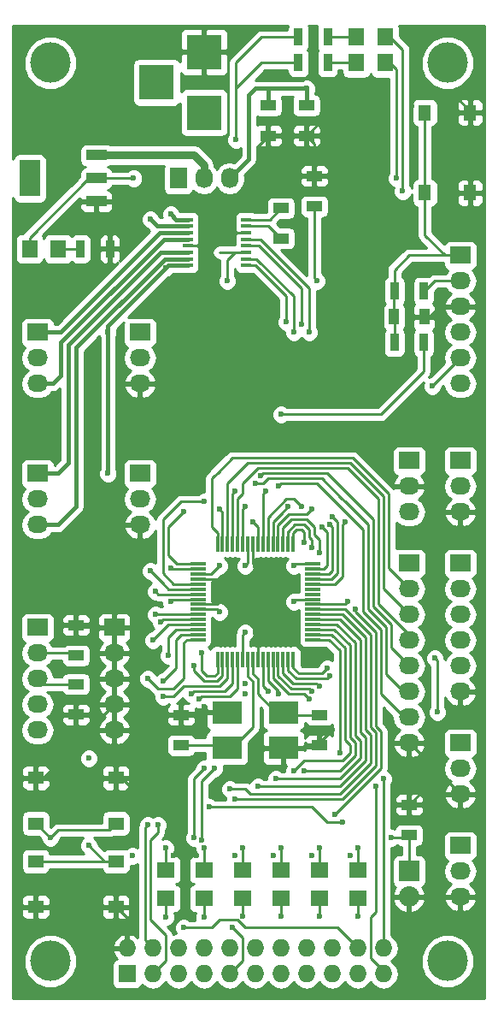
<source format=gtl>
G04 #@! TF.FileFunction,Copper,L1,Top,Signal*
%FSLAX46Y46*%
G04 Gerber Fmt 4.6, Leading zero omitted, Abs format (unit mm)*
G04 Created by KiCad (PCBNEW (2015-03-23 BZR 5533)-product) date Mon 13 Apr 2015 13:02:17 SAST*
%MOMM*%
G01*
G04 APERTURE LIST*
%ADD10C,0.100000*%
%ADD11R,1.600000X1.000000*%
%ADD12R,1.000000X1.600000*%
%ADD13R,3.500120X3.500120*%
%ADD14R,1.800860X1.597660*%
%ADD15R,1.597660X1.800860*%
%ADD16R,1.727200X2.032000*%
%ADD17O,1.727200X2.032000*%
%ADD18R,2.032000X1.727200*%
%ADD19O,2.032000X1.727200*%
%ADD20R,1.727200X1.727200*%
%ADD21O,1.727200X1.727200*%
%ADD22R,2.032000X2.032000*%
%ADD23O,2.032000X2.032000*%
%ADD24R,0.900000X1.700000*%
%ADD25R,1.300000X1.550000*%
%ADD26R,1.550000X1.300000*%
%ADD27R,2.032000X3.657600*%
%ADD28R,2.032000X1.016000*%
%ADD29R,1.000000X0.400000*%
%ADD30R,0.300000X1.500000*%
%ADD31R,1.500000X0.300000*%
%ADD32R,3.000000X2.300000*%
%ADD33C,4.000000*%
%ADD34C,0.600000*%
%ADD35C,0.400000*%
%ADD36C,0.250000*%
%ADD37C,0.800000*%
%ADD38C,0.254000*%
G04 APERTURE END LIST*
D10*
D11*
X138430000Y-51205000D03*
X138430000Y-54205000D03*
X142240000Y-51205000D03*
X142240000Y-54205000D03*
X119380000Y-105640000D03*
X119380000Y-102640000D03*
X119380000Y-108482000D03*
X119380000Y-111482000D03*
X143002000Y-61190000D03*
X143002000Y-58190000D03*
X139700000Y-61365000D03*
X139700000Y-64365000D03*
X152400000Y-120420000D03*
X152400000Y-123420000D03*
X143510000Y-114530000D03*
X143510000Y-111530000D03*
X129794000Y-111530000D03*
X129794000Y-114530000D03*
D12*
X150900000Y-72136000D03*
X153900000Y-72136000D03*
D13*
X132080000Y-51920140D03*
X132080000Y-45920660D03*
X127381000Y-48920400D03*
D14*
X128270000Y-126850140D03*
X128270000Y-129689860D03*
X132080000Y-126850140D03*
X132080000Y-129689860D03*
X135890000Y-126850140D03*
X135890000Y-129689860D03*
X139700000Y-126850140D03*
X139700000Y-129689860D03*
X143510000Y-126850140D03*
X143510000Y-129689860D03*
X147320000Y-126850140D03*
X147320000Y-129689860D03*
D15*
X147170140Y-46990000D03*
X150009860Y-46990000D03*
X147170140Y-44450000D03*
X150009860Y-44450000D03*
X114785140Y-65405000D03*
X117624860Y-65405000D03*
D16*
X129540000Y-58420000D03*
D17*
X132080000Y-58420000D03*
X134620000Y-58420000D03*
D18*
X125730000Y-73660000D03*
D19*
X125730000Y-76200000D03*
X125730000Y-78740000D03*
D18*
X115570000Y-73660000D03*
D19*
X115570000Y-76200000D03*
X115570000Y-78740000D03*
D18*
X115570000Y-87630000D03*
D19*
X115570000Y-90170000D03*
X115570000Y-92710000D03*
D18*
X125730000Y-87630000D03*
D19*
X125730000Y-90170000D03*
X125730000Y-92710000D03*
D18*
X157480000Y-114300000D03*
D19*
X157480000Y-116840000D03*
X157480000Y-119380000D03*
D18*
X157480000Y-124460000D03*
D19*
X157480000Y-127000000D03*
X157480000Y-129540000D03*
D18*
X152400000Y-96520000D03*
D19*
X152400000Y-99060000D03*
X152400000Y-101600000D03*
X152400000Y-104140000D03*
X152400000Y-106680000D03*
X152400000Y-109220000D03*
X152400000Y-111760000D03*
X152400000Y-114300000D03*
D20*
X124460000Y-137160000D03*
D21*
X124460000Y-134620000D03*
X127000000Y-137160000D03*
X127000000Y-134620000D03*
X129540000Y-137160000D03*
X129540000Y-134620000D03*
X132080000Y-137160000D03*
X132080000Y-134620000D03*
X134620000Y-137160000D03*
X134620000Y-134620000D03*
X137160000Y-137160000D03*
X137160000Y-134620000D03*
X139700000Y-137160000D03*
X139700000Y-134620000D03*
X142240000Y-137160000D03*
X142240000Y-134620000D03*
X144780000Y-137160000D03*
X144780000Y-134620000D03*
X147320000Y-137160000D03*
X147320000Y-134620000D03*
X149860000Y-137160000D03*
X149860000Y-134620000D03*
D18*
X157480000Y-86360000D03*
D19*
X157480000Y-88900000D03*
X157480000Y-91440000D03*
D22*
X152400000Y-127000000D03*
D23*
X152400000Y-129540000D03*
D18*
X157480000Y-96520000D03*
D19*
X157480000Y-99060000D03*
X157480000Y-101600000D03*
X157480000Y-104140000D03*
X157480000Y-106680000D03*
X157480000Y-109220000D03*
D18*
X157480000Y-66040000D03*
D19*
X157480000Y-68580000D03*
X157480000Y-71120000D03*
X157480000Y-73660000D03*
X157480000Y-76200000D03*
X157480000Y-78740000D03*
D24*
X141425000Y-46990000D03*
X144325000Y-46990000D03*
X141425000Y-44450000D03*
X144325000Y-44450000D03*
X150950000Y-74676000D03*
X153850000Y-74676000D03*
X150950000Y-69596000D03*
X153850000Y-69596000D03*
X119835000Y-65405000D03*
X122735000Y-65405000D03*
D25*
X158460000Y-59855000D03*
X153960000Y-59855000D03*
X153960000Y-51905000D03*
X158460000Y-51905000D03*
D26*
X115405000Y-130520000D03*
X115405000Y-126020000D03*
X123355000Y-126020000D03*
X123355000Y-130520000D03*
X123355000Y-117765000D03*
X123355000Y-122265000D03*
X115405000Y-122265000D03*
X115405000Y-117765000D03*
D27*
X114808000Y-58420000D03*
D28*
X121412000Y-58420000D03*
X121412000Y-56134000D03*
X121412000Y-60706000D03*
D29*
X130450000Y-62495000D03*
X130450000Y-63145000D03*
X130450000Y-63795000D03*
X130450000Y-64445000D03*
X130450000Y-65095000D03*
X130450000Y-65745000D03*
X130450000Y-66395000D03*
X130450000Y-67045000D03*
X136250000Y-67045000D03*
X136250000Y-66395000D03*
X136250000Y-65745000D03*
X136250000Y-65095000D03*
X136250000Y-64445000D03*
X136250000Y-63795000D03*
X136250000Y-63145000D03*
X136250000Y-62495000D03*
D30*
X140910000Y-94630000D03*
X140410000Y-94630000D03*
X139910000Y-94630000D03*
X139410000Y-94630000D03*
X138910000Y-94630000D03*
X138410000Y-94630000D03*
X137910000Y-94630000D03*
X137410000Y-94630000D03*
X136910000Y-94630000D03*
X136410000Y-94630000D03*
X135910000Y-94630000D03*
X135410000Y-94630000D03*
X134910000Y-94630000D03*
X134410000Y-94630000D03*
X133910000Y-94630000D03*
X133410000Y-94630000D03*
D31*
X131460000Y-96580000D03*
X131460000Y-97080000D03*
X131460000Y-97580000D03*
X131460000Y-98080000D03*
X131460000Y-98580000D03*
X131460000Y-99080000D03*
X131460000Y-99580000D03*
X131460000Y-100080000D03*
X131460000Y-100580000D03*
X131460000Y-101080000D03*
X131460000Y-101580000D03*
X131460000Y-102080000D03*
X131460000Y-102580000D03*
X131460000Y-103080000D03*
X131460000Y-103580000D03*
X131460000Y-104080000D03*
D30*
X133410000Y-106030000D03*
X133910000Y-106030000D03*
X134410000Y-106030000D03*
X134910000Y-106030000D03*
X135410000Y-106030000D03*
X135910000Y-106030000D03*
X136410000Y-106030000D03*
X136910000Y-106030000D03*
X137410000Y-106030000D03*
X137910000Y-106030000D03*
X138410000Y-106030000D03*
X138910000Y-106030000D03*
X139410000Y-106030000D03*
X139910000Y-106030000D03*
X140410000Y-106030000D03*
X140910000Y-106030000D03*
D31*
X142860000Y-104080000D03*
X142860000Y-103580000D03*
X142860000Y-103080000D03*
X142860000Y-102580000D03*
X142860000Y-102080000D03*
X142860000Y-101580000D03*
X142860000Y-101080000D03*
X142860000Y-100580000D03*
X142860000Y-100080000D03*
X142860000Y-99580000D03*
X142860000Y-99080000D03*
X142860000Y-98580000D03*
X142860000Y-98080000D03*
X142860000Y-97580000D03*
X142860000Y-97080000D03*
X142860000Y-96580000D03*
D32*
X139960000Y-114780000D03*
X134360000Y-111280000D03*
X134360000Y-114780000D03*
X139960000Y-111280000D03*
D33*
X116840000Y-135890000D03*
X156210000Y-46990000D03*
X116840000Y-46990000D03*
X156210000Y-135890000D03*
D18*
X115570000Y-102870000D03*
D19*
X115570000Y-105410000D03*
X115570000Y-107950000D03*
X115570000Y-110490000D03*
X115570000Y-113030000D03*
D18*
X123190000Y-102870000D03*
D19*
X123190000Y-105410000D03*
X123190000Y-107950000D03*
X123190000Y-110490000D03*
X123190000Y-113030000D03*
D18*
X152400000Y-86360000D03*
D19*
X152400000Y-88900000D03*
X152400000Y-91440000D03*
D34*
X142240000Y-49530000D03*
X116840000Y-82550000D03*
X154940000Y-95758000D03*
X139446000Y-77724000D03*
X153162000Y-83566000D03*
X129286000Y-75438000D03*
X133858000Y-98552000D03*
X137160000Y-103378000D03*
X137160000Y-96774000D03*
X132080000Y-110744000D03*
X132842000Y-67564000D03*
X124460000Y-64770000D03*
X145034000Y-52324000D03*
X132334000Y-60706000D03*
X159512000Y-62992000D03*
X152654000Y-51308000D03*
X144780000Y-113030000D03*
X119380000Y-117856000D03*
X118618000Y-130556000D03*
X131318000Y-125476000D03*
X135128000Y-125476000D03*
X138938000Y-125476000D03*
X142748000Y-125476000D03*
X146558000Y-125476000D03*
X129032000Y-125476000D03*
X125222000Y-119126000D03*
X136144000Y-96774000D03*
X143256000Y-68580000D03*
X134366000Y-68580000D03*
X125095000Y-58420000D03*
X135255000Y-54610000D03*
X140970000Y-100330000D03*
X133604000Y-101346000D03*
X136144000Y-103378000D03*
X133604000Y-96774000D03*
X124968000Y-125476000D03*
X120650000Y-115824000D03*
X128778000Y-61976000D03*
X120650000Y-124460000D03*
X142748000Y-109220000D03*
X116840000Y-123698000D03*
X142494000Y-109982000D03*
X150622000Y-123698000D03*
X128524000Y-105664000D03*
X146304000Y-100330000D03*
X126746000Y-62484000D03*
X122555000Y-87630000D03*
X122555000Y-73660000D03*
X128270000Y-67310000D03*
X128778000Y-97028000D03*
X128270000Y-124714000D03*
X128270000Y-131572000D03*
X126492000Y-107950000D03*
X132080000Y-124714000D03*
X132080000Y-131572000D03*
X135890000Y-124714000D03*
X128016000Y-108204000D03*
X135890000Y-131445000D03*
X139700000Y-124714000D03*
X128016000Y-109728000D03*
X139700000Y-131445000D03*
X143510000Y-124714000D03*
X127000000Y-104140000D03*
X143510000Y-131445000D03*
X127762000Y-102362000D03*
X147320000Y-124714000D03*
X147320000Y-131445000D03*
X151130000Y-58420000D03*
X151765000Y-59690000D03*
X133604000Y-91186000D03*
X136144000Y-90932000D03*
X141986000Y-94488000D03*
X143510000Y-95504000D03*
X155194000Y-111252000D03*
X154940000Y-105918000D03*
X130048000Y-91440000D03*
X137668000Y-87884000D03*
X137160000Y-88646000D03*
X132080000Y-90424000D03*
X135128000Y-89408000D03*
X139446000Y-88900000D03*
X131572000Y-109982000D03*
X127508000Y-122428000D03*
X130810000Y-109474000D03*
X126492000Y-122428000D03*
X139446000Y-109474000D03*
X131826000Y-123952000D03*
X133096000Y-116840000D03*
X136906000Y-92456000D03*
X135128000Y-119888000D03*
X134620000Y-118872000D03*
X139192000Y-117856000D03*
X141986000Y-117094000D03*
X140970000Y-117094000D03*
X145542000Y-115316000D03*
X143510000Y-108712000D03*
X145034000Y-121412000D03*
X147066000Y-101092000D03*
X140970000Y-96774000D03*
X145796000Y-122174000D03*
X132588000Y-120650000D03*
X127254000Y-101600000D03*
X130048000Y-132588000D03*
X138430000Y-109220000D03*
X131064000Y-123698000D03*
X132080000Y-116840000D03*
X149098000Y-118618000D03*
X136144000Y-109474000D03*
X127254000Y-99314000D03*
X149860000Y-117856000D03*
X136144000Y-108458000D03*
X128778000Y-100330000D03*
X126746000Y-97282000D03*
X142748000Y-91186000D03*
X141732000Y-90932000D03*
X140404002Y-90932000D03*
X142748000Y-94996000D03*
X144526000Y-107696000D03*
X154686000Y-78994000D03*
X144272000Y-106934000D03*
X139700000Y-81788000D03*
X138176000Y-89408000D03*
X140208000Y-72644000D03*
X143764000Y-92964000D03*
X140970000Y-73660000D03*
X144526000Y-92710000D03*
X144780000Y-91948000D03*
X141732000Y-72898000D03*
X146050000Y-92456000D03*
X142494000Y-73660000D03*
X131064000Y-106680000D03*
X131826000Y-105410000D03*
X137414000Y-118618000D03*
X134874000Y-132588000D03*
D35*
X138430000Y-49530000D02*
X142240000Y-49530000D01*
X142240000Y-49530000D02*
X142240000Y-51205000D01*
X138430000Y-51205000D02*
X138430000Y-49530000D01*
X136525000Y-56515000D02*
X136525000Y-50165000D01*
X136525000Y-50165000D02*
X137160000Y-49530000D01*
X137160000Y-49530000D02*
X138430000Y-49530000D01*
X134620000Y-58420000D02*
X136525000Y-56515000D01*
D36*
X157480000Y-119380000D02*
X152400000Y-114300000D01*
X134360000Y-111280000D02*
X130044000Y-111280000D01*
X130044000Y-111280000D02*
X129794000Y-111530000D01*
X133858000Y-98552000D02*
X133822000Y-98588000D01*
X133604000Y-100330000D02*
X133858000Y-100076000D01*
X133858000Y-100076000D02*
X133858000Y-98624000D01*
X133858000Y-98624000D02*
X133822000Y-98588000D01*
X133354000Y-100580000D02*
X131460000Y-100580000D01*
X133354000Y-100580000D02*
X133604000Y-100330000D01*
X131460000Y-98080000D02*
X133314000Y-98080000D01*
X133822000Y-98588000D02*
X133314000Y-98080000D01*
X137160000Y-103378000D02*
X137410000Y-103628000D01*
X137410000Y-103628000D02*
X137410000Y-106030000D01*
X136910000Y-96524000D02*
X137160000Y-96774000D01*
X136910000Y-94630000D02*
X136910000Y-96524000D01*
X132616000Y-111280000D02*
X132080000Y-110744000D01*
X132616000Y-111280000D02*
X134360000Y-111280000D01*
X123825000Y-65405000D02*
X122735000Y-65405000D01*
X124460000Y-64770000D02*
X123825000Y-65405000D01*
X144121000Y-52324000D02*
X145034000Y-52324000D01*
X142240000Y-54205000D02*
X144121000Y-52324000D01*
X138430000Y-54205000D02*
X137414000Y-55221000D01*
X136398000Y-60706000D02*
X132334000Y-60706000D01*
X137414000Y-59690000D02*
X136398000Y-60706000D01*
X137414000Y-55221000D02*
X137414000Y-59690000D01*
X126746000Y-60706000D02*
X132334000Y-60706000D01*
X126746000Y-60706000D02*
X123952000Y-60706000D01*
X132842000Y-62230000D02*
X132842000Y-61214000D01*
X132334000Y-60706000D02*
X132842000Y-61214000D01*
X123952000Y-60706000D02*
X121412000Y-60706000D01*
X122735000Y-65405000D02*
X122735000Y-61923000D01*
X122735000Y-61923000D02*
X123952000Y-60706000D01*
X135128000Y-63795000D02*
X134407000Y-63795000D01*
X134407000Y-63795000D02*
X132842000Y-62230000D01*
X130450000Y-65095000D02*
X132263000Y-65095000D01*
X132263000Y-65095000D02*
X132842000Y-64516000D01*
X132842000Y-64516000D02*
X132842000Y-62230000D01*
X136250000Y-63795000D02*
X135128000Y-63795000D01*
X135128000Y-63795000D02*
X135169000Y-63795000D01*
X143002000Y-58190000D02*
X143002000Y-54967000D01*
X143002000Y-54967000D02*
X142240000Y-54205000D01*
X138430000Y-54205000D02*
X142240000Y-54205000D01*
X158460000Y-51905000D02*
X158460000Y-59855000D01*
X158460000Y-51905000D02*
X158460000Y-51780000D01*
X158460000Y-51780000D02*
X156718000Y-50038000D01*
X152654000Y-50292000D02*
X152654000Y-51308000D01*
X152908000Y-50038000D02*
X152654000Y-50292000D01*
X156718000Y-50038000D02*
X152908000Y-50038000D01*
X139960000Y-114780000D02*
X143260000Y-114780000D01*
X143260000Y-114780000D02*
X143510000Y-114530000D01*
X134110000Y-111530000D02*
X134360000Y-111280000D01*
X158460000Y-59855000D02*
X158460000Y-61940000D01*
X158460000Y-61940000D02*
X159512000Y-62992000D01*
X154432000Y-72136000D02*
X155448000Y-71120000D01*
X155448000Y-71120000D02*
X157480000Y-71120000D01*
X153900000Y-72136000D02*
X154432000Y-72136000D01*
X152400000Y-120420000D02*
X153440000Y-119380000D01*
X143510000Y-114300000D02*
X144780000Y-113030000D01*
X143510000Y-114530000D02*
X143510000Y-114300000D01*
X152400000Y-120420000D02*
X152400000Y-114300000D01*
X122198000Y-111482000D02*
X123190000Y-110490000D01*
X119380000Y-111482000D02*
X122198000Y-111482000D01*
X119610000Y-102870000D02*
X119380000Y-102640000D01*
X123190000Y-102870000D02*
X119610000Y-102870000D01*
X123190000Y-117600000D02*
X123355000Y-117765000D01*
X123190000Y-113030000D02*
X123190000Y-117600000D01*
X120904000Y-113030000D02*
X123190000Y-113030000D01*
X116169000Y-117765000D02*
X120904000Y-113030000D01*
X115405000Y-117765000D02*
X116169000Y-117765000D01*
X119471000Y-117765000D02*
X119380000Y-117856000D01*
X123355000Y-117765000D02*
X119471000Y-117765000D01*
X116804000Y-130520000D02*
X116840000Y-130556000D01*
X116840000Y-130556000D02*
X118618000Y-130556000D01*
X115405000Y-130520000D02*
X116804000Y-130520000D01*
X123319000Y-130556000D02*
X123355000Y-130520000D01*
X118618000Y-130556000D02*
X123319000Y-130556000D01*
X124460000Y-131625000D02*
X123355000Y-130520000D01*
X124460000Y-134620000D02*
X124460000Y-131625000D01*
X129032000Y-125476000D02*
X131318000Y-125476000D01*
X123861000Y-117765000D02*
X123355000Y-117765000D01*
X125222000Y-119126000D02*
X123861000Y-117765000D01*
X136410000Y-96508000D02*
X136144000Y-96774000D01*
X136410000Y-96508000D02*
X136410000Y-94630000D01*
X143002000Y-68326000D02*
X143256000Y-68580000D01*
X143002000Y-68326000D02*
X143002000Y-61190000D01*
X135169000Y-65745000D02*
X134366000Y-66548000D01*
X135169000Y-65745000D02*
X135636000Y-65745000D01*
X134366000Y-66548000D02*
X134366000Y-68580000D01*
X114785140Y-65405000D02*
X114785140Y-64284860D01*
X114785140Y-64284860D02*
X120650000Y-58420000D01*
X120650000Y-58420000D02*
X121412000Y-58420000D01*
X133645000Y-65745000D02*
X135636000Y-65745000D01*
X135636000Y-65745000D02*
X136250000Y-65745000D01*
X123190000Y-58420000D02*
X121412000Y-58420000D01*
X125095000Y-58420000D02*
X123190000Y-58420000D01*
X135255000Y-49530000D02*
X135255000Y-46990000D01*
X135255000Y-54610000D02*
X135255000Y-49530000D01*
X135255000Y-46990000D02*
X137795000Y-44450000D01*
X137795000Y-44450000D02*
X141425000Y-44450000D01*
X137795000Y-46990000D02*
X135255000Y-49530000D01*
X141425000Y-46990000D02*
X137795000Y-46990000D01*
X154940000Y-68580000D02*
X157480000Y-68580000D01*
X153924000Y-69596000D02*
X154940000Y-68580000D01*
X153850000Y-69596000D02*
X153924000Y-69596000D01*
X141220000Y-100080000D02*
X140970000Y-100330000D01*
X141220000Y-100080000D02*
X142860000Y-100080000D01*
X133338000Y-101080000D02*
X133604000Y-101346000D01*
X133338000Y-101080000D02*
X131460000Y-101080000D01*
X135910000Y-103612000D02*
X136144000Y-103378000D01*
X135910000Y-106030000D02*
X135910000Y-103652000D01*
X135910000Y-103652000D02*
X135910000Y-103612000D01*
X132798000Y-97580000D02*
X131460000Y-97580000D01*
X132798000Y-97580000D02*
X133604000Y-96774000D01*
X119150000Y-105410000D02*
X119380000Y-105640000D01*
X115570000Y-105410000D02*
X119150000Y-105410000D01*
X116102000Y-108482000D02*
X115570000Y-107950000D01*
X119380000Y-108482000D02*
X116102000Y-108482000D01*
X136250000Y-62495000D02*
X138570000Y-62495000D01*
X138570000Y-62495000D02*
X139700000Y-61365000D01*
X136250000Y-63145000D02*
X138480000Y-63145000D01*
X138480000Y-63145000D02*
X139700000Y-64365000D01*
D35*
X130450000Y-62495000D02*
X129297000Y-62495000D01*
X129297000Y-62495000D02*
X128778000Y-61976000D01*
D36*
X122210000Y-126020000D02*
X120650000Y-124460000D01*
X123355000Y-126020000D02*
X122210000Y-126020000D01*
X123355000Y-126020000D02*
X115405000Y-126020000D01*
X139410000Y-107660000D02*
X139410000Y-106030000D01*
X142494000Y-108966000D02*
X142748000Y-109220000D01*
X140716000Y-108966000D02*
X142494000Y-108966000D01*
X139410000Y-107660000D02*
X140716000Y-108966000D01*
X117602000Y-122936000D02*
X122684000Y-122936000D01*
X122684000Y-122936000D02*
X123355000Y-122265000D01*
X116838000Y-123698000D02*
X116840000Y-123698000D01*
X115405000Y-122265000D02*
X116838000Y-123698000D01*
X116840000Y-123698000D02*
X117602000Y-122936000D01*
X138910000Y-107922000D02*
X140462000Y-109474000D01*
X140462000Y-109474000D02*
X141986000Y-109474000D01*
X141986000Y-109474000D02*
X142494000Y-109982000D01*
X138910000Y-107668000D02*
X138910000Y-106030000D01*
X138910000Y-107668000D02*
X138910000Y-107922000D01*
X152400000Y-127000000D02*
X152400000Y-123420000D01*
X152122000Y-123698000D02*
X152400000Y-123420000D01*
X150622000Y-123698000D02*
X152122000Y-123698000D01*
X131460000Y-103080000D02*
X129330000Y-103080000D01*
X128524000Y-103886000D02*
X128524000Y-105664000D01*
X129330000Y-103080000D02*
X128524000Y-103886000D01*
X143510000Y-111530000D02*
X140210000Y-111530000D01*
X140210000Y-111530000D02*
X139960000Y-111280000D01*
X139220000Y-111280000D02*
X139960000Y-111280000D01*
X137414000Y-109474000D02*
X139220000Y-111280000D01*
X136910000Y-106030000D02*
X136910000Y-107446000D01*
X136910000Y-107446000D02*
X137414000Y-107950000D01*
X137414000Y-107950000D02*
X137414000Y-109474000D01*
X129794000Y-114530000D02*
X134110000Y-114530000D01*
X134110000Y-114530000D02*
X134360000Y-114780000D01*
X134110000Y-114530000D02*
X134360000Y-114780000D01*
X134360000Y-114780000D02*
X134902000Y-114780000D01*
X136906000Y-112776000D02*
X136410000Y-113272000D01*
X136410000Y-107708000D02*
X136410000Y-106030000D01*
X136906000Y-108204000D02*
X136906000Y-110490000D01*
X136410000Y-107708000D02*
X136906000Y-108204000D01*
X134902000Y-114780000D02*
X136410000Y-113272000D01*
X136906000Y-110490000D02*
X136906000Y-112776000D01*
X142860000Y-100580000D02*
X146054000Y-100580000D01*
X146054000Y-100580000D02*
X146304000Y-100330000D01*
X153960000Y-51905000D02*
X153960000Y-59855000D01*
X153960000Y-59855000D02*
X153960000Y-64044000D01*
X155956000Y-66040000D02*
X157480000Y-66040000D01*
X153960000Y-64044000D02*
X155956000Y-66040000D01*
X152400000Y-66040000D02*
X150950000Y-67490000D01*
X150950000Y-67490000D02*
X150950000Y-69596000D01*
X155956000Y-66040000D02*
X152400000Y-66040000D01*
X150900000Y-69646000D02*
X150950000Y-69596000D01*
X150900000Y-72136000D02*
X150900000Y-69646000D01*
X150950000Y-72186000D02*
X150900000Y-72136000D01*
X150950000Y-74676000D02*
X150950000Y-72186000D01*
D35*
X129185000Y-63145000D02*
X127407000Y-63145000D01*
X130450000Y-63145000D02*
X129185000Y-63145000D01*
X127407000Y-63145000D02*
X126746000Y-62484000D01*
X128270000Y-67310000D02*
X122555000Y-73025000D01*
X122555000Y-73025000D02*
X122555000Y-73660000D01*
X128535000Y-67045000D02*
X128270000Y-67310000D01*
X130450000Y-67045000D02*
X128535000Y-67045000D01*
X122555000Y-73660000D02*
X122555000Y-87630000D01*
D36*
X128830000Y-97080000D02*
X128778000Y-97028000D01*
X128830000Y-97080000D02*
X131460000Y-97080000D01*
X128270000Y-126850140D02*
X128270000Y-124714000D01*
X128270000Y-131572000D02*
X128270000Y-129689860D01*
X126492000Y-107950000D02*
X127000000Y-108458000D01*
X127508000Y-108966000D02*
X127000000Y-108458000D01*
X129032000Y-108966000D02*
X130048000Y-107950000D01*
X130362000Y-104080000D02*
X131460000Y-104080000D01*
X130048000Y-104394000D02*
X130048000Y-106680000D01*
X130362000Y-104080000D02*
X130048000Y-104394000D01*
X130048000Y-106680000D02*
X130048000Y-107950000D01*
X129032000Y-108966000D02*
X127508000Y-108966000D01*
X132080000Y-126850140D02*
X132080000Y-124714000D01*
X132080000Y-129689860D02*
X132080000Y-131572000D01*
X135890000Y-126850140D02*
X135890000Y-124714000D01*
X129846000Y-103580000D02*
X129286000Y-104140000D01*
X129286000Y-104140000D02*
X129286000Y-106172000D01*
X129846000Y-103580000D02*
X131460000Y-103580000D01*
X129286000Y-106172000D02*
X129286000Y-106934000D01*
X128016000Y-108204000D02*
X129286000Y-106934000D01*
X135890000Y-131445000D02*
X135890000Y-129689860D01*
X139700000Y-126850140D02*
X139700000Y-124714000D01*
X130048000Y-108712000D02*
X129286000Y-109474000D01*
X134410000Y-107906000D02*
X133604000Y-108712000D01*
X133604000Y-108712000D02*
X130048000Y-108712000D01*
X134410000Y-106030000D02*
X134410000Y-107906000D01*
X129286000Y-109474000D02*
X129032000Y-109728000D01*
X128016000Y-109728000D02*
X129032000Y-109728000D01*
X139700000Y-129689860D02*
X139700000Y-131445000D01*
X127000000Y-104140000D02*
X127762000Y-103378000D01*
X128560000Y-102580000D02*
X127762000Y-103378000D01*
X128560000Y-102580000D02*
X131460000Y-102580000D01*
X143510000Y-126850140D02*
X143510000Y-124714000D01*
X143510000Y-131445000D02*
X143510000Y-129689860D01*
X131460000Y-102080000D02*
X128044000Y-102080000D01*
X128044000Y-102080000D02*
X127762000Y-102362000D01*
X147320000Y-124714000D02*
X147320000Y-126850140D01*
X147320000Y-129689860D02*
X147320000Y-131445000D01*
X147170140Y-46990000D02*
X144325000Y-46990000D01*
X151130000Y-58420000D02*
X151130000Y-53975000D01*
X151130000Y-47625000D02*
X151130000Y-53975000D01*
X150495000Y-46990000D02*
X151130000Y-47625000D01*
X150009860Y-46990000D02*
X150495000Y-46990000D01*
X144325000Y-44450000D02*
X147170140Y-44450000D01*
X150495000Y-44450000D02*
X150009860Y-44450000D01*
X151765000Y-45720000D02*
X150495000Y-44450000D01*
X151765000Y-59690000D02*
X151765000Y-53975000D01*
X151765000Y-53975000D02*
X151765000Y-45720000D01*
D35*
X128087000Y-64445000D02*
X117856000Y-74676000D01*
X117856000Y-74676000D02*
X117856000Y-77978000D01*
X117856000Y-77978000D02*
X117094000Y-78740000D01*
X117094000Y-78740000D02*
X115570000Y-78740000D01*
X130450000Y-64445000D02*
X128087000Y-64445000D01*
X128169000Y-66395000D02*
X119380000Y-75184000D01*
X119380000Y-75184000D02*
X119380000Y-90932000D01*
X119380000Y-90932000D02*
X117602000Y-92710000D01*
X117602000Y-92710000D02*
X115570000Y-92710000D01*
X130450000Y-66395000D02*
X128169000Y-66395000D01*
X117856000Y-73660000D02*
X127721000Y-63795000D01*
X127721000Y-63795000D02*
X130450000Y-63795000D01*
X115570000Y-73660000D02*
X117856000Y-73660000D01*
X127803000Y-65745000D02*
X130450000Y-65745000D01*
X118618000Y-74930000D02*
X127803000Y-65745000D01*
X118618000Y-86614000D02*
X118618000Y-74930000D01*
X117602000Y-87630000D02*
X118618000Y-86614000D01*
X115570000Y-87630000D02*
X117602000Y-87630000D01*
D36*
X117624860Y-65405000D02*
X119835000Y-65405000D01*
D37*
X131064000Y-56134000D02*
X132080000Y-57150000D01*
X132080000Y-57150000D02*
X132080000Y-58420000D01*
X121412000Y-56134000D02*
X131064000Y-56134000D01*
D36*
X133604000Y-91186000D02*
X133910000Y-91492000D01*
X133910000Y-91492000D02*
X133910000Y-94630000D01*
X135910000Y-92964000D02*
X135910000Y-92944000D01*
X135910000Y-94630000D02*
X135910000Y-92964000D01*
X135910000Y-91166000D02*
X136144000Y-90932000D01*
X135910000Y-92964000D02*
X135910000Y-91166000D01*
X140910000Y-93532000D02*
X141224000Y-93218000D01*
X141224000Y-93218000D02*
X141732000Y-93218000D01*
X141732000Y-93218000D02*
X141986000Y-93472000D01*
X141986000Y-93472000D02*
X141986000Y-94488000D01*
X140910000Y-94630000D02*
X140910000Y-93532000D01*
X143002000Y-92964000D02*
X143002000Y-93726000D01*
X139910000Y-93008000D02*
X140716000Y-92202000D01*
X140716000Y-92202000D02*
X142240000Y-92202000D01*
X142240000Y-92202000D02*
X143002000Y-92964000D01*
X139910000Y-94630000D02*
X139910000Y-93008000D01*
X143510000Y-94234000D02*
X143510000Y-94488000D01*
X143002000Y-93726000D02*
X143510000Y-94234000D01*
X143510000Y-95504000D02*
X143510000Y-94488000D01*
X155194000Y-106172000D02*
X155194000Y-111252000D01*
X154940000Y-105918000D02*
X155194000Y-106172000D01*
X132842000Y-92964000D02*
X132842000Y-88392000D01*
X132842000Y-88392000D02*
X132842000Y-88138000D01*
X132842000Y-88138000D02*
X133096000Y-87884000D01*
X133410000Y-93532000D02*
X133410000Y-94630000D01*
X133410000Y-87570000D02*
X134874000Y-86106000D01*
X134874000Y-86106000D02*
X146812000Y-86106000D01*
X146812000Y-86106000D02*
X150368000Y-89662000D01*
X150368000Y-89662000D02*
X150368000Y-97028000D01*
X152400000Y-99060000D02*
X150368000Y-97028000D01*
X133096000Y-87884000D02*
X133410000Y-87570000D01*
X133410000Y-93532000D02*
X133096000Y-93218000D01*
X133096000Y-93218000D02*
X132842000Y-92964000D01*
X134410000Y-91694000D02*
X134410000Y-94630000D01*
X134410000Y-91650000D02*
X134410000Y-91694000D01*
X134410000Y-88602000D02*
X134874000Y-88138000D01*
X136398000Y-86614000D02*
X134874000Y-88138000D01*
X149860000Y-99060000D02*
X152400000Y-101600000D01*
X149860000Y-89916000D02*
X149860000Y-99060000D01*
X146558000Y-86614000D02*
X149860000Y-89916000D01*
X136398000Y-86614000D02*
X146558000Y-86614000D01*
X134410000Y-91694000D02*
X134410000Y-88602000D01*
X135410000Y-92456000D02*
X135410000Y-92428000D01*
X135410000Y-94630000D02*
X135410000Y-92456000D01*
X152400000Y-104140000D02*
X152400000Y-103632000D01*
X135410000Y-90142000D02*
X135890000Y-89662000D01*
X135890000Y-89662000D02*
X135890000Y-88646000D01*
X135890000Y-88646000D02*
X136398000Y-88138000D01*
X149352000Y-100584000D02*
X152400000Y-103632000D01*
X136398000Y-88138000D02*
X137414000Y-87122000D01*
X149352000Y-90170000D02*
X149352000Y-100584000D01*
X146304000Y-87122000D02*
X149352000Y-90170000D01*
X137414000Y-87122000D02*
X146304000Y-87122000D01*
X135410000Y-92456000D02*
X135410000Y-90142000D01*
X129286000Y-92202000D02*
X128524000Y-92964000D01*
X129286000Y-92202000D02*
X130048000Y-91440000D01*
X131460000Y-96580000D02*
X129854000Y-96580000D01*
X129403998Y-96580000D02*
X129854000Y-96580000D01*
X128524000Y-95700002D02*
X129403998Y-96580000D01*
X128524000Y-92964000D02*
X128524000Y-95700002D01*
X144272000Y-87630000D02*
X137922000Y-87630000D01*
X137922000Y-87630000D02*
X137668000Y-87884000D01*
X150622000Y-102616000D02*
X149606000Y-101600000D01*
X148844000Y-92202000D02*
X146304000Y-89662000D01*
X152400000Y-106680000D02*
X150622000Y-104902000D01*
X150622000Y-104902000D02*
X150622000Y-103124000D01*
X150622000Y-103124000D02*
X150622000Y-102616000D01*
X148844000Y-100838000D02*
X148844000Y-92202000D01*
X149606000Y-101600000D02*
X148844000Y-100838000D01*
X146304000Y-89662000D02*
X144272000Y-87630000D01*
X152400000Y-109220000D02*
X151834002Y-109220000D01*
X143764000Y-88138000D02*
X138430000Y-88138000D01*
X138430000Y-88138000D02*
X137922000Y-88646000D01*
X137922000Y-88646000D02*
X137160000Y-88646000D01*
X148336000Y-101092000D02*
X150114000Y-102870000D01*
X150114000Y-102870000D02*
X150114000Y-103378000D01*
X128016000Y-97536000D02*
X129060000Y-98580000D01*
X132080000Y-90424000D02*
X129794000Y-90424000D01*
X129794000Y-90424000D02*
X128016000Y-92202000D01*
X128016000Y-92202000D02*
X128016000Y-97536000D01*
X148336000Y-100076000D02*
X148336000Y-92710000D01*
X150114000Y-107499998D02*
X151834002Y-109220000D01*
X150114000Y-107499998D02*
X150114000Y-103378000D01*
X148336000Y-92710000D02*
X146050000Y-90424000D01*
X131460000Y-98580000D02*
X129060000Y-98580000D01*
X148336000Y-100076000D02*
X148336000Y-101092000D01*
X145738002Y-90112002D02*
X146050000Y-90424000D01*
X145738002Y-90112002D02*
X143764000Y-88138000D01*
X152400000Y-111760000D02*
X151892000Y-111760000D01*
X134910000Y-91948000D02*
X134910000Y-91912000D01*
X134910000Y-91948000D02*
X134910000Y-94630000D01*
X134910000Y-89626000D02*
X135128000Y-89408000D01*
X145288000Y-90678000D02*
X143256000Y-88646000D01*
X147828000Y-93218000D02*
X145542000Y-90932000D01*
X149606000Y-103632000D02*
X149606000Y-103124000D01*
X149606000Y-109474000D02*
X149606000Y-103632000D01*
X149606000Y-109474000D02*
X151892000Y-111760000D01*
X147828000Y-101346000D02*
X147828000Y-93726000D01*
X149606000Y-103124000D02*
X147828000Y-101346000D01*
X147828000Y-93726000D02*
X147828000Y-93218000D01*
X145542000Y-90932000D02*
X145288000Y-90678000D01*
X139700000Y-88646000D02*
X139446000Y-88900000D01*
X143256000Y-88646000D02*
X139700000Y-88646000D01*
X134910000Y-91948000D02*
X134910000Y-89626000D01*
X135410000Y-108712000D02*
X135410000Y-108684000D01*
X135410000Y-106030000D02*
X135410000Y-108712000D01*
X126746000Y-123952000D02*
X127508000Y-123190000D01*
X127508000Y-123190000D02*
X127508000Y-122428000D01*
X134620000Y-109728000D02*
X131826000Y-109728000D01*
X131826000Y-109728000D02*
X131572000Y-109982000D01*
X135410000Y-108938000D02*
X135128000Y-109220000D01*
X135410000Y-108938000D02*
X135410000Y-108712000D01*
X135128000Y-109220000D02*
X134620000Y-109728000D01*
X127000000Y-137160000D02*
X128270000Y-135890000D01*
X128270000Y-133350000D02*
X128270000Y-135890000D01*
X126746000Y-131826000D02*
X128270000Y-133350000D01*
X126746000Y-125476000D02*
X126746000Y-131826000D01*
X126746000Y-125476000D02*
X126746000Y-123952000D01*
X126238000Y-133858000D02*
X126238000Y-122682000D01*
X126238000Y-122682000D02*
X126492000Y-122428000D01*
X134112000Y-109220000D02*
X131064000Y-109220000D01*
X134910000Y-108422000D02*
X134112000Y-109220000D01*
X134910000Y-107914000D02*
X134910000Y-106030000D01*
X134910000Y-107914000D02*
X134910000Y-108422000D01*
X131064000Y-109220000D02*
X130810000Y-109474000D01*
X127000000Y-134620000D02*
X126238000Y-133858000D01*
X138410000Y-108184000D02*
X139446000Y-109220000D01*
X138410000Y-108184000D02*
X138410000Y-106030000D01*
X139446000Y-109220000D02*
X139446000Y-109474000D01*
X131826000Y-118110000D02*
X131826000Y-123952000D01*
X133096000Y-116840000D02*
X131826000Y-118110000D01*
X137410000Y-92960000D02*
X137410000Y-94630000D01*
X137410000Y-92960000D02*
X136906000Y-92456000D01*
X142860000Y-101080000D02*
X142872000Y-101092000D01*
X146038000Y-101080000D02*
X148590000Y-103632000D01*
X142860000Y-101080000D02*
X146038000Y-101080000D01*
X149098000Y-113284000D02*
X148590000Y-112776000D01*
X148590000Y-112776000D02*
X148590000Y-103632000D01*
X143002000Y-119888000D02*
X145796000Y-119888000D01*
X135128000Y-119888000D02*
X143002000Y-119888000D01*
X145796000Y-119888000D02*
X149098000Y-116586000D01*
X149098000Y-116586000D02*
X149098000Y-113284000D01*
X142860000Y-101580000D02*
X145776000Y-101580000D01*
X145776000Y-101580000D02*
X148082000Y-103886000D01*
X148590000Y-116332000D02*
X148590000Y-113538000D01*
X136652000Y-119380000D02*
X136144000Y-118872000D01*
X136144000Y-118872000D02*
X134620000Y-118872000D01*
X148590000Y-116332000D02*
X145542000Y-119380000D01*
X145542000Y-119380000D02*
X136652000Y-119380000D01*
X148082000Y-113030000D02*
X148082000Y-105410000D01*
X148590000Y-113538000D02*
X148082000Y-113030000D01*
X148082000Y-103886000D02*
X148082000Y-105410000D01*
X145252000Y-102580000D02*
X147066000Y-104394000D01*
X142860000Y-102580000D02*
X145252000Y-102580000D01*
X147574000Y-115824000D02*
X147574000Y-114103998D01*
X147574000Y-115824000D02*
X145796000Y-117602000D01*
X145796000Y-117602000D02*
X145542000Y-117856000D01*
X145542000Y-117856000D02*
X139192000Y-117856000D01*
X147066000Y-113595998D02*
X147066000Y-105918000D01*
X147574000Y-114103998D02*
X147066000Y-113595998D01*
X147066000Y-104394000D02*
X147066000Y-105918000D01*
X144990000Y-103080000D02*
X146558000Y-104648000D01*
X144990000Y-103080000D02*
X142860000Y-103080000D01*
X146558000Y-112268000D02*
X146558000Y-113792000D01*
X146558000Y-113792000D02*
X147066000Y-114300000D01*
X147066000Y-114300000D02*
X147066000Y-115316000D01*
X146050000Y-116586000D02*
X145542000Y-117094000D01*
X147066000Y-115570000D02*
X146050000Y-116586000D01*
X147066000Y-115316000D02*
X147066000Y-115570000D01*
X145542000Y-117094000D02*
X141986000Y-117094000D01*
X146558000Y-104648000D02*
X146558000Y-112268000D01*
X144728000Y-103580000D02*
X146050000Y-104902000D01*
X144728000Y-103580000D02*
X142860000Y-103580000D01*
X146050000Y-114046000D02*
X146050000Y-104902000D01*
X145796000Y-116078000D02*
X143764000Y-116078000D01*
X146558000Y-115316000D02*
X145796000Y-116078000D01*
X146558000Y-114808000D02*
X146558000Y-115316000D01*
X146558000Y-114554000D02*
X146558000Y-114808000D01*
X142494000Y-116078000D02*
X143764000Y-116078000D01*
X142494000Y-116078000D02*
X142240000Y-116078000D01*
X141986000Y-116078000D02*
X142240000Y-116078000D01*
X140970000Y-117094000D02*
X141986000Y-116078000D01*
X146558000Y-114554000D02*
X146050000Y-114046000D01*
X142860000Y-104080000D02*
X143450000Y-104080000D01*
X145542000Y-115316000D02*
X145542000Y-115316000D01*
X144466000Y-104080000D02*
X145542000Y-105156000D01*
X145542000Y-105156000D02*
X145542000Y-109220000D01*
X142860000Y-104080000D02*
X144466000Y-104080000D01*
X145542000Y-109220000D02*
X145542000Y-115316000D01*
X139910000Y-107398000D02*
X139910000Y-106030000D01*
X143198002Y-108400002D02*
X143510000Y-108712000D01*
X140912002Y-108400002D02*
X143198002Y-108400002D01*
X139910000Y-107398000D02*
X140912002Y-108400002D01*
X141164000Y-96580000D02*
X140970000Y-96774000D01*
X142860000Y-96580000D02*
X141164000Y-96580000D01*
X149606000Y-113155602D02*
X149606000Y-116840000D01*
X149098000Y-112647602D02*
X149606000Y-113155602D01*
X149098000Y-103378000D02*
X149098000Y-112647602D01*
X147066000Y-101346000D02*
X149098000Y-103378000D01*
X147066000Y-101092000D02*
X147066000Y-101346000D01*
X149606000Y-116840000D02*
X145034000Y-121412000D01*
X142748000Y-120650000D02*
X132588000Y-120650000D01*
X144272000Y-122174000D02*
X142748000Y-120650000D01*
X145796000Y-122174000D02*
X144272000Y-122174000D01*
X131460000Y-101580000D02*
X127274000Y-101580000D01*
X127274000Y-101580000D02*
X127254000Y-101600000D01*
X130048000Y-132588000D02*
X132842000Y-132588000D01*
X132842000Y-132588000D02*
X133604000Y-131826000D01*
X133604000Y-131826000D02*
X134874000Y-131826000D01*
X134874000Y-131826000D02*
X135382000Y-131826000D01*
X135382000Y-131826000D02*
X136144000Y-132588000D01*
X136144000Y-132588000D02*
X145288000Y-132588000D01*
X145288000Y-132588000D02*
X147320000Y-134620000D01*
X137910000Y-106030000D02*
X137910000Y-108700000D01*
X137910000Y-108700000D02*
X138430000Y-109220000D01*
X131064000Y-117856000D02*
X131064000Y-123698000D01*
X132080000Y-116840000D02*
X131064000Y-117856000D01*
X149860000Y-137160000D02*
X149860000Y-136906000D01*
X149098000Y-118618000D02*
X149098000Y-119380000D01*
X148590000Y-135636000D02*
X149860000Y-136906000D01*
X148590000Y-135636000D02*
X148590000Y-131572000D01*
X148590000Y-131572000D02*
X149098000Y-131064000D01*
X149098000Y-131064000D02*
X149098000Y-119380000D01*
X127520000Y-99580000D02*
X127254000Y-99314000D01*
X131460000Y-99580000D02*
X127520000Y-99580000D01*
X149860000Y-117856000D02*
X149860000Y-134620000D01*
X129028000Y-100080000D02*
X128778000Y-100330000D01*
X131460000Y-100080000D02*
X129028000Y-100080000D01*
X128544000Y-99080000D02*
X128016000Y-98552000D01*
X131460000Y-99080000D02*
X128544000Y-99080000D01*
X128016000Y-98552000D02*
X126746000Y-97282000D01*
X142240000Y-91694000D02*
X142748000Y-91186000D01*
X139410000Y-92746000D02*
X140462000Y-91694000D01*
X139410000Y-94630000D02*
X139410000Y-92746000D01*
X140462000Y-91694000D02*
X142240000Y-91694000D01*
X140208000Y-90170000D02*
X140970000Y-90170000D01*
X138410000Y-92984000D02*
X138410000Y-91968000D01*
X138410000Y-94630000D02*
X138410000Y-92984000D01*
X140208000Y-90170000D02*
X138410000Y-91968000D01*
X140970000Y-90170000D02*
X141732000Y-90932000D01*
X139671001Y-91665001D02*
X139700000Y-91636002D01*
X138910000Y-92426002D02*
X139671001Y-91665001D01*
X138910000Y-94630000D02*
X138910000Y-92426002D01*
X139671001Y-91665001D02*
X140404002Y-90932000D01*
X140410000Y-93395602D02*
X141095602Y-92710000D01*
X141095602Y-92710000D02*
X141986000Y-92710000D01*
X141986000Y-92710000D02*
X142494000Y-93218000D01*
X140410000Y-93395602D02*
X140410000Y-94630000D01*
X142748000Y-94234000D02*
X142494000Y-93980000D01*
X142494000Y-93980000D02*
X142494000Y-93218000D01*
X142748000Y-94996000D02*
X142748000Y-94234000D01*
X141224000Y-107950000D02*
X143764000Y-107950000D01*
X140410000Y-106030000D02*
X140410000Y-107136000D01*
X140410000Y-107136000D02*
X141224000Y-107950000D01*
X144272000Y-107950000D02*
X144526000Y-107696000D01*
X143764000Y-107950000D02*
X144272000Y-107950000D01*
X143764000Y-107442000D02*
X144272000Y-106934000D01*
X140910000Y-106874000D02*
X141478000Y-107442000D01*
X140910000Y-106874000D02*
X140910000Y-106030000D01*
X141478000Y-107442000D02*
X143764000Y-107442000D01*
X157480000Y-76200000D02*
X154686000Y-78994000D01*
X153850000Y-77544000D02*
X149606000Y-81788000D01*
X149606000Y-81788000D02*
X139700000Y-81788000D01*
X138176000Y-89408000D02*
X137922000Y-89662000D01*
X137922000Y-89662000D02*
X137910000Y-94630000D01*
X153850000Y-74676000D02*
X153850000Y-77544000D01*
X136641000Y-67045000D02*
X136250000Y-67045000D01*
X136261000Y-67056000D02*
X136250000Y-67045000D01*
X140208000Y-72644000D02*
X140208000Y-70104000D01*
X140208000Y-70104000D02*
X137160000Y-67056000D01*
X137160000Y-67056000D02*
X136261000Y-67056000D01*
X144272000Y-94742000D02*
X144272000Y-93472000D01*
X143764000Y-92964000D02*
X144272000Y-93472000D01*
X142860000Y-97080000D02*
X143966000Y-97080000D01*
X144272000Y-96774000D02*
X144272000Y-94742000D01*
X143966000Y-97080000D02*
X144272000Y-96774000D01*
X140970000Y-73660000D02*
X140970000Y-70104000D01*
X140970000Y-70104000D02*
X137261000Y-66395000D01*
X137261000Y-66395000D02*
X136250000Y-66395000D01*
X144780000Y-97282000D02*
X144780000Y-92964000D01*
X144780000Y-92964000D02*
X144526000Y-92710000D01*
X142860000Y-97580000D02*
X144482000Y-97580000D01*
X144482000Y-97580000D02*
X144722002Y-97339998D01*
X144722002Y-97339998D02*
X144780000Y-97282000D01*
X137485000Y-65095000D02*
X136250000Y-65095000D01*
X145288000Y-94742000D02*
X145288000Y-92964000D01*
X144744000Y-98080000D02*
X145288000Y-97536000D01*
X145288000Y-97536000D02*
X145288000Y-94742000D01*
X142860000Y-98080000D02*
X144744000Y-98080000D01*
X145288000Y-92456000D02*
X144780000Y-91948000D01*
X145288000Y-92964000D02*
X145288000Y-92456000D01*
X141732000Y-69342000D02*
X137668000Y-65278000D01*
X141732000Y-72898000D02*
X141732000Y-69342000D01*
X137668000Y-65278000D02*
X137485000Y-65095000D01*
X145034000Y-98580000D02*
X145006000Y-98580000D01*
X142860000Y-98580000D02*
X145034000Y-98580000D01*
X137597000Y-64445000D02*
X136250000Y-64445000D01*
X145034000Y-98580000D02*
X145796000Y-97818000D01*
X145796000Y-92710000D02*
X146050000Y-92456000D01*
X145796000Y-97818000D02*
X145796000Y-92710000D01*
X142494000Y-69342000D02*
X137668000Y-64516000D01*
X142494000Y-69596000D02*
X142494000Y-69342000D01*
X142494000Y-73660000D02*
X142494000Y-69596000D01*
X137668000Y-64516000D02*
X137597000Y-64445000D01*
X133350000Y-108204000D02*
X132080000Y-108204000D01*
X133910000Y-107644000D02*
X133350000Y-108204000D01*
X133910000Y-107644000D02*
X133910000Y-106030000D01*
X131064000Y-106680000D02*
X131064000Y-107188000D01*
X132080000Y-108204000D02*
X131064000Y-107188000D01*
X133410000Y-106030000D02*
X133410000Y-107382000D01*
X131826000Y-107188000D02*
X131826000Y-105410000D01*
X132334000Y-107696000D02*
X131826000Y-107188000D01*
X133096000Y-107696000D02*
X132334000Y-107696000D01*
X133410000Y-107382000D02*
X133096000Y-107696000D01*
X142860000Y-102080000D02*
X145514000Y-102080000D01*
X145514000Y-102080000D02*
X147574000Y-104140000D01*
X147574000Y-113284000D02*
X148082000Y-113792000D01*
X148082000Y-113792000D02*
X148082000Y-116078000D01*
X148082000Y-116078000D02*
X145796000Y-118364000D01*
X145796000Y-118364000D02*
X145542000Y-118618000D01*
X145542000Y-118618000D02*
X137414000Y-118618000D01*
X134874000Y-132588000D02*
X135890000Y-133604000D01*
X135890000Y-135890000D02*
X134620000Y-137160000D01*
X135890000Y-133604000D02*
X135890000Y-135890000D01*
X147574000Y-104140000D02*
X147574000Y-113284000D01*
D38*
G36*
X142387000Y-134747000D02*
X142367000Y-134747000D01*
X142367000Y-134767000D01*
X142113000Y-134767000D01*
X142113000Y-134747000D01*
X142093000Y-134747000D01*
X142093000Y-134493000D01*
X142113000Y-134493000D01*
X142113000Y-134473000D01*
X142367000Y-134473000D01*
X142367000Y-134493000D01*
X142387000Y-134493000D01*
X142387000Y-134747000D01*
X142387000Y-134747000D01*
G37*
X142387000Y-134747000D02*
X142367000Y-134747000D01*
X142367000Y-134767000D01*
X142113000Y-134767000D01*
X142113000Y-134747000D01*
X142093000Y-134747000D01*
X142093000Y-134493000D01*
X142113000Y-134493000D01*
X142113000Y-134473000D01*
X142367000Y-134473000D01*
X142367000Y-134493000D01*
X142387000Y-134493000D01*
X142387000Y-134747000D01*
G36*
X144782000Y-106133367D02*
X144458799Y-105999162D01*
X144086833Y-105998838D01*
X143743057Y-106140883D01*
X143479808Y-106403673D01*
X143364235Y-106682000D01*
X141792802Y-106682000D01*
X141707440Y-106596638D01*
X141707440Y-105280000D01*
X141660463Y-105037877D01*
X141520673Y-104825073D01*
X141309640Y-104682623D01*
X141060000Y-104632560D01*
X140760000Y-104632560D01*
X140658347Y-104652282D01*
X140560000Y-104632560D01*
X140260000Y-104632560D01*
X140158347Y-104652282D01*
X140060000Y-104632560D01*
X139760000Y-104632560D01*
X139658347Y-104652282D01*
X139560000Y-104632560D01*
X139260000Y-104632560D01*
X139158347Y-104652282D01*
X139060000Y-104632560D01*
X138760000Y-104632560D01*
X138658347Y-104652282D01*
X138560000Y-104632560D01*
X138260000Y-104632560D01*
X138158347Y-104652282D01*
X138060000Y-104632560D01*
X137760000Y-104632560D01*
X137689363Y-104646264D01*
X137686310Y-104645000D01*
X137643750Y-104645000D01*
X137631200Y-104657549D01*
X137517877Y-104679537D01*
X137410025Y-104750384D01*
X137309640Y-104682623D01*
X137189850Y-104658600D01*
X137176250Y-104645000D01*
X137133690Y-104645000D01*
X137129887Y-104646575D01*
X137060000Y-104632560D01*
X136760000Y-104632560D01*
X136670000Y-104650021D01*
X136670000Y-104172333D01*
X136672943Y-104171117D01*
X136936192Y-103908327D01*
X137078838Y-103564799D01*
X137079162Y-103192833D01*
X136937117Y-102849057D01*
X136674327Y-102585808D01*
X136330799Y-102443162D01*
X135958833Y-102442838D01*
X135615057Y-102584883D01*
X135351808Y-102847673D01*
X135209162Y-103191201D01*
X135209050Y-103319367D01*
X135207852Y-103321161D01*
X135150000Y-103612000D01*
X135150000Y-103652000D01*
X135150000Y-104650608D01*
X135060000Y-104632560D01*
X134760000Y-104632560D01*
X134658347Y-104652282D01*
X134560000Y-104632560D01*
X134260000Y-104632560D01*
X134158347Y-104652282D01*
X134060000Y-104632560D01*
X133760000Y-104632560D01*
X133658347Y-104652282D01*
X133560000Y-104632560D01*
X133260000Y-104632560D01*
X133017877Y-104679537D01*
X132805073Y-104819327D01*
X132673902Y-105013649D01*
X132619117Y-104881057D01*
X132522476Y-104784247D01*
X132664927Y-104690673D01*
X132807377Y-104479640D01*
X132857440Y-104230000D01*
X132857440Y-103930000D01*
X132837717Y-103828347D01*
X132857440Y-103730000D01*
X132857440Y-103430000D01*
X132837717Y-103328347D01*
X132857440Y-103230000D01*
X132857440Y-102930000D01*
X132837717Y-102828347D01*
X132857440Y-102730000D01*
X132857440Y-102430000D01*
X132837717Y-102328347D01*
X132857440Y-102230000D01*
X132857440Y-101930000D01*
X132855412Y-101919550D01*
X133073673Y-102138192D01*
X133417201Y-102280838D01*
X133789167Y-102281162D01*
X134132943Y-102139117D01*
X134396192Y-101876327D01*
X134538838Y-101532799D01*
X134539162Y-101160833D01*
X134397117Y-100817057D01*
X134134327Y-100553808D01*
X133790799Y-100411162D01*
X133678544Y-100411064D01*
X133628839Y-100377852D01*
X133338000Y-100320000D01*
X132845000Y-100320000D01*
X132845000Y-100303690D01*
X132843424Y-100299887D01*
X132857440Y-100230000D01*
X132857440Y-99930000D01*
X132837717Y-99828347D01*
X132857440Y-99730000D01*
X132857440Y-99430000D01*
X132837717Y-99328347D01*
X132857440Y-99230000D01*
X132857440Y-98930000D01*
X132837717Y-98828347D01*
X132857440Y-98730000D01*
X132857440Y-98430000D01*
X132843735Y-98359363D01*
X132845000Y-98356310D01*
X132845000Y-98330651D01*
X133088839Y-98282148D01*
X133335401Y-98117401D01*
X133743679Y-97709122D01*
X133789167Y-97709162D01*
X134132943Y-97567117D01*
X134396192Y-97304327D01*
X134538838Y-96960799D01*
X134539162Y-96588833D01*
X134397117Y-96245057D01*
X134160428Y-96007954D01*
X134161652Y-96007717D01*
X134260000Y-96027440D01*
X134560000Y-96027440D01*
X134661652Y-96007717D01*
X134760000Y-96027440D01*
X135060000Y-96027440D01*
X135161652Y-96007717D01*
X135260000Y-96027440D01*
X135560000Y-96027440D01*
X135570449Y-96025412D01*
X135351808Y-96243673D01*
X135209162Y-96587201D01*
X135208838Y-96959167D01*
X135350883Y-97302943D01*
X135613673Y-97566192D01*
X135957201Y-97708838D01*
X136329167Y-97709162D01*
X136672943Y-97567117D01*
X136936192Y-97304327D01*
X137078838Y-96960799D01*
X137078935Y-96848544D01*
X137112148Y-96798839D01*
X137170000Y-96508000D01*
X137170000Y-96015000D01*
X137186310Y-96015000D01*
X137190112Y-96013424D01*
X137260000Y-96027440D01*
X137560000Y-96027440D01*
X137661652Y-96007717D01*
X137760000Y-96027440D01*
X138060000Y-96027440D01*
X138161652Y-96007717D01*
X138260000Y-96027440D01*
X138560000Y-96027440D01*
X138661652Y-96007717D01*
X138760000Y-96027440D01*
X139060000Y-96027440D01*
X139161652Y-96007717D01*
X139260000Y-96027440D01*
X139560000Y-96027440D01*
X139661652Y-96007717D01*
X139760000Y-96027440D01*
X140060000Y-96027440D01*
X140161652Y-96007717D01*
X140260000Y-96027440D01*
X140394418Y-96027440D01*
X140177808Y-96243673D01*
X140035162Y-96587201D01*
X140034838Y-96959167D01*
X140176883Y-97302943D01*
X140439673Y-97566192D01*
X140783201Y-97708838D01*
X141155167Y-97709162D01*
X141462560Y-97582150D01*
X141462560Y-97730000D01*
X141482282Y-97831652D01*
X141462560Y-97930000D01*
X141462560Y-98230000D01*
X141482282Y-98331652D01*
X141462560Y-98430000D01*
X141462560Y-98730000D01*
X141482282Y-98831652D01*
X141462560Y-98930000D01*
X141462560Y-99230000D01*
X141480021Y-99320000D01*
X141220000Y-99320000D01*
X140929160Y-99377852D01*
X140903584Y-99394941D01*
X140903583Y-99394941D01*
X140784833Y-99394838D01*
X140441057Y-99536883D01*
X140177808Y-99799673D01*
X140035162Y-100143201D01*
X140034838Y-100515167D01*
X140176883Y-100858943D01*
X140439673Y-101122192D01*
X140783201Y-101264838D01*
X141155167Y-101265162D01*
X141462560Y-101138150D01*
X141462560Y-101230000D01*
X141482282Y-101331652D01*
X141462560Y-101430000D01*
X141462560Y-101730000D01*
X141482282Y-101831652D01*
X141462560Y-101930000D01*
X141462560Y-102230000D01*
X141482282Y-102331652D01*
X141462560Y-102430000D01*
X141462560Y-102730000D01*
X141482282Y-102831652D01*
X141462560Y-102930000D01*
X141462560Y-103230000D01*
X141482282Y-103331652D01*
X141462560Y-103430000D01*
X141462560Y-103730000D01*
X141482282Y-103831652D01*
X141462560Y-103930000D01*
X141462560Y-104230000D01*
X141509537Y-104472123D01*
X141649327Y-104684927D01*
X141860360Y-104827377D01*
X142110000Y-104877440D01*
X143610000Y-104877440D01*
X143802968Y-104840000D01*
X144151198Y-104840000D01*
X144782000Y-105470802D01*
X144782000Y-106133367D01*
X144782000Y-106133367D01*
G37*
X144782000Y-106133367D02*
X144458799Y-105999162D01*
X144086833Y-105998838D01*
X143743057Y-106140883D01*
X143479808Y-106403673D01*
X143364235Y-106682000D01*
X141792802Y-106682000D01*
X141707440Y-106596638D01*
X141707440Y-105280000D01*
X141660463Y-105037877D01*
X141520673Y-104825073D01*
X141309640Y-104682623D01*
X141060000Y-104632560D01*
X140760000Y-104632560D01*
X140658347Y-104652282D01*
X140560000Y-104632560D01*
X140260000Y-104632560D01*
X140158347Y-104652282D01*
X140060000Y-104632560D01*
X139760000Y-104632560D01*
X139658347Y-104652282D01*
X139560000Y-104632560D01*
X139260000Y-104632560D01*
X139158347Y-104652282D01*
X139060000Y-104632560D01*
X138760000Y-104632560D01*
X138658347Y-104652282D01*
X138560000Y-104632560D01*
X138260000Y-104632560D01*
X138158347Y-104652282D01*
X138060000Y-104632560D01*
X137760000Y-104632560D01*
X137689363Y-104646264D01*
X137686310Y-104645000D01*
X137643750Y-104645000D01*
X137631200Y-104657549D01*
X137517877Y-104679537D01*
X137410025Y-104750384D01*
X137309640Y-104682623D01*
X137189850Y-104658600D01*
X137176250Y-104645000D01*
X137133690Y-104645000D01*
X137129887Y-104646575D01*
X137060000Y-104632560D01*
X136760000Y-104632560D01*
X136670000Y-104650021D01*
X136670000Y-104172333D01*
X136672943Y-104171117D01*
X136936192Y-103908327D01*
X137078838Y-103564799D01*
X137079162Y-103192833D01*
X136937117Y-102849057D01*
X136674327Y-102585808D01*
X136330799Y-102443162D01*
X135958833Y-102442838D01*
X135615057Y-102584883D01*
X135351808Y-102847673D01*
X135209162Y-103191201D01*
X135209050Y-103319367D01*
X135207852Y-103321161D01*
X135150000Y-103612000D01*
X135150000Y-103652000D01*
X135150000Y-104650608D01*
X135060000Y-104632560D01*
X134760000Y-104632560D01*
X134658347Y-104652282D01*
X134560000Y-104632560D01*
X134260000Y-104632560D01*
X134158347Y-104652282D01*
X134060000Y-104632560D01*
X133760000Y-104632560D01*
X133658347Y-104652282D01*
X133560000Y-104632560D01*
X133260000Y-104632560D01*
X133017877Y-104679537D01*
X132805073Y-104819327D01*
X132673902Y-105013649D01*
X132619117Y-104881057D01*
X132522476Y-104784247D01*
X132664927Y-104690673D01*
X132807377Y-104479640D01*
X132857440Y-104230000D01*
X132857440Y-103930000D01*
X132837717Y-103828347D01*
X132857440Y-103730000D01*
X132857440Y-103430000D01*
X132837717Y-103328347D01*
X132857440Y-103230000D01*
X132857440Y-102930000D01*
X132837717Y-102828347D01*
X132857440Y-102730000D01*
X132857440Y-102430000D01*
X132837717Y-102328347D01*
X132857440Y-102230000D01*
X132857440Y-101930000D01*
X132855412Y-101919550D01*
X133073673Y-102138192D01*
X133417201Y-102280838D01*
X133789167Y-102281162D01*
X134132943Y-102139117D01*
X134396192Y-101876327D01*
X134538838Y-101532799D01*
X134539162Y-101160833D01*
X134397117Y-100817057D01*
X134134327Y-100553808D01*
X133790799Y-100411162D01*
X133678544Y-100411064D01*
X133628839Y-100377852D01*
X133338000Y-100320000D01*
X132845000Y-100320000D01*
X132845000Y-100303690D01*
X132843424Y-100299887D01*
X132857440Y-100230000D01*
X132857440Y-99930000D01*
X132837717Y-99828347D01*
X132857440Y-99730000D01*
X132857440Y-99430000D01*
X132837717Y-99328347D01*
X132857440Y-99230000D01*
X132857440Y-98930000D01*
X132837717Y-98828347D01*
X132857440Y-98730000D01*
X132857440Y-98430000D01*
X132843735Y-98359363D01*
X132845000Y-98356310D01*
X132845000Y-98330651D01*
X133088839Y-98282148D01*
X133335401Y-98117401D01*
X133743679Y-97709122D01*
X133789167Y-97709162D01*
X134132943Y-97567117D01*
X134396192Y-97304327D01*
X134538838Y-96960799D01*
X134539162Y-96588833D01*
X134397117Y-96245057D01*
X134160428Y-96007954D01*
X134161652Y-96007717D01*
X134260000Y-96027440D01*
X134560000Y-96027440D01*
X134661652Y-96007717D01*
X134760000Y-96027440D01*
X135060000Y-96027440D01*
X135161652Y-96007717D01*
X135260000Y-96027440D01*
X135560000Y-96027440D01*
X135570449Y-96025412D01*
X135351808Y-96243673D01*
X135209162Y-96587201D01*
X135208838Y-96959167D01*
X135350883Y-97302943D01*
X135613673Y-97566192D01*
X135957201Y-97708838D01*
X136329167Y-97709162D01*
X136672943Y-97567117D01*
X136936192Y-97304327D01*
X137078838Y-96960799D01*
X137078935Y-96848544D01*
X137112148Y-96798839D01*
X137170000Y-96508000D01*
X137170000Y-96015000D01*
X137186310Y-96015000D01*
X137190112Y-96013424D01*
X137260000Y-96027440D01*
X137560000Y-96027440D01*
X137661652Y-96007717D01*
X137760000Y-96027440D01*
X138060000Y-96027440D01*
X138161652Y-96007717D01*
X138260000Y-96027440D01*
X138560000Y-96027440D01*
X138661652Y-96007717D01*
X138760000Y-96027440D01*
X139060000Y-96027440D01*
X139161652Y-96007717D01*
X139260000Y-96027440D01*
X139560000Y-96027440D01*
X139661652Y-96007717D01*
X139760000Y-96027440D01*
X140060000Y-96027440D01*
X140161652Y-96007717D01*
X140260000Y-96027440D01*
X140394418Y-96027440D01*
X140177808Y-96243673D01*
X140035162Y-96587201D01*
X140034838Y-96959167D01*
X140176883Y-97302943D01*
X140439673Y-97566192D01*
X140783201Y-97708838D01*
X141155167Y-97709162D01*
X141462560Y-97582150D01*
X141462560Y-97730000D01*
X141482282Y-97831652D01*
X141462560Y-97930000D01*
X141462560Y-98230000D01*
X141482282Y-98331652D01*
X141462560Y-98430000D01*
X141462560Y-98730000D01*
X141482282Y-98831652D01*
X141462560Y-98930000D01*
X141462560Y-99230000D01*
X141480021Y-99320000D01*
X141220000Y-99320000D01*
X140929160Y-99377852D01*
X140903584Y-99394941D01*
X140903583Y-99394941D01*
X140784833Y-99394838D01*
X140441057Y-99536883D01*
X140177808Y-99799673D01*
X140035162Y-100143201D01*
X140034838Y-100515167D01*
X140176883Y-100858943D01*
X140439673Y-101122192D01*
X140783201Y-101264838D01*
X141155167Y-101265162D01*
X141462560Y-101138150D01*
X141462560Y-101230000D01*
X141482282Y-101331652D01*
X141462560Y-101430000D01*
X141462560Y-101730000D01*
X141482282Y-101831652D01*
X141462560Y-101930000D01*
X141462560Y-102230000D01*
X141482282Y-102331652D01*
X141462560Y-102430000D01*
X141462560Y-102730000D01*
X141482282Y-102831652D01*
X141462560Y-102930000D01*
X141462560Y-103230000D01*
X141482282Y-103331652D01*
X141462560Y-103430000D01*
X141462560Y-103730000D01*
X141482282Y-103831652D01*
X141462560Y-103930000D01*
X141462560Y-104230000D01*
X141509537Y-104472123D01*
X141649327Y-104684927D01*
X141860360Y-104827377D01*
X142110000Y-104877440D01*
X143610000Y-104877440D01*
X143802968Y-104840000D01*
X144151198Y-104840000D01*
X144782000Y-105470802D01*
X144782000Y-106133367D01*
G36*
X144782000Y-113603974D02*
X144669699Y-113491673D01*
X144436310Y-113395000D01*
X144183691Y-113395000D01*
X143795750Y-113395000D01*
X143637000Y-113553750D01*
X143637000Y-114403000D01*
X143657000Y-114403000D01*
X143657000Y-114657000D01*
X143637000Y-114657000D01*
X143637000Y-114677000D01*
X143383000Y-114677000D01*
X143383000Y-114657000D01*
X142233750Y-114657000D01*
X142075000Y-114815750D01*
X142075000Y-115045750D01*
X141936250Y-114907000D01*
X140087000Y-114907000D01*
X140087000Y-116406250D01*
X140211144Y-116530394D01*
X140177808Y-116563673D01*
X140035162Y-116907201D01*
X140034997Y-117096000D01*
X139833000Y-117096000D01*
X139833000Y-116406250D01*
X139833000Y-114907000D01*
X137983750Y-114907000D01*
X137825000Y-115065750D01*
X137825000Y-115803691D01*
X137825000Y-116056310D01*
X137921673Y-116289699D01*
X138100302Y-116468327D01*
X138333691Y-116565000D01*
X139674250Y-116565000D01*
X139833000Y-116406250D01*
X139833000Y-117096000D01*
X139754462Y-117096000D01*
X139722327Y-117063808D01*
X139378799Y-116921162D01*
X139006833Y-116920838D01*
X138663057Y-117062883D01*
X138399808Y-117325673D01*
X138257162Y-117669201D01*
X138256997Y-117858000D01*
X137976462Y-117858000D01*
X137944327Y-117825808D01*
X137600799Y-117683162D01*
X137228833Y-117682838D01*
X136885057Y-117824883D01*
X136621808Y-118087673D01*
X136554487Y-118249798D01*
X136434839Y-118169852D01*
X136144000Y-118112000D01*
X135182462Y-118112000D01*
X135150327Y-118079808D01*
X134806799Y-117937162D01*
X134434833Y-117936838D01*
X134091057Y-118078883D01*
X133827808Y-118341673D01*
X133685162Y-118685201D01*
X133684838Y-119057167D01*
X133826883Y-119400943D01*
X134089673Y-119664192D01*
X134193156Y-119707162D01*
X134192997Y-119890000D01*
X133150462Y-119890000D01*
X133118327Y-119857808D01*
X132774799Y-119715162D01*
X132586000Y-119714997D01*
X132586000Y-118424802D01*
X133235679Y-117775122D01*
X133281167Y-117775162D01*
X133624943Y-117633117D01*
X133888192Y-117370327D01*
X134030838Y-117026799D01*
X134031162Y-116654833D01*
X133999183Y-116577440D01*
X135860000Y-116577440D01*
X136102123Y-116530463D01*
X136314927Y-116390673D01*
X136457377Y-116179640D01*
X136507440Y-115930000D01*
X136507440Y-114249362D01*
X136947401Y-113809401D01*
X137443401Y-113313401D01*
X137608148Y-113066839D01*
X137666000Y-112776000D01*
X137666000Y-110800802D01*
X137812560Y-110947362D01*
X137812560Y-112430000D01*
X137859537Y-112672123D01*
X137999327Y-112884927D01*
X138210360Y-113027377D01*
X138240792Y-113033479D01*
X138100302Y-113091673D01*
X137921673Y-113270301D01*
X137825000Y-113503690D01*
X137825000Y-113756309D01*
X137825000Y-114494250D01*
X137983750Y-114653000D01*
X139833000Y-114653000D01*
X139833000Y-114633000D01*
X140087000Y-114633000D01*
X140087000Y-114653000D01*
X141936250Y-114653000D01*
X142095000Y-114494250D01*
X142095000Y-114264250D01*
X142233750Y-114403000D01*
X143383000Y-114403000D01*
X143383000Y-113553750D01*
X143224250Y-113395000D01*
X142836309Y-113395000D01*
X142583690Y-113395000D01*
X142350301Y-113491673D01*
X142171673Y-113670302D01*
X142095000Y-113855406D01*
X142095000Y-113756309D01*
X142095000Y-113503690D01*
X141998327Y-113270301D01*
X141819698Y-113091673D01*
X141681557Y-113034453D01*
X141702123Y-113030463D01*
X141914927Y-112890673D01*
X142057377Y-112679640D01*
X142107440Y-112430000D01*
X142107440Y-112290000D01*
X142121280Y-112290000D01*
X142249327Y-112484927D01*
X142460360Y-112627377D01*
X142710000Y-112677440D01*
X144310000Y-112677440D01*
X144552123Y-112630463D01*
X144764927Y-112490673D01*
X144782000Y-112465380D01*
X144782000Y-113603974D01*
X144782000Y-113603974D01*
G37*
X144782000Y-113603974D02*
X144669699Y-113491673D01*
X144436310Y-113395000D01*
X144183691Y-113395000D01*
X143795750Y-113395000D01*
X143637000Y-113553750D01*
X143637000Y-114403000D01*
X143657000Y-114403000D01*
X143657000Y-114657000D01*
X143637000Y-114657000D01*
X143637000Y-114677000D01*
X143383000Y-114677000D01*
X143383000Y-114657000D01*
X142233750Y-114657000D01*
X142075000Y-114815750D01*
X142075000Y-115045750D01*
X141936250Y-114907000D01*
X140087000Y-114907000D01*
X140087000Y-116406250D01*
X140211144Y-116530394D01*
X140177808Y-116563673D01*
X140035162Y-116907201D01*
X140034997Y-117096000D01*
X139833000Y-117096000D01*
X139833000Y-116406250D01*
X139833000Y-114907000D01*
X137983750Y-114907000D01*
X137825000Y-115065750D01*
X137825000Y-115803691D01*
X137825000Y-116056310D01*
X137921673Y-116289699D01*
X138100302Y-116468327D01*
X138333691Y-116565000D01*
X139674250Y-116565000D01*
X139833000Y-116406250D01*
X139833000Y-117096000D01*
X139754462Y-117096000D01*
X139722327Y-117063808D01*
X139378799Y-116921162D01*
X139006833Y-116920838D01*
X138663057Y-117062883D01*
X138399808Y-117325673D01*
X138257162Y-117669201D01*
X138256997Y-117858000D01*
X137976462Y-117858000D01*
X137944327Y-117825808D01*
X137600799Y-117683162D01*
X137228833Y-117682838D01*
X136885057Y-117824883D01*
X136621808Y-118087673D01*
X136554487Y-118249798D01*
X136434839Y-118169852D01*
X136144000Y-118112000D01*
X135182462Y-118112000D01*
X135150327Y-118079808D01*
X134806799Y-117937162D01*
X134434833Y-117936838D01*
X134091057Y-118078883D01*
X133827808Y-118341673D01*
X133685162Y-118685201D01*
X133684838Y-119057167D01*
X133826883Y-119400943D01*
X134089673Y-119664192D01*
X134193156Y-119707162D01*
X134192997Y-119890000D01*
X133150462Y-119890000D01*
X133118327Y-119857808D01*
X132774799Y-119715162D01*
X132586000Y-119714997D01*
X132586000Y-118424802D01*
X133235679Y-117775122D01*
X133281167Y-117775162D01*
X133624943Y-117633117D01*
X133888192Y-117370327D01*
X134030838Y-117026799D01*
X134031162Y-116654833D01*
X133999183Y-116577440D01*
X135860000Y-116577440D01*
X136102123Y-116530463D01*
X136314927Y-116390673D01*
X136457377Y-116179640D01*
X136507440Y-115930000D01*
X136507440Y-114249362D01*
X136947401Y-113809401D01*
X137443401Y-113313401D01*
X137608148Y-113066839D01*
X137666000Y-112776000D01*
X137666000Y-110800802D01*
X137812560Y-110947362D01*
X137812560Y-112430000D01*
X137859537Y-112672123D01*
X137999327Y-112884927D01*
X138210360Y-113027377D01*
X138240792Y-113033479D01*
X138100302Y-113091673D01*
X137921673Y-113270301D01*
X137825000Y-113503690D01*
X137825000Y-113756309D01*
X137825000Y-114494250D01*
X137983750Y-114653000D01*
X139833000Y-114653000D01*
X139833000Y-114633000D01*
X140087000Y-114633000D01*
X140087000Y-114653000D01*
X141936250Y-114653000D01*
X142095000Y-114494250D01*
X142095000Y-114264250D01*
X142233750Y-114403000D01*
X143383000Y-114403000D01*
X143383000Y-113553750D01*
X143224250Y-113395000D01*
X142836309Y-113395000D01*
X142583690Y-113395000D01*
X142350301Y-113491673D01*
X142171673Y-113670302D01*
X142095000Y-113855406D01*
X142095000Y-113756309D01*
X142095000Y-113503690D01*
X141998327Y-113270301D01*
X141819698Y-113091673D01*
X141681557Y-113034453D01*
X141702123Y-113030463D01*
X141914927Y-112890673D01*
X142057377Y-112679640D01*
X142107440Y-112430000D01*
X142107440Y-112290000D01*
X142121280Y-112290000D01*
X142249327Y-112484927D01*
X142460360Y-112627377D01*
X142710000Y-112677440D01*
X144310000Y-112677440D01*
X144552123Y-112630463D01*
X144764927Y-112490673D01*
X144782000Y-112465380D01*
X144782000Y-113603974D01*
G36*
X159893000Y-139573000D02*
X159745000Y-139573000D01*
X159745000Y-60756309D01*
X159745000Y-60140750D01*
X159745000Y-59569250D01*
X159745000Y-58953691D01*
X159745000Y-52806309D01*
X159745000Y-52190750D01*
X159745000Y-51619250D01*
X159745000Y-51003691D01*
X159648327Y-50770302D01*
X159469699Y-50591673D01*
X159236310Y-50495000D01*
X158983691Y-50495000D01*
X158845457Y-50495000D01*
X158845457Y-46468166D01*
X158445147Y-45499342D01*
X157704557Y-44757458D01*
X156736433Y-44355458D01*
X155688166Y-44354543D01*
X154719342Y-44754853D01*
X153977458Y-45495443D01*
X153575458Y-46463567D01*
X153574543Y-47511834D01*
X153974853Y-48480658D01*
X154715443Y-49222542D01*
X155683567Y-49624542D01*
X156731834Y-49625457D01*
X157700658Y-49225147D01*
X158442542Y-48484557D01*
X158844542Y-47516433D01*
X158845457Y-46468166D01*
X158845457Y-50495000D01*
X158745750Y-50495000D01*
X158587000Y-50653750D01*
X158587000Y-51778000D01*
X159586250Y-51778000D01*
X159745000Y-51619250D01*
X159745000Y-52190750D01*
X159586250Y-52032000D01*
X158587000Y-52032000D01*
X158587000Y-53156250D01*
X158745750Y-53315000D01*
X158983691Y-53315000D01*
X159236310Y-53315000D01*
X159469699Y-53218327D01*
X159648327Y-53039698D01*
X159745000Y-52806309D01*
X159745000Y-58953691D01*
X159648327Y-58720302D01*
X159469699Y-58541673D01*
X159236310Y-58445000D01*
X158983691Y-58445000D01*
X158745750Y-58445000D01*
X158587000Y-58603750D01*
X158587000Y-59728000D01*
X159586250Y-59728000D01*
X159745000Y-59569250D01*
X159745000Y-60140750D01*
X159586250Y-59982000D01*
X158587000Y-59982000D01*
X158587000Y-61106250D01*
X158745750Y-61265000D01*
X158983691Y-61265000D01*
X159236310Y-61265000D01*
X159469699Y-61168327D01*
X159648327Y-60989698D01*
X159745000Y-60756309D01*
X159745000Y-139573000D01*
X159163345Y-139573000D01*
X159163345Y-127000000D01*
X159163345Y-116840000D01*
X159163345Y-106680000D01*
X159049271Y-106106511D01*
X158724415Y-105620330D01*
X158409634Y-105410000D01*
X158724415Y-105199670D01*
X159049271Y-104713489D01*
X159163345Y-104140000D01*
X159049271Y-103566511D01*
X158724415Y-103080330D01*
X158409634Y-102870000D01*
X158724415Y-102659670D01*
X159049271Y-102173489D01*
X159163345Y-101600000D01*
X159049271Y-101026511D01*
X158724415Y-100540330D01*
X158409634Y-100330000D01*
X158724415Y-100119670D01*
X159049271Y-99633489D01*
X159163345Y-99060000D01*
X159163345Y-88900000D01*
X159163345Y-78740000D01*
X159049271Y-78166511D01*
X158724415Y-77680330D01*
X158409634Y-77470000D01*
X158724415Y-77259670D01*
X159049271Y-76773489D01*
X159163345Y-76200000D01*
X159049271Y-75626511D01*
X158724415Y-75140330D01*
X158409634Y-74930000D01*
X158724415Y-74719670D01*
X159049271Y-74233489D01*
X159163345Y-73660000D01*
X159049271Y-73086511D01*
X158724415Y-72600330D01*
X158414930Y-72393539D01*
X158830732Y-72022036D01*
X159084709Y-71494791D01*
X159087358Y-71479026D01*
X158966217Y-71247000D01*
X157607000Y-71247000D01*
X157607000Y-71267000D01*
X157353000Y-71267000D01*
X157353000Y-71247000D01*
X155993783Y-71247000D01*
X155872642Y-71479026D01*
X155875291Y-71494791D01*
X156129268Y-72022036D01*
X156545069Y-72393539D01*
X156235585Y-72600330D01*
X155910729Y-73086511D01*
X155796655Y-73660000D01*
X155910729Y-74233489D01*
X156235585Y-74719670D01*
X156550365Y-74930000D01*
X156235585Y-75140330D01*
X155910729Y-75626511D01*
X155796655Y-76200000D01*
X155897618Y-76707579D01*
X154546320Y-78058877D01*
X154500833Y-78058838D01*
X154345980Y-78122821D01*
X154387401Y-78081401D01*
X154552148Y-77834840D01*
X154552148Y-77834839D01*
X154610000Y-77544000D01*
X154610000Y-76081874D01*
X154754927Y-75986673D01*
X154897377Y-75775640D01*
X154947440Y-75526000D01*
X154947440Y-73826000D01*
X154900463Y-73583877D01*
X154801222Y-73432802D01*
X154938327Y-73295699D01*
X155035000Y-73062310D01*
X155035000Y-72809691D01*
X155035000Y-72421750D01*
X154876250Y-72263000D01*
X154027000Y-72263000D01*
X154027000Y-72283000D01*
X153773000Y-72283000D01*
X153773000Y-72263000D01*
X152923750Y-72263000D01*
X152765000Y-72421750D01*
X152765000Y-72809691D01*
X152765000Y-73062310D01*
X152861673Y-73295699D01*
X152939523Y-73373548D01*
X152802623Y-73576360D01*
X152752560Y-73826000D01*
X152752560Y-75526000D01*
X152799537Y-75768123D01*
X152939327Y-75980927D01*
X153090000Y-76082633D01*
X153090000Y-77229198D01*
X149291198Y-81028000D01*
X144449440Y-81028000D01*
X144449440Y-61690000D01*
X144449440Y-60690000D01*
X144437000Y-60625883D01*
X144437000Y-58816309D01*
X144437000Y-58475750D01*
X144437000Y-57904250D01*
X144437000Y-57563691D01*
X144340327Y-57330302D01*
X144161699Y-57151673D01*
X143928310Y-57055000D01*
X143675691Y-57055000D01*
X143675000Y-57055000D01*
X143675000Y-54831309D01*
X143675000Y-54490750D01*
X143675000Y-53919250D01*
X143675000Y-53578691D01*
X143578327Y-53345302D01*
X143399699Y-53166673D01*
X143166310Y-53070000D01*
X142913691Y-53070000D01*
X142525750Y-53070000D01*
X142367000Y-53228750D01*
X142367000Y-54078000D01*
X143516250Y-54078000D01*
X143675000Y-53919250D01*
X143675000Y-54490750D01*
X143516250Y-54332000D01*
X142367000Y-54332000D01*
X142367000Y-55181250D01*
X142525750Y-55340000D01*
X142913691Y-55340000D01*
X143166310Y-55340000D01*
X143399699Y-55243327D01*
X143578327Y-55064698D01*
X143675000Y-54831309D01*
X143675000Y-57055000D01*
X143287750Y-57055000D01*
X143129000Y-57213750D01*
X143129000Y-58063000D01*
X144278250Y-58063000D01*
X144437000Y-57904250D01*
X144437000Y-58475750D01*
X144278250Y-58317000D01*
X143129000Y-58317000D01*
X143129000Y-59166250D01*
X143287750Y-59325000D01*
X143675691Y-59325000D01*
X143928310Y-59325000D01*
X144161699Y-59228327D01*
X144340327Y-59049698D01*
X144437000Y-58816309D01*
X144437000Y-60625883D01*
X144402463Y-60447877D01*
X144262673Y-60235073D01*
X144051640Y-60092623D01*
X143802000Y-60042560D01*
X142875000Y-60042560D01*
X142875000Y-59166250D01*
X142875000Y-58317000D01*
X142875000Y-58063000D01*
X142875000Y-57213750D01*
X142716250Y-57055000D01*
X142328309Y-57055000D01*
X142113000Y-57055000D01*
X142113000Y-55181250D01*
X142113000Y-54332000D01*
X142113000Y-54078000D01*
X142113000Y-53228750D01*
X141954250Y-53070000D01*
X141566309Y-53070000D01*
X141313690Y-53070000D01*
X141080301Y-53166673D01*
X140901673Y-53345302D01*
X140805000Y-53578691D01*
X140805000Y-53919250D01*
X140963750Y-54078000D01*
X142113000Y-54078000D01*
X142113000Y-54332000D01*
X140963750Y-54332000D01*
X140805000Y-54490750D01*
X140805000Y-54831309D01*
X140901673Y-55064698D01*
X141080301Y-55243327D01*
X141313690Y-55340000D01*
X141566309Y-55340000D01*
X141954250Y-55340000D01*
X142113000Y-55181250D01*
X142113000Y-57055000D01*
X142075690Y-57055000D01*
X141842301Y-57151673D01*
X141663673Y-57330302D01*
X141567000Y-57563691D01*
X141567000Y-57904250D01*
X141725750Y-58063000D01*
X142875000Y-58063000D01*
X142875000Y-58317000D01*
X141725750Y-58317000D01*
X141567000Y-58475750D01*
X141567000Y-58816309D01*
X141663673Y-59049698D01*
X141842301Y-59228327D01*
X142075690Y-59325000D01*
X142328309Y-59325000D01*
X142716250Y-59325000D01*
X142875000Y-59166250D01*
X142875000Y-60042560D01*
X142202000Y-60042560D01*
X141959877Y-60089537D01*
X141747073Y-60229327D01*
X141604623Y-60440360D01*
X141554560Y-60690000D01*
X141554560Y-61690000D01*
X141601537Y-61932123D01*
X141741327Y-62144927D01*
X141952360Y-62287377D01*
X142202000Y-62337440D01*
X142242000Y-62337440D01*
X142242000Y-68015198D01*
X139739242Y-65512440D01*
X140500000Y-65512440D01*
X140742123Y-65465463D01*
X140954927Y-65325673D01*
X141097377Y-65114640D01*
X141147440Y-64865000D01*
X141147440Y-63865000D01*
X141100463Y-63622877D01*
X140960673Y-63410073D01*
X140749640Y-63267623D01*
X140500000Y-63217560D01*
X139627362Y-63217560D01*
X139274802Y-62865000D01*
X139627362Y-62512440D01*
X140500000Y-62512440D01*
X140742123Y-62465463D01*
X140954927Y-62325673D01*
X141097377Y-62114640D01*
X141147440Y-61865000D01*
X141147440Y-60865000D01*
X141100463Y-60622877D01*
X140960673Y-60410073D01*
X140749640Y-60267623D01*
X140500000Y-60217560D01*
X139865000Y-60217560D01*
X139865000Y-54831309D01*
X139865000Y-54490750D01*
X139865000Y-53919250D01*
X139865000Y-53578691D01*
X139768327Y-53345302D01*
X139589699Y-53166673D01*
X139356310Y-53070000D01*
X139103691Y-53070000D01*
X138715750Y-53070000D01*
X138557000Y-53228750D01*
X138557000Y-54078000D01*
X139706250Y-54078000D01*
X139865000Y-53919250D01*
X139865000Y-54490750D01*
X139706250Y-54332000D01*
X138557000Y-54332000D01*
X138557000Y-55181250D01*
X138715750Y-55340000D01*
X139103691Y-55340000D01*
X139356310Y-55340000D01*
X139589699Y-55243327D01*
X139768327Y-55064698D01*
X139865000Y-54831309D01*
X139865000Y-60217560D01*
X138900000Y-60217560D01*
X138657877Y-60264537D01*
X138445073Y-60404327D01*
X138302623Y-60615360D01*
X138252560Y-60865000D01*
X138252560Y-61735000D01*
X137055012Y-61735000D01*
X136999640Y-61697623D01*
X136750000Y-61647560D01*
X135750000Y-61647560D01*
X135507877Y-61694537D01*
X135295073Y-61834327D01*
X135152623Y-62045360D01*
X135102560Y-62295000D01*
X135102560Y-62695000D01*
X135127213Y-62822065D01*
X135102560Y-62945000D01*
X135102560Y-63345000D01*
X135122871Y-63449686D01*
X135115000Y-63468690D01*
X135115000Y-63536250D01*
X135145604Y-63566854D01*
X135149537Y-63587123D01*
X135286967Y-63796335D01*
X135152623Y-63995360D01*
X135147413Y-64021336D01*
X135115000Y-64053750D01*
X135115000Y-64121310D01*
X135123331Y-64141423D01*
X135102560Y-64245000D01*
X135102560Y-64645000D01*
X135127213Y-64772065D01*
X135102560Y-64895000D01*
X135102560Y-64985000D01*
X133645000Y-64985000D01*
X133354161Y-65042852D01*
X133107599Y-65207599D01*
X132942852Y-65454161D01*
X132885000Y-65745000D01*
X132942852Y-66035839D01*
X133107599Y-66282401D01*
X133354161Y-66447148D01*
X133615712Y-66499174D01*
X133606000Y-66548000D01*
X133606000Y-68017537D01*
X133573808Y-68049673D01*
X133431162Y-68393201D01*
X133430838Y-68765167D01*
X133572883Y-69108943D01*
X133835673Y-69372192D01*
X134179201Y-69514838D01*
X134551167Y-69515162D01*
X134894943Y-69373117D01*
X135158192Y-69110327D01*
X135300838Y-68766799D01*
X135301162Y-68394833D01*
X135159117Y-68051057D01*
X135126000Y-68017882D01*
X135126000Y-67365811D01*
X135149537Y-67487123D01*
X135289327Y-67699927D01*
X135500360Y-67842377D01*
X135750000Y-67892440D01*
X136750000Y-67892440D01*
X136893747Y-67864549D01*
X139448000Y-70418802D01*
X139448000Y-72081537D01*
X139415808Y-72113673D01*
X139273162Y-72457201D01*
X139272838Y-72829167D01*
X139414883Y-73172943D01*
X139677673Y-73436192D01*
X140021201Y-73578838D01*
X140035069Y-73578850D01*
X140034838Y-73845167D01*
X140176883Y-74188943D01*
X140439673Y-74452192D01*
X140783201Y-74594838D01*
X141155167Y-74595162D01*
X141498943Y-74453117D01*
X141732176Y-74220290D01*
X141963673Y-74452192D01*
X142307201Y-74594838D01*
X142679167Y-74595162D01*
X143022943Y-74453117D01*
X143286192Y-74190327D01*
X143428838Y-73846799D01*
X143429162Y-73474833D01*
X143287117Y-73131057D01*
X143254000Y-73097882D01*
X143254000Y-69596000D01*
X143254000Y-69514998D01*
X143441167Y-69515162D01*
X143784943Y-69373117D01*
X144048192Y-69110327D01*
X144190838Y-68766799D01*
X144191162Y-68394833D01*
X144049117Y-68051057D01*
X143786327Y-67787808D01*
X143762000Y-67777706D01*
X143762000Y-62337440D01*
X143802000Y-62337440D01*
X144044123Y-62290463D01*
X144256927Y-62150673D01*
X144399377Y-61939640D01*
X144449440Y-61690000D01*
X144449440Y-81028000D01*
X140262462Y-81028000D01*
X140230327Y-80995808D01*
X139886799Y-80853162D01*
X139514833Y-80852838D01*
X139171057Y-80994883D01*
X138907808Y-81257673D01*
X138765162Y-81601201D01*
X138764838Y-81973167D01*
X138906883Y-82316943D01*
X139169673Y-82580192D01*
X139513201Y-82722838D01*
X139885167Y-82723162D01*
X140228943Y-82581117D01*
X140262117Y-82548000D01*
X149606000Y-82548000D01*
X149896839Y-82490148D01*
X150143401Y-82325401D01*
X153814759Y-78654042D01*
X153751162Y-78807201D01*
X153750838Y-79179167D01*
X153892883Y-79522943D01*
X154155673Y-79786192D01*
X154499201Y-79928838D01*
X154871167Y-79929162D01*
X155214943Y-79787117D01*
X155478192Y-79524327D01*
X155620838Y-79180799D01*
X155620878Y-79133923D01*
X155832847Y-78921954D01*
X155910729Y-79313489D01*
X156235585Y-79799670D01*
X156721766Y-80124526D01*
X157295255Y-80238600D01*
X157664745Y-80238600D01*
X158238234Y-80124526D01*
X158724415Y-79799670D01*
X159049271Y-79313489D01*
X159163345Y-78740000D01*
X159163345Y-88900000D01*
X159049271Y-88326511D01*
X158724415Y-87840330D01*
X158708632Y-87829784D01*
X158738123Y-87824063D01*
X158950927Y-87684273D01*
X159093377Y-87473240D01*
X159143440Y-87223600D01*
X159143440Y-85496400D01*
X159096463Y-85254277D01*
X158956673Y-85041473D01*
X158745640Y-84899023D01*
X158496000Y-84848960D01*
X156464000Y-84848960D01*
X156221877Y-84895937D01*
X156009073Y-85035727D01*
X155866623Y-85246760D01*
X155816560Y-85496400D01*
X155816560Y-87223600D01*
X155863537Y-87465723D01*
X156003327Y-87678527D01*
X156214360Y-87820977D01*
X156252962Y-87828718D01*
X156235585Y-87840330D01*
X155910729Y-88326511D01*
X155796655Y-88900000D01*
X155910729Y-89473489D01*
X156235585Y-89959670D01*
X156545069Y-90166460D01*
X156129268Y-90537964D01*
X155875291Y-91065209D01*
X155872642Y-91080974D01*
X155993783Y-91313000D01*
X157353000Y-91313000D01*
X157353000Y-91293000D01*
X157607000Y-91293000D01*
X157607000Y-91313000D01*
X158966217Y-91313000D01*
X159087358Y-91080974D01*
X159084709Y-91065209D01*
X158830732Y-90537964D01*
X158414930Y-90166460D01*
X158724415Y-89959670D01*
X159049271Y-89473489D01*
X159163345Y-88900000D01*
X159163345Y-99060000D01*
X159049271Y-98486511D01*
X158724415Y-98000330D01*
X158708632Y-97989784D01*
X158738123Y-97984063D01*
X158950927Y-97844273D01*
X159093377Y-97633240D01*
X159143440Y-97383600D01*
X159143440Y-95656400D01*
X159096463Y-95414277D01*
X159087358Y-95400416D01*
X159087358Y-91799026D01*
X158966217Y-91567000D01*
X157607000Y-91567000D01*
X157607000Y-92780924D01*
X157841913Y-92925184D01*
X158394320Y-92731954D01*
X158830732Y-92342036D01*
X159084709Y-91814791D01*
X159087358Y-91799026D01*
X159087358Y-95400416D01*
X158956673Y-95201473D01*
X158745640Y-95059023D01*
X158496000Y-95008960D01*
X157353000Y-95008960D01*
X157353000Y-92780924D01*
X157353000Y-91567000D01*
X155993783Y-91567000D01*
X155872642Y-91799026D01*
X155875291Y-91814791D01*
X156129268Y-92342036D01*
X156565680Y-92731954D01*
X157118087Y-92925184D01*
X157353000Y-92780924D01*
X157353000Y-95008960D01*
X156464000Y-95008960D01*
X156221877Y-95055937D01*
X156009073Y-95195727D01*
X155866623Y-95406760D01*
X155816560Y-95656400D01*
X155816560Y-97383600D01*
X155863537Y-97625723D01*
X156003327Y-97838527D01*
X156214360Y-97980977D01*
X156252962Y-97988718D01*
X156235585Y-98000330D01*
X155910729Y-98486511D01*
X155796655Y-99060000D01*
X155910729Y-99633489D01*
X156235585Y-100119670D01*
X156550365Y-100330000D01*
X156235585Y-100540330D01*
X155910729Y-101026511D01*
X155796655Y-101600000D01*
X155910729Y-102173489D01*
X156235585Y-102659670D01*
X156550365Y-102870000D01*
X156235585Y-103080330D01*
X155910729Y-103566511D01*
X155796655Y-104140000D01*
X155910729Y-104713489D01*
X156235585Y-105199670D01*
X156550365Y-105410000D01*
X156235585Y-105620330D01*
X155934035Y-106071630D01*
X155896148Y-105881161D01*
X155896148Y-105881160D01*
X155875060Y-105849600D01*
X155875162Y-105732833D01*
X155733117Y-105389057D01*
X155470327Y-105125808D01*
X155126799Y-104983162D01*
X154754833Y-104982838D01*
X154411057Y-105124883D01*
X154147808Y-105387673D01*
X154005162Y-105731201D01*
X154004838Y-106103167D01*
X154146883Y-106446943D01*
X154409673Y-106710192D01*
X154434000Y-106720293D01*
X154434000Y-110689537D01*
X154401808Y-110721673D01*
X154259162Y-111065201D01*
X154258838Y-111437167D01*
X154400883Y-111780943D01*
X154663673Y-112044192D01*
X155007201Y-112186838D01*
X155379167Y-112187162D01*
X155722943Y-112045117D01*
X155986192Y-111782327D01*
X156128838Y-111438799D01*
X156129162Y-111066833D01*
X155987117Y-110723057D01*
X155954000Y-110689882D01*
X155954000Y-109758187D01*
X156129268Y-110122036D01*
X156565680Y-110511954D01*
X157118087Y-110705184D01*
X157353000Y-110560924D01*
X157353000Y-109347000D01*
X157333000Y-109347000D01*
X157333000Y-109093000D01*
X157353000Y-109093000D01*
X157353000Y-109073000D01*
X157607000Y-109073000D01*
X157607000Y-109093000D01*
X158966217Y-109093000D01*
X159087358Y-108860974D01*
X159084709Y-108845209D01*
X158830732Y-108317964D01*
X158414930Y-107946460D01*
X158724415Y-107739670D01*
X159049271Y-107253489D01*
X159163345Y-106680000D01*
X159163345Y-116840000D01*
X159049271Y-116266511D01*
X158724415Y-115780330D01*
X158708632Y-115769784D01*
X158738123Y-115764063D01*
X158950927Y-115624273D01*
X159093377Y-115413240D01*
X159143440Y-115163600D01*
X159143440Y-113436400D01*
X159096463Y-113194277D01*
X159087358Y-113180416D01*
X159087358Y-109579026D01*
X158966217Y-109347000D01*
X157607000Y-109347000D01*
X157607000Y-110560924D01*
X157841913Y-110705184D01*
X158394320Y-110511954D01*
X158830732Y-110122036D01*
X159084709Y-109594791D01*
X159087358Y-109579026D01*
X159087358Y-113180416D01*
X158956673Y-112981473D01*
X158745640Y-112839023D01*
X158496000Y-112788960D01*
X156464000Y-112788960D01*
X156221877Y-112835937D01*
X156009073Y-112975727D01*
X155866623Y-113186760D01*
X155816560Y-113436400D01*
X155816560Y-115163600D01*
X155863537Y-115405723D01*
X156003327Y-115618527D01*
X156214360Y-115760977D01*
X156252962Y-115768718D01*
X156235585Y-115780330D01*
X155910729Y-116266511D01*
X155796655Y-116840000D01*
X155910729Y-117413489D01*
X156235585Y-117899670D01*
X156545069Y-118106460D01*
X156129268Y-118477964D01*
X155875291Y-119005209D01*
X155872642Y-119020974D01*
X155993783Y-119253000D01*
X157353000Y-119253000D01*
X157353000Y-119233000D01*
X157607000Y-119233000D01*
X157607000Y-119253000D01*
X158966217Y-119253000D01*
X159087358Y-119020974D01*
X159084709Y-119005209D01*
X158830732Y-118477964D01*
X158414930Y-118106460D01*
X158724415Y-117899670D01*
X159049271Y-117413489D01*
X159163345Y-116840000D01*
X159163345Y-127000000D01*
X159049271Y-126426511D01*
X158724415Y-125940330D01*
X158708632Y-125929784D01*
X158738123Y-125924063D01*
X158950927Y-125784273D01*
X159093377Y-125573240D01*
X159143440Y-125323600D01*
X159143440Y-123596400D01*
X159096463Y-123354277D01*
X159087358Y-123340416D01*
X159087358Y-119739026D01*
X158966217Y-119507000D01*
X157607000Y-119507000D01*
X157607000Y-120720924D01*
X157841913Y-120865184D01*
X158394320Y-120671954D01*
X158830732Y-120282036D01*
X159084709Y-119754791D01*
X159087358Y-119739026D01*
X159087358Y-123340416D01*
X158956673Y-123141473D01*
X158745640Y-122999023D01*
X158496000Y-122948960D01*
X157353000Y-122948960D01*
X157353000Y-120720924D01*
X157353000Y-119507000D01*
X155993783Y-119507000D01*
X155872642Y-119739026D01*
X155875291Y-119754791D01*
X156129268Y-120282036D01*
X156565680Y-120671954D01*
X157118087Y-120865184D01*
X157353000Y-120720924D01*
X157353000Y-122948960D01*
X156464000Y-122948960D01*
X156221877Y-122995937D01*
X156009073Y-123135727D01*
X155866623Y-123346760D01*
X155816560Y-123596400D01*
X155816560Y-125323600D01*
X155863537Y-125565723D01*
X156003327Y-125778527D01*
X156214360Y-125920977D01*
X156252962Y-125928718D01*
X156235585Y-125940330D01*
X155910729Y-126426511D01*
X155796655Y-127000000D01*
X155910729Y-127573489D01*
X156235585Y-128059670D01*
X156545069Y-128266460D01*
X156129268Y-128637964D01*
X155875291Y-129165209D01*
X155872642Y-129180974D01*
X155993783Y-129413000D01*
X157353000Y-129413000D01*
X157353000Y-129393000D01*
X157607000Y-129393000D01*
X157607000Y-129413000D01*
X158966217Y-129413000D01*
X159087358Y-129180974D01*
X159084709Y-129165209D01*
X158830732Y-128637964D01*
X158414930Y-128266460D01*
X158724415Y-128059670D01*
X159049271Y-127573489D01*
X159163345Y-127000000D01*
X159163345Y-139573000D01*
X159087358Y-139573000D01*
X159087358Y-129899026D01*
X158966217Y-129667000D01*
X157607000Y-129667000D01*
X157607000Y-130880924D01*
X157841913Y-131025184D01*
X158394320Y-130831954D01*
X158830732Y-130442036D01*
X159084709Y-129914791D01*
X159087358Y-129899026D01*
X159087358Y-139573000D01*
X158845457Y-139573000D01*
X158845457Y-135368166D01*
X158445147Y-134399342D01*
X157704557Y-133657458D01*
X157353000Y-133511478D01*
X157353000Y-130880924D01*
X157353000Y-129667000D01*
X155993783Y-129667000D01*
X155872642Y-129899026D01*
X155875291Y-129914791D01*
X156129268Y-130442036D01*
X156565680Y-130831954D01*
X157118087Y-131025184D01*
X157353000Y-130880924D01*
X157353000Y-133511478D01*
X156736433Y-133255458D01*
X155688166Y-133254543D01*
X154719342Y-133654853D01*
X154083345Y-134289740D01*
X154083345Y-111760000D01*
X153969271Y-111186511D01*
X153644415Y-110700330D01*
X153329634Y-110490000D01*
X153644415Y-110279670D01*
X153969271Y-109793489D01*
X154083345Y-109220000D01*
X153969271Y-108646511D01*
X153644415Y-108160330D01*
X153329634Y-107950000D01*
X153644415Y-107739670D01*
X153969271Y-107253489D01*
X154083345Y-106680000D01*
X153969271Y-106106511D01*
X153644415Y-105620330D01*
X153329634Y-105410000D01*
X153644415Y-105199670D01*
X153969271Y-104713489D01*
X154083345Y-104140000D01*
X153969271Y-103566511D01*
X153644415Y-103080330D01*
X153329634Y-102870000D01*
X153644415Y-102659670D01*
X153969271Y-102173489D01*
X154083345Y-101600000D01*
X153969271Y-101026511D01*
X153644415Y-100540330D01*
X153329634Y-100330000D01*
X153644415Y-100119670D01*
X153969271Y-99633489D01*
X154083345Y-99060000D01*
X153969271Y-98486511D01*
X153644415Y-98000330D01*
X153628632Y-97989784D01*
X153658123Y-97984063D01*
X153870927Y-97844273D01*
X154013377Y-97633240D01*
X154063440Y-97383600D01*
X154063440Y-95656400D01*
X154016463Y-95414277D01*
X153876673Y-95201473D01*
X153665640Y-95059023D01*
X153416000Y-95008960D01*
X151384000Y-95008960D01*
X151141877Y-95055937D01*
X151128000Y-95065052D01*
X151128000Y-92458386D01*
X151155585Y-92499670D01*
X151641766Y-92824526D01*
X152215255Y-92938600D01*
X152584745Y-92938600D01*
X153158234Y-92824526D01*
X153644415Y-92499670D01*
X153969271Y-92013489D01*
X154083345Y-91440000D01*
X154063440Y-91339930D01*
X154063440Y-87223600D01*
X154063440Y-85496400D01*
X154016463Y-85254277D01*
X153876673Y-85041473D01*
X153665640Y-84899023D01*
X153416000Y-84848960D01*
X151384000Y-84848960D01*
X151141877Y-84895937D01*
X150929073Y-85035727D01*
X150786623Y-85246760D01*
X150736560Y-85496400D01*
X150736560Y-87223600D01*
X150783537Y-87465723D01*
X150923327Y-87678527D01*
X151134360Y-87820977D01*
X151226645Y-87839483D01*
X151049268Y-87997964D01*
X150795291Y-88525209D01*
X150792642Y-88540974D01*
X150913783Y-88773000D01*
X152273000Y-88773000D01*
X152273000Y-88753000D01*
X152527000Y-88753000D01*
X152527000Y-88773000D01*
X153886217Y-88773000D01*
X154007358Y-88540974D01*
X154004709Y-88525209D01*
X153750732Y-87997964D01*
X153574298Y-87840326D01*
X153658123Y-87824063D01*
X153870927Y-87684273D01*
X154013377Y-87473240D01*
X154063440Y-87223600D01*
X154063440Y-91339930D01*
X153969271Y-90866511D01*
X153644415Y-90380330D01*
X153334930Y-90173539D01*
X153750732Y-89802036D01*
X154004709Y-89274791D01*
X154007358Y-89259026D01*
X153886217Y-89027000D01*
X152527000Y-89027000D01*
X152527000Y-89047000D01*
X152273000Y-89047000D01*
X152273000Y-89027000D01*
X150913783Y-89027000D01*
X150877430Y-89096628D01*
X147349401Y-85568599D01*
X147102839Y-85403852D01*
X146812000Y-85346000D01*
X134874000Y-85346000D01*
X134583161Y-85403852D01*
X134336599Y-85568599D01*
X132872599Y-87032599D01*
X132558599Y-87346599D01*
X132304599Y-87600599D01*
X132139852Y-87847161D01*
X132082000Y-88138000D01*
X132082000Y-88392000D01*
X132082000Y-89489001D01*
X131894833Y-89488838D01*
X131597440Y-89611717D01*
X131597440Y-67245000D01*
X131597440Y-66845000D01*
X131572786Y-66717934D01*
X131597440Y-66595000D01*
X131597440Y-66195000D01*
X131572786Y-66067934D01*
X131597440Y-65945000D01*
X131597440Y-65545000D01*
X131577128Y-65440313D01*
X131585000Y-65421310D01*
X131585000Y-65353750D01*
X131554395Y-65323145D01*
X131550463Y-65302877D01*
X131413032Y-65093664D01*
X131547377Y-64894640D01*
X131552586Y-64868663D01*
X131585000Y-64836250D01*
X131585000Y-64768690D01*
X131576668Y-64748576D01*
X131597440Y-64645000D01*
X131597440Y-64245000D01*
X131572786Y-64117934D01*
X131597440Y-63995000D01*
X131597440Y-63595000D01*
X131572786Y-63467934D01*
X131597440Y-63345000D01*
X131597440Y-62945000D01*
X131572786Y-62817934D01*
X131597440Y-62695000D01*
X131597440Y-62295000D01*
X131550463Y-62052877D01*
X131410673Y-61840073D01*
X131199640Y-61697623D01*
X130950000Y-61647560D01*
X129950000Y-61647560D01*
X129885883Y-61660000D01*
X129659103Y-61660000D01*
X129571117Y-61447057D01*
X129308327Y-61183808D01*
X128964799Y-61041162D01*
X128592833Y-61040838D01*
X128249057Y-61182883D01*
X127985808Y-61445673D01*
X127843162Y-61789201D01*
X127842838Y-62161167D01*
X127904334Y-62310000D01*
X127752868Y-62310000D01*
X127638534Y-62195666D01*
X127539117Y-61955057D01*
X127276327Y-61691808D01*
X126932799Y-61549162D01*
X126560833Y-61548838D01*
X126217057Y-61690883D01*
X125953808Y-61953673D01*
X125811162Y-62297201D01*
X125810838Y-62669167D01*
X125952883Y-63012943D01*
X126215673Y-63276192D01*
X126457910Y-63376778D01*
X126708132Y-63627000D01*
X123725373Y-66609758D01*
X123820000Y-66381310D01*
X123820000Y-66128691D01*
X123820000Y-65690750D01*
X123820000Y-65119250D01*
X123820000Y-64681309D01*
X123820000Y-64428690D01*
X123723327Y-64195301D01*
X123544698Y-64016673D01*
X123311309Y-63920000D01*
X123063000Y-63920000D01*
X123063000Y-61340309D01*
X123063000Y-60991750D01*
X122904250Y-60833000D01*
X121539000Y-60833000D01*
X121539000Y-61690250D01*
X121697750Y-61849000D01*
X122301691Y-61849000D01*
X122554310Y-61849000D01*
X122787699Y-61752327D01*
X122966327Y-61573698D01*
X123063000Y-61340309D01*
X123063000Y-63920000D01*
X123020750Y-63920000D01*
X122862000Y-64078750D01*
X122862000Y-65278000D01*
X123661250Y-65278000D01*
X123820000Y-65119250D01*
X123820000Y-65690750D01*
X123661250Y-65532000D01*
X122862000Y-65532000D01*
X122862000Y-66731250D01*
X123020750Y-66890000D01*
X123311309Y-66890000D01*
X123539759Y-66795372D01*
X122608000Y-67727131D01*
X122608000Y-66731250D01*
X122608000Y-65532000D01*
X122608000Y-65278000D01*
X122608000Y-64078750D01*
X122449250Y-63920000D01*
X122158691Y-63920000D01*
X121925302Y-64016673D01*
X121746673Y-64195301D01*
X121650000Y-64428690D01*
X121650000Y-64681309D01*
X121650000Y-65119250D01*
X121808750Y-65278000D01*
X122608000Y-65278000D01*
X122608000Y-65532000D01*
X121808750Y-65532000D01*
X121650000Y-65690750D01*
X121650000Y-66128691D01*
X121650000Y-66381310D01*
X121746673Y-66614699D01*
X121925302Y-66793327D01*
X122158691Y-66890000D01*
X122449250Y-66890000D01*
X122608000Y-66731250D01*
X122608000Y-67727131D01*
X121285000Y-69050131D01*
X121285000Y-61690250D01*
X121285000Y-60833000D01*
X119919750Y-60833000D01*
X119761000Y-60991750D01*
X119761000Y-61340309D01*
X119857673Y-61573698D01*
X120036301Y-61752327D01*
X120269690Y-61849000D01*
X120522309Y-61849000D01*
X121126250Y-61849000D01*
X121285000Y-61690250D01*
X121285000Y-69050131D01*
X117510132Y-72825000D01*
X117233440Y-72825000D01*
X117233440Y-72796400D01*
X117186463Y-72554277D01*
X117046673Y-72341473D01*
X116835640Y-72199023D01*
X116586000Y-72148960D01*
X114554000Y-72148960D01*
X114311877Y-72195937D01*
X114099073Y-72335727D01*
X113956623Y-72546760D01*
X113906560Y-72796400D01*
X113906560Y-74523600D01*
X113953537Y-74765723D01*
X114093327Y-74978527D01*
X114304360Y-75120977D01*
X114342962Y-75128718D01*
X114325585Y-75140330D01*
X114000729Y-75626511D01*
X113886655Y-76200000D01*
X114000729Y-76773489D01*
X114325585Y-77259670D01*
X114640365Y-77470000D01*
X114325585Y-77680330D01*
X114000729Y-78166511D01*
X113886655Y-78740000D01*
X114000729Y-79313489D01*
X114325585Y-79799670D01*
X114811766Y-80124526D01*
X115385255Y-80238600D01*
X115754745Y-80238600D01*
X116328234Y-80124526D01*
X116814415Y-79799670D01*
X116964534Y-79575000D01*
X117094000Y-79575000D01*
X117413540Y-79511439D01*
X117413541Y-79511439D01*
X117684434Y-79330434D01*
X117783000Y-79231868D01*
X117783000Y-86268132D01*
X117256132Y-86795000D01*
X117233440Y-86795000D01*
X117233440Y-86766400D01*
X117186463Y-86524277D01*
X117046673Y-86311473D01*
X116835640Y-86169023D01*
X116586000Y-86118960D01*
X114554000Y-86118960D01*
X114311877Y-86165937D01*
X114099073Y-86305727D01*
X113956623Y-86516760D01*
X113906560Y-86766400D01*
X113906560Y-88493600D01*
X113953537Y-88735723D01*
X114093327Y-88948527D01*
X114304360Y-89090977D01*
X114342962Y-89098718D01*
X114325585Y-89110330D01*
X114000729Y-89596511D01*
X113886655Y-90170000D01*
X114000729Y-90743489D01*
X114325585Y-91229670D01*
X114640365Y-91440000D01*
X114325585Y-91650330D01*
X114000729Y-92136511D01*
X113886655Y-92710000D01*
X114000729Y-93283489D01*
X114325585Y-93769670D01*
X114811766Y-94094526D01*
X115385255Y-94208600D01*
X115754745Y-94208600D01*
X116328234Y-94094526D01*
X116814415Y-93769670D01*
X116964534Y-93545000D01*
X117602000Y-93545000D01*
X117921540Y-93481439D01*
X117921541Y-93481439D01*
X118192434Y-93300434D01*
X119970434Y-91522434D01*
X120151439Y-91251541D01*
X120151440Y-91251540D01*
X120215000Y-90932000D01*
X120215000Y-75529868D01*
X121701664Y-74043203D01*
X121720000Y-74087578D01*
X121720000Y-87202765D01*
X121620162Y-87443201D01*
X121619838Y-87815167D01*
X121761883Y-88158943D01*
X122024673Y-88422192D01*
X122368201Y-88564838D01*
X122740167Y-88565162D01*
X123083943Y-88423117D01*
X123347192Y-88160327D01*
X123489838Y-87816799D01*
X123490162Y-87444833D01*
X123390000Y-87202421D01*
X123390000Y-74087234D01*
X123489838Y-73846799D01*
X123490162Y-73474833D01*
X123430479Y-73330388D01*
X124092169Y-72668698D01*
X124066560Y-72796400D01*
X124066560Y-74523600D01*
X124113537Y-74765723D01*
X124253327Y-74978527D01*
X124464360Y-75120977D01*
X124502962Y-75128718D01*
X124485585Y-75140330D01*
X124160729Y-75626511D01*
X124046655Y-76200000D01*
X124160729Y-76773489D01*
X124485585Y-77259670D01*
X124795069Y-77466460D01*
X124379268Y-77837964D01*
X124125291Y-78365209D01*
X124122642Y-78380974D01*
X124243783Y-78613000D01*
X125603000Y-78613000D01*
X125603000Y-78593000D01*
X125857000Y-78593000D01*
X125857000Y-78613000D01*
X127216217Y-78613000D01*
X127337358Y-78380974D01*
X127334709Y-78365209D01*
X127080732Y-77837964D01*
X126664930Y-77466460D01*
X126974415Y-77259670D01*
X127299271Y-76773489D01*
X127413345Y-76200000D01*
X127299271Y-75626511D01*
X126974415Y-75140330D01*
X126958632Y-75129784D01*
X126988123Y-75124063D01*
X127200927Y-74984273D01*
X127343377Y-74773240D01*
X127393440Y-74523600D01*
X127393440Y-72796400D01*
X127346463Y-72554277D01*
X127206673Y-72341473D01*
X126995640Y-72199023D01*
X126746000Y-72148960D01*
X124714000Y-72148960D01*
X124587331Y-72173536D01*
X128558334Y-68202533D01*
X128798943Y-68103117D01*
X129022449Y-67880000D01*
X129887967Y-67880000D01*
X129950000Y-67892440D01*
X130950000Y-67892440D01*
X131192123Y-67845463D01*
X131404927Y-67705673D01*
X131547377Y-67494640D01*
X131597440Y-67245000D01*
X131597440Y-89611717D01*
X131551057Y-89630883D01*
X131517882Y-89664000D01*
X129794000Y-89664000D01*
X129503161Y-89721852D01*
X129256599Y-89886599D01*
X127478599Y-91664599D01*
X127313852Y-91911161D01*
X127260249Y-92180635D01*
X127080732Y-91807964D01*
X126664930Y-91436460D01*
X126974415Y-91229670D01*
X127299271Y-90743489D01*
X127413345Y-90170000D01*
X127299271Y-89596511D01*
X126974415Y-89110330D01*
X126958632Y-89099784D01*
X126988123Y-89094063D01*
X127200927Y-88954273D01*
X127343377Y-88743240D01*
X127393440Y-88493600D01*
X127393440Y-86766400D01*
X127346463Y-86524277D01*
X127337358Y-86510416D01*
X127337358Y-79099026D01*
X127216217Y-78867000D01*
X125857000Y-78867000D01*
X125857000Y-80080924D01*
X126091913Y-80225184D01*
X126644320Y-80031954D01*
X127080732Y-79642036D01*
X127334709Y-79114791D01*
X127337358Y-79099026D01*
X127337358Y-86510416D01*
X127206673Y-86311473D01*
X126995640Y-86169023D01*
X126746000Y-86118960D01*
X125603000Y-86118960D01*
X125603000Y-80080924D01*
X125603000Y-78867000D01*
X124243783Y-78867000D01*
X124122642Y-79099026D01*
X124125291Y-79114791D01*
X124379268Y-79642036D01*
X124815680Y-80031954D01*
X125368087Y-80225184D01*
X125603000Y-80080924D01*
X125603000Y-86118960D01*
X124714000Y-86118960D01*
X124471877Y-86165937D01*
X124259073Y-86305727D01*
X124116623Y-86516760D01*
X124066560Y-86766400D01*
X124066560Y-88493600D01*
X124113537Y-88735723D01*
X124253327Y-88948527D01*
X124464360Y-89090977D01*
X124502962Y-89098718D01*
X124485585Y-89110330D01*
X124160729Y-89596511D01*
X124046655Y-90170000D01*
X124160729Y-90743489D01*
X124485585Y-91229670D01*
X124795069Y-91436460D01*
X124379268Y-91807964D01*
X124125291Y-92335209D01*
X124122642Y-92350974D01*
X124243783Y-92583000D01*
X125603000Y-92583000D01*
X125603000Y-92563000D01*
X125857000Y-92563000D01*
X125857000Y-92583000D01*
X125877000Y-92583000D01*
X125877000Y-92837000D01*
X125857000Y-92837000D01*
X125857000Y-94050924D01*
X126091913Y-94195184D01*
X126644320Y-94001954D01*
X127080732Y-93612036D01*
X127256000Y-93248187D01*
X127256000Y-96481367D01*
X126932799Y-96347162D01*
X126560833Y-96346838D01*
X126217057Y-96488883D01*
X125953808Y-96751673D01*
X125811162Y-97095201D01*
X125810838Y-97467167D01*
X125952883Y-97810943D01*
X126215673Y-98074192D01*
X126559201Y-98216838D01*
X126606076Y-98216878D01*
X126855983Y-98466785D01*
X126725057Y-98520883D01*
X126461808Y-98783673D01*
X126319162Y-99127201D01*
X126318838Y-99499167D01*
X126460883Y-99842943D01*
X126723673Y-100106192D01*
X127067201Y-100248838D01*
X127179455Y-100248935D01*
X127229161Y-100282148D01*
X127520000Y-100340000D01*
X127842990Y-100340000D01*
X127842838Y-100515167D01*
X127968792Y-100820000D01*
X127796497Y-100820000D01*
X127784327Y-100807808D01*
X127440799Y-100665162D01*
X127068833Y-100664838D01*
X126725057Y-100806883D01*
X126461808Y-101069673D01*
X126319162Y-101413201D01*
X126318838Y-101785167D01*
X126460883Y-102128943D01*
X126723673Y-102392192D01*
X126826935Y-102435070D01*
X126826838Y-102547167D01*
X126968883Y-102890943D01*
X127071479Y-102993718D01*
X126860320Y-103204877D01*
X126814833Y-103204838D01*
X126471057Y-103346883D01*
X126207808Y-103609673D01*
X126065162Y-103953201D01*
X126064838Y-104325167D01*
X126206883Y-104668943D01*
X126469673Y-104932192D01*
X126813201Y-105074838D01*
X127185167Y-105075162D01*
X127528943Y-104933117D01*
X127764000Y-104698469D01*
X127764000Y-105101537D01*
X127731808Y-105133673D01*
X127589162Y-105477201D01*
X127588838Y-105849167D01*
X127730883Y-106192943D01*
X127993673Y-106456192D01*
X128337201Y-106598838D01*
X128526000Y-106599002D01*
X128526000Y-106619198D01*
X127876320Y-107268877D01*
X127830833Y-107268838D01*
X127487057Y-107410883D01*
X127341111Y-107556574D01*
X127285117Y-107421057D01*
X127022327Y-107157808D01*
X126678799Y-107015162D01*
X126306833Y-107014838D01*
X125963057Y-107156883D01*
X125699808Y-107419673D01*
X125603000Y-107652811D01*
X125603000Y-94050924D01*
X125603000Y-92837000D01*
X124243783Y-92837000D01*
X124122642Y-93069026D01*
X124125291Y-93084791D01*
X124379268Y-93612036D01*
X124815680Y-94001954D01*
X125368087Y-94195184D01*
X125603000Y-94050924D01*
X125603000Y-107652811D01*
X125557162Y-107763201D01*
X125556838Y-108135167D01*
X125698883Y-108478943D01*
X125961673Y-108742192D01*
X126305201Y-108884838D01*
X126352076Y-108884878D01*
X126462599Y-108995401D01*
X126970599Y-109503401D01*
X127081130Y-109577255D01*
X127080838Y-109913167D01*
X127222883Y-110256943D01*
X127485673Y-110520192D01*
X127829201Y-110662838D01*
X128201167Y-110663162D01*
X128544943Y-110521117D01*
X128578117Y-110488000D01*
X128643168Y-110488000D01*
X128634301Y-110491673D01*
X128455673Y-110670302D01*
X128359000Y-110903691D01*
X128359000Y-111244250D01*
X128517750Y-111403000D01*
X129667000Y-111403000D01*
X129667000Y-110553750D01*
X129508250Y-110395000D01*
X129375441Y-110395000D01*
X129569401Y-110265401D01*
X129823401Y-110011401D01*
X129962785Y-109872016D01*
X130016883Y-110002943D01*
X130279673Y-110266192D01*
X130589875Y-110395000D01*
X130467691Y-110395000D01*
X130079750Y-110395000D01*
X129921000Y-110553750D01*
X129921000Y-111403000D01*
X131070250Y-111403000D01*
X131229000Y-111244250D01*
X131229000Y-110903691D01*
X131203129Y-110841235D01*
X131385201Y-110916838D01*
X131757167Y-110917162D01*
X132100943Y-110775117D01*
X132225000Y-110651276D01*
X132225000Y-110994250D01*
X132383750Y-111153000D01*
X134233000Y-111153000D01*
X134233000Y-111133000D01*
X134487000Y-111133000D01*
X134487000Y-111153000D01*
X134507000Y-111153000D01*
X134507000Y-111407000D01*
X134487000Y-111407000D01*
X134487000Y-111427000D01*
X134233000Y-111427000D01*
X134233000Y-111407000D01*
X132383750Y-111407000D01*
X132225000Y-111565750D01*
X132225000Y-112303691D01*
X132225000Y-112556310D01*
X132321673Y-112789699D01*
X132500302Y-112968327D01*
X132638442Y-113025546D01*
X132617877Y-113029537D01*
X132405073Y-113169327D01*
X132262623Y-113380360D01*
X132212560Y-113630000D01*
X132212560Y-113770000D01*
X131229000Y-113770000D01*
X131229000Y-112156309D01*
X131229000Y-111815750D01*
X131070250Y-111657000D01*
X129921000Y-111657000D01*
X129921000Y-112506250D01*
X130079750Y-112665000D01*
X130467691Y-112665000D01*
X130720310Y-112665000D01*
X130953699Y-112568327D01*
X131132327Y-112389698D01*
X131229000Y-112156309D01*
X131229000Y-113770000D01*
X131182719Y-113770000D01*
X131054673Y-113575073D01*
X130843640Y-113432623D01*
X130594000Y-113382560D01*
X129667000Y-113382560D01*
X129667000Y-112506250D01*
X129667000Y-111657000D01*
X128517750Y-111657000D01*
X128359000Y-111815750D01*
X128359000Y-112156309D01*
X128455673Y-112389698D01*
X128634301Y-112568327D01*
X128867690Y-112665000D01*
X129120309Y-112665000D01*
X129508250Y-112665000D01*
X129667000Y-112506250D01*
X129667000Y-113382560D01*
X128994000Y-113382560D01*
X128751877Y-113429537D01*
X128539073Y-113569327D01*
X128396623Y-113780360D01*
X128346560Y-114030000D01*
X128346560Y-115030000D01*
X128393537Y-115272123D01*
X128533327Y-115484927D01*
X128744360Y-115627377D01*
X128994000Y-115677440D01*
X130594000Y-115677440D01*
X130836123Y-115630463D01*
X131048927Y-115490673D01*
X131184383Y-115290000D01*
X132212560Y-115290000D01*
X132212560Y-115905114D01*
X131894833Y-115904838D01*
X131551057Y-116046883D01*
X131287808Y-116309673D01*
X131145162Y-116653201D01*
X131145121Y-116700076D01*
X130526599Y-117318599D01*
X130361852Y-117565161D01*
X130304000Y-117856000D01*
X130304000Y-123135537D01*
X130271808Y-123167673D01*
X130129162Y-123511201D01*
X130128838Y-123883167D01*
X130270883Y-124226943D01*
X130533673Y-124490192D01*
X130877201Y-124632838D01*
X131145069Y-124633071D01*
X131144838Y-124899167D01*
X131286883Y-125242943D01*
X131320000Y-125276117D01*
X131320000Y-125403870D01*
X131179570Y-125403870D01*
X130937447Y-125450847D01*
X130724643Y-125590637D01*
X130582193Y-125801670D01*
X130532130Y-126051310D01*
X130532130Y-127648970D01*
X130579107Y-127891093D01*
X130718897Y-128103897D01*
X130929930Y-128246347D01*
X131045700Y-128269563D01*
X130937447Y-128290567D01*
X130724643Y-128430357D01*
X130582193Y-128641390D01*
X130532130Y-128891030D01*
X130532130Y-130488690D01*
X130579107Y-130730813D01*
X130718897Y-130943617D01*
X130929930Y-131086067D01*
X131179570Y-131136130D01*
X131248585Y-131136130D01*
X131145162Y-131385201D01*
X131144838Y-131757167D01*
X131174105Y-131828000D01*
X130610462Y-131828000D01*
X130578327Y-131795808D01*
X130234799Y-131653162D01*
X129862833Y-131652838D01*
X129519057Y-131794883D01*
X129255808Y-132057673D01*
X129113162Y-132401201D01*
X129112838Y-132773167D01*
X129254883Y-133116943D01*
X129281377Y-133143484D01*
X129000052Y-133199443D01*
X128981746Y-133107413D01*
X128972148Y-133059161D01*
X128972148Y-133059160D01*
X128807401Y-132812599D01*
X128488281Y-132493479D01*
X128798943Y-132365117D01*
X129062192Y-132102327D01*
X129204838Y-131758799D01*
X129205162Y-131386833D01*
X129101573Y-131136130D01*
X129170430Y-131136130D01*
X129412553Y-131089153D01*
X129625357Y-130949363D01*
X129767807Y-130738330D01*
X129817870Y-130488690D01*
X129817870Y-128891030D01*
X129770893Y-128648907D01*
X129631103Y-128436103D01*
X129420070Y-128293653D01*
X129304299Y-128270436D01*
X129412553Y-128249433D01*
X129625357Y-128109643D01*
X129767807Y-127898610D01*
X129817870Y-127648970D01*
X129817870Y-126051310D01*
X129770893Y-125809187D01*
X129631103Y-125596383D01*
X129420070Y-125453933D01*
X129170430Y-125403870D01*
X129030000Y-125403870D01*
X129030000Y-125276462D01*
X129062192Y-125244327D01*
X129204838Y-124900799D01*
X129205162Y-124528833D01*
X129063117Y-124185057D01*
X128800327Y-123921808D01*
X128456799Y-123779162D01*
X128084833Y-123778838D01*
X127929980Y-123842821D01*
X128045401Y-123727401D01*
X128210148Y-123480839D01*
X128268000Y-123190000D01*
X128268000Y-122990462D01*
X128300192Y-122958327D01*
X128442838Y-122614799D01*
X128443162Y-122242833D01*
X128301117Y-121899057D01*
X128038327Y-121635808D01*
X127694799Y-121493162D01*
X127322833Y-121492838D01*
X126999628Y-121626382D01*
X126678799Y-121493162D01*
X126306833Y-121492838D01*
X125963057Y-121634883D01*
X125699808Y-121897673D01*
X125557162Y-122241201D01*
X125557059Y-122359422D01*
X125535852Y-122391161D01*
X125478000Y-122682000D01*
X125478000Y-124675367D01*
X125154799Y-124541162D01*
X124841000Y-124540888D01*
X124841000Y-103859910D01*
X124841000Y-103607291D01*
X124841000Y-103155750D01*
X124841000Y-102584250D01*
X124841000Y-102132709D01*
X124841000Y-101880090D01*
X124744327Y-101646701D01*
X124565698Y-101468073D01*
X124332309Y-101371400D01*
X123475750Y-101371400D01*
X123317000Y-101530150D01*
X123317000Y-102743000D01*
X124682250Y-102743000D01*
X124841000Y-102584250D01*
X124841000Y-103155750D01*
X124682250Y-102997000D01*
X123317000Y-102997000D01*
X123317000Y-104069076D01*
X123317000Y-104209850D01*
X123317000Y-105283000D01*
X124676217Y-105283000D01*
X124797358Y-105050974D01*
X124794709Y-105035209D01*
X124540732Y-104507964D01*
X124368139Y-104353758D01*
X124565698Y-104271927D01*
X124744327Y-104093299D01*
X124841000Y-103859910D01*
X124841000Y-124540888D01*
X124797358Y-124540850D01*
X124797358Y-113389026D01*
X124797358Y-112670974D01*
X124794709Y-112655209D01*
X124540732Y-112127964D01*
X124128891Y-111760000D01*
X124540732Y-111392036D01*
X124794709Y-110864791D01*
X124797358Y-110849026D01*
X124797358Y-110130974D01*
X124794709Y-110115209D01*
X124540732Y-109587964D01*
X124128891Y-109220000D01*
X124540732Y-108852036D01*
X124794709Y-108324791D01*
X124797358Y-108309026D01*
X124797358Y-107590974D01*
X124794709Y-107575209D01*
X124540732Y-107047964D01*
X124128891Y-106680000D01*
X124540732Y-106312036D01*
X124794709Y-105784791D01*
X124797358Y-105769026D01*
X124676217Y-105537000D01*
X123317000Y-105537000D01*
X123317000Y-106609076D01*
X123317000Y-106750924D01*
X123317000Y-107823000D01*
X124676217Y-107823000D01*
X124797358Y-107590974D01*
X124797358Y-108309026D01*
X124676217Y-108077000D01*
X123317000Y-108077000D01*
X123317000Y-109149076D01*
X123317000Y-109290924D01*
X123317000Y-110363000D01*
X124676217Y-110363000D01*
X124797358Y-110130974D01*
X124797358Y-110849026D01*
X124676217Y-110617000D01*
X123317000Y-110617000D01*
X123317000Y-111689076D01*
X123317000Y-111830924D01*
X123317000Y-112903000D01*
X124676217Y-112903000D01*
X124797358Y-112670974D01*
X124797358Y-113389026D01*
X124676217Y-113157000D01*
X123317000Y-113157000D01*
X123317000Y-114370924D01*
X123551913Y-114515184D01*
X124104320Y-114321954D01*
X124540732Y-113932036D01*
X124794709Y-113404791D01*
X124797358Y-113389026D01*
X124797358Y-124540850D01*
X124782833Y-124540838D01*
X124439057Y-124682883D01*
X124354259Y-124767533D01*
X124130000Y-124722560D01*
X122580000Y-124722560D01*
X122337877Y-124769537D01*
X122154680Y-124889878D01*
X121585122Y-124320320D01*
X121585162Y-124274833D01*
X121443117Y-123931057D01*
X121208469Y-123696000D01*
X122684000Y-123696000D01*
X122974839Y-123638148D01*
X123088144Y-123562440D01*
X124130000Y-123562440D01*
X124372123Y-123515463D01*
X124584927Y-123375673D01*
X124727377Y-123164640D01*
X124777440Y-122915000D01*
X124777440Y-121615000D01*
X124765000Y-121550883D01*
X124765000Y-118541310D01*
X124765000Y-118288691D01*
X124765000Y-118050750D01*
X124765000Y-117479250D01*
X124765000Y-117241309D01*
X124765000Y-116988690D01*
X124668327Y-116755301D01*
X124489698Y-116576673D01*
X124256309Y-116480000D01*
X123640750Y-116480000D01*
X123482000Y-116638750D01*
X123482000Y-117638000D01*
X124606250Y-117638000D01*
X124765000Y-117479250D01*
X124765000Y-118050750D01*
X124606250Y-117892000D01*
X123482000Y-117892000D01*
X123482000Y-118891250D01*
X123640750Y-119050000D01*
X124256309Y-119050000D01*
X124489698Y-118953327D01*
X124668327Y-118774699D01*
X124765000Y-118541310D01*
X124765000Y-121550883D01*
X124730463Y-121372877D01*
X124590673Y-121160073D01*
X124379640Y-121017623D01*
X124130000Y-120967560D01*
X123228000Y-120967560D01*
X123228000Y-118891250D01*
X123228000Y-117892000D01*
X123228000Y-117638000D01*
X123228000Y-116638750D01*
X123069250Y-116480000D01*
X123063000Y-116480000D01*
X123063000Y-114370924D01*
X123063000Y-113157000D01*
X123063000Y-112903000D01*
X123063000Y-111830924D01*
X123063000Y-111689076D01*
X123063000Y-110617000D01*
X123063000Y-110363000D01*
X123063000Y-109290924D01*
X123063000Y-109149076D01*
X123063000Y-108077000D01*
X123063000Y-107823000D01*
X123063000Y-106750924D01*
X123063000Y-106609076D01*
X123063000Y-105537000D01*
X123063000Y-105283000D01*
X123063000Y-104209850D01*
X123063000Y-104069076D01*
X123063000Y-102997000D01*
X123063000Y-102743000D01*
X123063000Y-101530150D01*
X122904250Y-101371400D01*
X122047691Y-101371400D01*
X121814302Y-101468073D01*
X121635673Y-101646701D01*
X121539000Y-101880090D01*
X121539000Y-102132709D01*
X121539000Y-102584250D01*
X121697750Y-102743000D01*
X123063000Y-102743000D01*
X123063000Y-102997000D01*
X121697750Y-102997000D01*
X121539000Y-103155750D01*
X121539000Y-103607291D01*
X121539000Y-103859910D01*
X121635673Y-104093299D01*
X121814302Y-104271927D01*
X122011860Y-104353758D01*
X121839268Y-104507964D01*
X121585291Y-105035209D01*
X121582642Y-105050974D01*
X121703783Y-105283000D01*
X123063000Y-105283000D01*
X123063000Y-105537000D01*
X121703783Y-105537000D01*
X121582642Y-105769026D01*
X121585291Y-105784791D01*
X121839268Y-106312036D01*
X122251108Y-106680000D01*
X121839268Y-107047964D01*
X121585291Y-107575209D01*
X121582642Y-107590974D01*
X121703783Y-107823000D01*
X123063000Y-107823000D01*
X123063000Y-108077000D01*
X121703783Y-108077000D01*
X121582642Y-108309026D01*
X121585291Y-108324791D01*
X121839268Y-108852036D01*
X122251108Y-109220000D01*
X121839268Y-109587964D01*
X121585291Y-110115209D01*
X121582642Y-110130974D01*
X121703783Y-110363000D01*
X123063000Y-110363000D01*
X123063000Y-110617000D01*
X121703783Y-110617000D01*
X121582642Y-110849026D01*
X121585291Y-110864791D01*
X121839268Y-111392036D01*
X122251108Y-111760000D01*
X121839268Y-112127964D01*
X121585291Y-112655209D01*
X121582642Y-112670974D01*
X121703783Y-112903000D01*
X123063000Y-112903000D01*
X123063000Y-113157000D01*
X121703783Y-113157000D01*
X121582642Y-113389026D01*
X121585291Y-113404791D01*
X121839268Y-113932036D01*
X122275680Y-114321954D01*
X122828087Y-114515184D01*
X123063000Y-114370924D01*
X123063000Y-116480000D01*
X122453691Y-116480000D01*
X122220302Y-116576673D01*
X122041673Y-116755301D01*
X121945000Y-116988690D01*
X121945000Y-117241309D01*
X121945000Y-117479250D01*
X122103750Y-117638000D01*
X123228000Y-117638000D01*
X123228000Y-117892000D01*
X122103750Y-117892000D01*
X121945000Y-118050750D01*
X121945000Y-118288691D01*
X121945000Y-118541310D01*
X122041673Y-118774699D01*
X122220302Y-118953327D01*
X122453691Y-119050000D01*
X123069250Y-119050000D01*
X123228000Y-118891250D01*
X123228000Y-120967560D01*
X122580000Y-120967560D01*
X122337877Y-121014537D01*
X122125073Y-121154327D01*
X121982623Y-121365360D01*
X121932560Y-121615000D01*
X121932560Y-122176000D01*
X121585162Y-122176000D01*
X121585162Y-115638833D01*
X121443117Y-115295057D01*
X121180327Y-115031808D01*
X120836799Y-114889162D01*
X120827440Y-114889153D01*
X120827440Y-108982000D01*
X120827440Y-107982000D01*
X120780463Y-107739877D01*
X120640673Y-107527073D01*
X120429640Y-107384623D01*
X120180000Y-107334560D01*
X118580000Y-107334560D01*
X118337877Y-107381537D01*
X118125073Y-107521327D01*
X117989616Y-107722000D01*
X117207993Y-107722000D01*
X117139271Y-107376511D01*
X116814415Y-106890330D01*
X116499634Y-106680000D01*
X116814415Y-106469670D01*
X117014648Y-106170000D01*
X117938380Y-106170000D01*
X117979537Y-106382123D01*
X118119327Y-106594927D01*
X118330360Y-106737377D01*
X118580000Y-106787440D01*
X120180000Y-106787440D01*
X120422123Y-106740463D01*
X120634927Y-106600673D01*
X120777377Y-106389640D01*
X120827440Y-106140000D01*
X120827440Y-105140000D01*
X120815000Y-105075883D01*
X120815000Y-103266309D01*
X120815000Y-102925750D01*
X120815000Y-102354250D01*
X120815000Y-102013691D01*
X120718327Y-101780302D01*
X120539699Y-101601673D01*
X120306310Y-101505000D01*
X120053691Y-101505000D01*
X119665750Y-101505000D01*
X119507000Y-101663750D01*
X119507000Y-102513000D01*
X120656250Y-102513000D01*
X120815000Y-102354250D01*
X120815000Y-102925750D01*
X120656250Y-102767000D01*
X119507000Y-102767000D01*
X119507000Y-103616250D01*
X119665750Y-103775000D01*
X120053691Y-103775000D01*
X120306310Y-103775000D01*
X120539699Y-103678327D01*
X120718327Y-103499698D01*
X120815000Y-103266309D01*
X120815000Y-105075883D01*
X120780463Y-104897877D01*
X120640673Y-104685073D01*
X120429640Y-104542623D01*
X120180000Y-104492560D01*
X119253000Y-104492560D01*
X119253000Y-103616250D01*
X119253000Y-102767000D01*
X119253000Y-102513000D01*
X119253000Y-101663750D01*
X119094250Y-101505000D01*
X118706309Y-101505000D01*
X118453690Y-101505000D01*
X118220301Y-101601673D01*
X118041673Y-101780302D01*
X117945000Y-102013691D01*
X117945000Y-102354250D01*
X118103750Y-102513000D01*
X119253000Y-102513000D01*
X119253000Y-102767000D01*
X118103750Y-102767000D01*
X117945000Y-102925750D01*
X117945000Y-103266309D01*
X118041673Y-103499698D01*
X118220301Y-103678327D01*
X118453690Y-103775000D01*
X118706309Y-103775000D01*
X119094250Y-103775000D01*
X119253000Y-103616250D01*
X119253000Y-104492560D01*
X118580000Y-104492560D01*
X118337877Y-104539537D01*
X118169717Y-104650000D01*
X117014648Y-104650000D01*
X116814415Y-104350330D01*
X116798632Y-104339784D01*
X116828123Y-104334063D01*
X117040927Y-104194273D01*
X117183377Y-103983240D01*
X117233440Y-103733600D01*
X117233440Y-102006400D01*
X117186463Y-101764277D01*
X117046673Y-101551473D01*
X116835640Y-101409023D01*
X116586000Y-101358960D01*
X114554000Y-101358960D01*
X114311877Y-101405937D01*
X114099073Y-101545727D01*
X113956623Y-101756760D01*
X113906560Y-102006400D01*
X113906560Y-103733600D01*
X113953537Y-103975723D01*
X114093327Y-104188527D01*
X114304360Y-104330977D01*
X114342962Y-104338718D01*
X114325585Y-104350330D01*
X114000729Y-104836511D01*
X113886655Y-105410000D01*
X114000729Y-105983489D01*
X114325585Y-106469670D01*
X114640365Y-106680000D01*
X114325585Y-106890330D01*
X114000729Y-107376511D01*
X113886655Y-107950000D01*
X114000729Y-108523489D01*
X114325585Y-109009670D01*
X114640365Y-109220000D01*
X114325585Y-109430330D01*
X114000729Y-109916511D01*
X113886655Y-110490000D01*
X114000729Y-111063489D01*
X114325585Y-111549670D01*
X114640365Y-111760000D01*
X114325585Y-111970330D01*
X114000729Y-112456511D01*
X113886655Y-113030000D01*
X114000729Y-113603489D01*
X114325585Y-114089670D01*
X114811766Y-114414526D01*
X115385255Y-114528600D01*
X115754745Y-114528600D01*
X116328234Y-114414526D01*
X116814415Y-114089670D01*
X117139271Y-113603489D01*
X117253345Y-113030000D01*
X117139271Y-112456511D01*
X116814415Y-111970330D01*
X116499634Y-111760000D01*
X116814415Y-111549670D01*
X117139271Y-111063489D01*
X117253345Y-110490000D01*
X117139271Y-109916511D01*
X116814415Y-109430330D01*
X116532559Y-109242000D01*
X117991280Y-109242000D01*
X118119327Y-109436927D01*
X118330360Y-109579377D01*
X118580000Y-109629440D01*
X120180000Y-109629440D01*
X120422123Y-109582463D01*
X120634927Y-109442673D01*
X120777377Y-109231640D01*
X120827440Y-108982000D01*
X120827440Y-114889153D01*
X120815000Y-114889143D01*
X120815000Y-112108309D01*
X120815000Y-111767750D01*
X120815000Y-111196250D01*
X120815000Y-110855691D01*
X120718327Y-110622302D01*
X120539699Y-110443673D01*
X120306310Y-110347000D01*
X120053691Y-110347000D01*
X119665750Y-110347000D01*
X119507000Y-110505750D01*
X119507000Y-111355000D01*
X120656250Y-111355000D01*
X120815000Y-111196250D01*
X120815000Y-111767750D01*
X120656250Y-111609000D01*
X119507000Y-111609000D01*
X119507000Y-112458250D01*
X119665750Y-112617000D01*
X120053691Y-112617000D01*
X120306310Y-112617000D01*
X120539699Y-112520327D01*
X120718327Y-112341698D01*
X120815000Y-112108309D01*
X120815000Y-114889143D01*
X120464833Y-114888838D01*
X120121057Y-115030883D01*
X119857808Y-115293673D01*
X119715162Y-115637201D01*
X119714838Y-116009167D01*
X119856883Y-116352943D01*
X120119673Y-116616192D01*
X120463201Y-116758838D01*
X120835167Y-116759162D01*
X121178943Y-116617117D01*
X121442192Y-116354327D01*
X121584838Y-116010799D01*
X121585162Y-115638833D01*
X121585162Y-122176000D01*
X119253000Y-122176000D01*
X119253000Y-112458250D01*
X119253000Y-111609000D01*
X119253000Y-111355000D01*
X119253000Y-110505750D01*
X119094250Y-110347000D01*
X118706309Y-110347000D01*
X118453690Y-110347000D01*
X118220301Y-110443673D01*
X118041673Y-110622302D01*
X117945000Y-110855691D01*
X117945000Y-111196250D01*
X118103750Y-111355000D01*
X119253000Y-111355000D01*
X119253000Y-111609000D01*
X118103750Y-111609000D01*
X117945000Y-111767750D01*
X117945000Y-112108309D01*
X118041673Y-112341698D01*
X118220301Y-112520327D01*
X118453690Y-112617000D01*
X118706309Y-112617000D01*
X119094250Y-112617000D01*
X119253000Y-112458250D01*
X119253000Y-122176000D01*
X117602000Y-122176000D01*
X117311161Y-122233852D01*
X117064599Y-122398599D01*
X116839000Y-122624198D01*
X116827440Y-122612638D01*
X116827440Y-121615000D01*
X116815000Y-121550883D01*
X116815000Y-118541310D01*
X116815000Y-118288691D01*
X116815000Y-118050750D01*
X116815000Y-117479250D01*
X116815000Y-117241309D01*
X116815000Y-116988690D01*
X116718327Y-116755301D01*
X116539698Y-116576673D01*
X116306309Y-116480000D01*
X115690750Y-116480000D01*
X115532000Y-116638750D01*
X115532000Y-117638000D01*
X116656250Y-117638000D01*
X116815000Y-117479250D01*
X116815000Y-118050750D01*
X116656250Y-117892000D01*
X115532000Y-117892000D01*
X115532000Y-118891250D01*
X115690750Y-119050000D01*
X116306309Y-119050000D01*
X116539698Y-118953327D01*
X116718327Y-118774699D01*
X116815000Y-118541310D01*
X116815000Y-121550883D01*
X116780463Y-121372877D01*
X116640673Y-121160073D01*
X116429640Y-121017623D01*
X116180000Y-120967560D01*
X115278000Y-120967560D01*
X115278000Y-118891250D01*
X115278000Y-117892000D01*
X115278000Y-117638000D01*
X115278000Y-116638750D01*
X115119250Y-116480000D01*
X114503691Y-116480000D01*
X114270302Y-116576673D01*
X114091673Y-116755301D01*
X113995000Y-116988690D01*
X113995000Y-117241309D01*
X113995000Y-117479250D01*
X114153750Y-117638000D01*
X115278000Y-117638000D01*
X115278000Y-117892000D01*
X114153750Y-117892000D01*
X113995000Y-118050750D01*
X113995000Y-118288691D01*
X113995000Y-118541310D01*
X114091673Y-118774699D01*
X114270302Y-118953327D01*
X114503691Y-119050000D01*
X115119250Y-119050000D01*
X115278000Y-118891250D01*
X115278000Y-120967560D01*
X114630000Y-120967560D01*
X114387877Y-121014537D01*
X114175073Y-121154327D01*
X114032623Y-121365360D01*
X113982560Y-121615000D01*
X113982560Y-122915000D01*
X114029537Y-123157123D01*
X114169327Y-123369927D01*
X114380360Y-123512377D01*
X114630000Y-123562440D01*
X115627638Y-123562440D01*
X115904875Y-123839677D01*
X115904838Y-123883167D01*
X116046883Y-124226943D01*
X116309673Y-124490192D01*
X116653201Y-124632838D01*
X117025167Y-124633162D01*
X117368943Y-124491117D01*
X117632192Y-124228327D01*
X117774838Y-123884799D01*
X117774878Y-123837923D01*
X117916802Y-123696000D01*
X120091889Y-123696000D01*
X119857808Y-123929673D01*
X119715162Y-124273201D01*
X119714838Y-124645167D01*
X119856883Y-124988943D01*
X120119673Y-125252192D01*
X120138476Y-125260000D01*
X116806097Y-125260000D01*
X116780463Y-125127877D01*
X116640673Y-124915073D01*
X116429640Y-124772623D01*
X116180000Y-124722560D01*
X114630000Y-124722560D01*
X114387877Y-124769537D01*
X114175073Y-124909327D01*
X114032623Y-125120360D01*
X113982560Y-125370000D01*
X113982560Y-126670000D01*
X114029537Y-126912123D01*
X114169327Y-127124927D01*
X114380360Y-127267377D01*
X114630000Y-127317440D01*
X116180000Y-127317440D01*
X116422123Y-127270463D01*
X116634927Y-127130673D01*
X116777377Y-126919640D01*
X116805380Y-126780000D01*
X121953902Y-126780000D01*
X121979537Y-126912123D01*
X122119327Y-127124927D01*
X122330360Y-127267377D01*
X122580000Y-127317440D01*
X124130000Y-127317440D01*
X124372123Y-127270463D01*
X124584927Y-127130673D01*
X124727377Y-126919640D01*
X124777440Y-126670000D01*
X124777440Y-126409276D01*
X124781201Y-126410838D01*
X125153167Y-126411162D01*
X125478000Y-126276944D01*
X125478000Y-133559161D01*
X125234947Y-133337312D01*
X124819026Y-133165042D01*
X124765000Y-133193249D01*
X124765000Y-131296310D01*
X124765000Y-131043691D01*
X124765000Y-130805750D01*
X124765000Y-130234250D01*
X124765000Y-129996309D01*
X124765000Y-129743690D01*
X124668327Y-129510301D01*
X124489698Y-129331673D01*
X124256309Y-129235000D01*
X123640750Y-129235000D01*
X123482000Y-129393750D01*
X123482000Y-130393000D01*
X124606250Y-130393000D01*
X124765000Y-130234250D01*
X124765000Y-130805750D01*
X124606250Y-130647000D01*
X123482000Y-130647000D01*
X123482000Y-131646250D01*
X123640750Y-131805000D01*
X124256309Y-131805000D01*
X124489698Y-131708327D01*
X124668327Y-131529699D01*
X124765000Y-131296310D01*
X124765000Y-133193249D01*
X124587000Y-133286183D01*
X124587000Y-134493000D01*
X124607000Y-134493000D01*
X124607000Y-134747000D01*
X124587000Y-134747000D01*
X124587000Y-134767000D01*
X124333000Y-134767000D01*
X124333000Y-134747000D01*
X124333000Y-134493000D01*
X124333000Y-133286183D01*
X124100974Y-133165042D01*
X123685053Y-133337312D01*
X123253179Y-133731510D01*
X123228000Y-133785233D01*
X123228000Y-131646250D01*
X123228000Y-130647000D01*
X123228000Y-130393000D01*
X123228000Y-129393750D01*
X123069250Y-129235000D01*
X122453691Y-129235000D01*
X122220302Y-129331673D01*
X122041673Y-129510301D01*
X121945000Y-129743690D01*
X121945000Y-129996309D01*
X121945000Y-130234250D01*
X122103750Y-130393000D01*
X123228000Y-130393000D01*
X123228000Y-130647000D01*
X122103750Y-130647000D01*
X121945000Y-130805750D01*
X121945000Y-131043691D01*
X121945000Y-131296310D01*
X122041673Y-131529699D01*
X122220302Y-131708327D01*
X122453691Y-131805000D01*
X123069250Y-131805000D01*
X123228000Y-131646250D01*
X123228000Y-133785233D01*
X123005032Y-134260973D01*
X123125531Y-134493000D01*
X124333000Y-134493000D01*
X124333000Y-134747000D01*
X123125531Y-134747000D01*
X123005032Y-134979027D01*
X123253179Y-135508490D01*
X123440263Y-135679253D01*
X123354277Y-135695937D01*
X123141473Y-135835727D01*
X122999023Y-136046760D01*
X122948960Y-136296400D01*
X122948960Y-138023600D01*
X122995937Y-138265723D01*
X123135727Y-138478527D01*
X123346760Y-138620977D01*
X123596400Y-138671040D01*
X125323600Y-138671040D01*
X125565723Y-138624063D01*
X125778527Y-138484273D01*
X125920977Y-138273240D01*
X125929179Y-138232340D01*
X125940330Y-138249029D01*
X126426511Y-138573885D01*
X127000000Y-138687959D01*
X127573489Y-138573885D01*
X128059670Y-138249029D01*
X128270000Y-137934248D01*
X128480330Y-138249029D01*
X128966511Y-138573885D01*
X129540000Y-138687959D01*
X130113489Y-138573885D01*
X130599670Y-138249029D01*
X130810000Y-137934248D01*
X131020330Y-138249029D01*
X131506511Y-138573885D01*
X132080000Y-138687959D01*
X132653489Y-138573885D01*
X133139670Y-138249029D01*
X133350000Y-137934248D01*
X133560330Y-138249029D01*
X134046511Y-138573885D01*
X134620000Y-138687959D01*
X135193489Y-138573885D01*
X135679670Y-138249029D01*
X135890000Y-137934248D01*
X136100330Y-138249029D01*
X136586511Y-138573885D01*
X137160000Y-138687959D01*
X137733489Y-138573885D01*
X138219670Y-138249029D01*
X138430000Y-137934248D01*
X138640330Y-138249029D01*
X139126511Y-138573885D01*
X139700000Y-138687959D01*
X140273489Y-138573885D01*
X140759670Y-138249029D01*
X140970000Y-137934248D01*
X141180330Y-138249029D01*
X141666511Y-138573885D01*
X142240000Y-138687959D01*
X142813489Y-138573885D01*
X143299670Y-138249029D01*
X143510000Y-137934248D01*
X143720330Y-138249029D01*
X144206511Y-138573885D01*
X144780000Y-138687959D01*
X145353489Y-138573885D01*
X145839670Y-138249029D01*
X146050000Y-137934248D01*
X146260330Y-138249029D01*
X146746511Y-138573885D01*
X147320000Y-138687959D01*
X147893489Y-138573885D01*
X148379670Y-138249029D01*
X148590000Y-137934248D01*
X148800330Y-138249029D01*
X149286511Y-138573885D01*
X149860000Y-138687959D01*
X150433489Y-138573885D01*
X150919670Y-138249029D01*
X151244526Y-137762848D01*
X151358600Y-137189359D01*
X151358600Y-137130641D01*
X151244526Y-136557152D01*
X150919670Y-136070971D01*
X150648827Y-135890000D01*
X150919670Y-135709029D01*
X151244526Y-135222848D01*
X151358600Y-134649359D01*
X151358600Y-134590641D01*
X151244526Y-134017152D01*
X150919670Y-133530971D01*
X150620000Y-133330737D01*
X150620000Y-124632998D01*
X150807167Y-124633162D01*
X151150943Y-124491117D01*
X151184117Y-124458000D01*
X151262395Y-124458000D01*
X151350360Y-124517377D01*
X151600000Y-124567440D01*
X151640000Y-124567440D01*
X151640000Y-125336560D01*
X151384000Y-125336560D01*
X151141877Y-125383537D01*
X150929073Y-125523327D01*
X150786623Y-125734360D01*
X150736560Y-125984000D01*
X150736560Y-128016000D01*
X150783537Y-128258123D01*
X150923327Y-128470927D01*
X151083043Y-128578737D01*
X150993615Y-128675182D01*
X150794025Y-129157056D01*
X150913164Y-129413000D01*
X152273000Y-129413000D01*
X152273000Y-129393000D01*
X152527000Y-129393000D01*
X152527000Y-129413000D01*
X153886836Y-129413000D01*
X154005975Y-129157056D01*
X153806385Y-128675182D01*
X153716425Y-128578164D01*
X153870927Y-128476673D01*
X154013377Y-128265640D01*
X154063440Y-128016000D01*
X154063440Y-125984000D01*
X154016463Y-125741877D01*
X154007358Y-125728016D01*
X154007358Y-114659026D01*
X153886217Y-114427000D01*
X152527000Y-114427000D01*
X152527000Y-115640924D01*
X152761913Y-115785184D01*
X153314320Y-115591954D01*
X153750732Y-115202036D01*
X154004709Y-114674791D01*
X154007358Y-114659026D01*
X154007358Y-125728016D01*
X153876673Y-125529073D01*
X153665640Y-125386623D01*
X153416000Y-125336560D01*
X153160000Y-125336560D01*
X153160000Y-124567440D01*
X153200000Y-124567440D01*
X153442123Y-124520463D01*
X153654927Y-124380673D01*
X153797377Y-124169640D01*
X153847440Y-123920000D01*
X153847440Y-122920000D01*
X153835000Y-122855883D01*
X153835000Y-121046309D01*
X153835000Y-120705750D01*
X153835000Y-120134250D01*
X153835000Y-119793691D01*
X153738327Y-119560302D01*
X153559699Y-119381673D01*
X153326310Y-119285000D01*
X153073691Y-119285000D01*
X152685750Y-119285000D01*
X152527000Y-119443750D01*
X152527000Y-120293000D01*
X153676250Y-120293000D01*
X153835000Y-120134250D01*
X153835000Y-120705750D01*
X153676250Y-120547000D01*
X152527000Y-120547000D01*
X152527000Y-121396250D01*
X152685750Y-121555000D01*
X153073691Y-121555000D01*
X153326310Y-121555000D01*
X153559699Y-121458327D01*
X153738327Y-121279698D01*
X153835000Y-121046309D01*
X153835000Y-122855883D01*
X153800463Y-122677877D01*
X153660673Y-122465073D01*
X153449640Y-122322623D01*
X153200000Y-122272560D01*
X152273000Y-122272560D01*
X152273000Y-121396250D01*
X152273000Y-120547000D01*
X152273000Y-120293000D01*
X152273000Y-119443750D01*
X152273000Y-115640924D01*
X152273000Y-114427000D01*
X150913783Y-114427000D01*
X150792642Y-114659026D01*
X150795291Y-114674791D01*
X151049268Y-115202036D01*
X151485680Y-115591954D01*
X152038087Y-115785184D01*
X152273000Y-115640924D01*
X152273000Y-119443750D01*
X152114250Y-119285000D01*
X151726309Y-119285000D01*
X151473690Y-119285000D01*
X151240301Y-119381673D01*
X151061673Y-119560302D01*
X150965000Y-119793691D01*
X150965000Y-120134250D01*
X151123750Y-120293000D01*
X152273000Y-120293000D01*
X152273000Y-120547000D01*
X151123750Y-120547000D01*
X150965000Y-120705750D01*
X150965000Y-121046309D01*
X151061673Y-121279698D01*
X151240301Y-121458327D01*
X151473690Y-121555000D01*
X151726309Y-121555000D01*
X152114250Y-121555000D01*
X152273000Y-121396250D01*
X152273000Y-122272560D01*
X151600000Y-122272560D01*
X151357877Y-122319537D01*
X151145073Y-122459327D01*
X151002623Y-122670360D01*
X150970543Y-122830324D01*
X150808799Y-122763162D01*
X150620000Y-122762997D01*
X150620000Y-118418462D01*
X150652192Y-118386327D01*
X150794838Y-118042799D01*
X150795162Y-117670833D01*
X150653117Y-117327057D01*
X150390327Y-117063808D01*
X150326733Y-117037401D01*
X150365999Y-116840000D01*
X150366000Y-116840000D01*
X150366000Y-113155602D01*
X150308148Y-112864763D01*
X150308147Y-112864762D01*
X150143401Y-112618201D01*
X149858000Y-112332800D01*
X149858000Y-110800802D01*
X150733336Y-111676138D01*
X150716655Y-111760000D01*
X150830729Y-112333489D01*
X151155585Y-112819670D01*
X151465069Y-113026460D01*
X151049268Y-113397964D01*
X150795291Y-113925209D01*
X150792642Y-113940974D01*
X150913783Y-114173000D01*
X152273000Y-114173000D01*
X152273000Y-114153000D01*
X152527000Y-114153000D01*
X152527000Y-114173000D01*
X153886217Y-114173000D01*
X154007358Y-113940974D01*
X154004709Y-113925209D01*
X153750732Y-113397964D01*
X153334930Y-113026460D01*
X153644415Y-112819670D01*
X153969271Y-112333489D01*
X154083345Y-111760000D01*
X154083345Y-134289740D01*
X154005975Y-134366975D01*
X154005975Y-129922944D01*
X153886836Y-129667000D01*
X152527000Y-129667000D01*
X152527000Y-131027367D01*
X152782946Y-131145983D01*
X153368379Y-130877188D01*
X153806385Y-130404818D01*
X154005975Y-129922944D01*
X154005975Y-134366975D01*
X153977458Y-134395443D01*
X153575458Y-135363567D01*
X153574543Y-136411834D01*
X153974853Y-137380658D01*
X154715443Y-138122542D01*
X155683567Y-138524542D01*
X156731834Y-138525457D01*
X157700658Y-138125147D01*
X158442542Y-137384557D01*
X158844542Y-136416433D01*
X158845457Y-135368166D01*
X158845457Y-139573000D01*
X152273000Y-139573000D01*
X152273000Y-131027367D01*
X152273000Y-129667000D01*
X150913164Y-129667000D01*
X150794025Y-129922944D01*
X150993615Y-130404818D01*
X151431621Y-130877188D01*
X152017054Y-131145983D01*
X152273000Y-131027367D01*
X152273000Y-139573000D01*
X119475457Y-139573000D01*
X119475457Y-135368166D01*
X119075147Y-134399342D01*
X118334557Y-133657458D01*
X117366433Y-133255458D01*
X116815000Y-133254976D01*
X116815000Y-131296310D01*
X116815000Y-131043691D01*
X116815000Y-130805750D01*
X116815000Y-130234250D01*
X116815000Y-129996309D01*
X116815000Y-129743690D01*
X116718327Y-129510301D01*
X116539698Y-129331673D01*
X116306309Y-129235000D01*
X115690750Y-129235000D01*
X115532000Y-129393750D01*
X115532000Y-130393000D01*
X116656250Y-130393000D01*
X116815000Y-130234250D01*
X116815000Y-130805750D01*
X116656250Y-130647000D01*
X115532000Y-130647000D01*
X115532000Y-131646250D01*
X115690750Y-131805000D01*
X116306309Y-131805000D01*
X116539698Y-131708327D01*
X116718327Y-131529699D01*
X116815000Y-131296310D01*
X116815000Y-133254976D01*
X116318166Y-133254543D01*
X115349342Y-133654853D01*
X115278000Y-133726070D01*
X115278000Y-131646250D01*
X115278000Y-130647000D01*
X115278000Y-130393000D01*
X115278000Y-129393750D01*
X115119250Y-129235000D01*
X114503691Y-129235000D01*
X114270302Y-129331673D01*
X114091673Y-129510301D01*
X113995000Y-129743690D01*
X113995000Y-129996309D01*
X113995000Y-130234250D01*
X114153750Y-130393000D01*
X115278000Y-130393000D01*
X115278000Y-130647000D01*
X114153750Y-130647000D01*
X113995000Y-130805750D01*
X113995000Y-131043691D01*
X113995000Y-131296310D01*
X114091673Y-131529699D01*
X114270302Y-131708327D01*
X114503691Y-131805000D01*
X115119250Y-131805000D01*
X115278000Y-131646250D01*
X115278000Y-133726070D01*
X114607458Y-134395443D01*
X114205458Y-135363567D01*
X114204543Y-136411834D01*
X114604853Y-137380658D01*
X115345443Y-138122542D01*
X116313567Y-138524542D01*
X117361834Y-138525457D01*
X118330658Y-138125147D01*
X119072542Y-137384557D01*
X119474542Y-136416433D01*
X119475457Y-135368166D01*
X119475457Y-139573000D01*
X113157000Y-139573000D01*
X113157000Y-60312916D01*
X113191537Y-60490923D01*
X113331327Y-60703727D01*
X113542360Y-60846177D01*
X113792000Y-60896240D01*
X115824000Y-60896240D01*
X116066123Y-60849263D01*
X116278927Y-60709473D01*
X116421377Y-60498440D01*
X116471440Y-60248800D01*
X116471440Y-56591200D01*
X116424463Y-56349077D01*
X116284673Y-56136273D01*
X116073640Y-55993823D01*
X115824000Y-55943760D01*
X113792000Y-55943760D01*
X113549877Y-55990737D01*
X113337073Y-56130527D01*
X113194623Y-56341560D01*
X113157000Y-56529167D01*
X113157000Y-43307000D01*
X140406891Y-43307000D01*
X140377623Y-43350360D01*
X140327560Y-43600000D01*
X140327560Y-43690000D01*
X137795000Y-43690000D01*
X137552413Y-43738253D01*
X137504160Y-43747852D01*
X137257599Y-43912599D01*
X134717599Y-46452599D01*
X134552852Y-46699161D01*
X134495000Y-46990000D01*
X134495000Y-49530000D01*
X134495000Y-54047537D01*
X134477500Y-54065006D01*
X134477500Y-53670200D01*
X134477500Y-50170080D01*
X134465060Y-50105963D01*
X134465060Y-47797029D01*
X134465060Y-46206410D01*
X134465060Y-45634910D01*
X134465060Y-44044291D01*
X134368387Y-43810902D01*
X134189759Y-43632273D01*
X133956370Y-43535600D01*
X133703751Y-43535600D01*
X132365750Y-43535600D01*
X132207000Y-43694350D01*
X132207000Y-45793660D01*
X134306310Y-45793660D01*
X134465060Y-45634910D01*
X134465060Y-46206410D01*
X134306310Y-46047660D01*
X132207000Y-46047660D01*
X132207000Y-48146970D01*
X132365750Y-48305720D01*
X133703751Y-48305720D01*
X133956370Y-48305720D01*
X134189759Y-48209047D01*
X134368387Y-48030418D01*
X134465060Y-47797029D01*
X134465060Y-50105963D01*
X134430523Y-49927957D01*
X134290733Y-49715153D01*
X134079700Y-49572703D01*
X133830060Y-49522640D01*
X130329940Y-49522640D01*
X130087817Y-49569617D01*
X129875013Y-49709407D01*
X129778500Y-49852386D01*
X129778500Y-47998760D01*
X129791613Y-48030418D01*
X129970241Y-48209047D01*
X130203630Y-48305720D01*
X130456249Y-48305720D01*
X131794250Y-48305720D01*
X131953000Y-48146970D01*
X131953000Y-46047660D01*
X131953000Y-45793660D01*
X131953000Y-43694350D01*
X131794250Y-43535600D01*
X130456249Y-43535600D01*
X130203630Y-43535600D01*
X129970241Y-43632273D01*
X129791613Y-43810902D01*
X129694940Y-44044291D01*
X129694940Y-45634910D01*
X129853690Y-45793660D01*
X131953000Y-45793660D01*
X131953000Y-46047660D01*
X129853690Y-46047660D01*
X129694940Y-46206410D01*
X129694940Y-46872526D01*
X129591733Y-46715413D01*
X129380700Y-46572963D01*
X129131060Y-46522900D01*
X125630940Y-46522900D01*
X125388817Y-46569877D01*
X125176013Y-46709667D01*
X125033563Y-46920700D01*
X124983500Y-47170340D01*
X124983500Y-50670460D01*
X125030477Y-50912583D01*
X125170267Y-51125387D01*
X125381300Y-51267837D01*
X125630940Y-51317900D01*
X129131060Y-51317900D01*
X129373183Y-51270923D01*
X129585987Y-51131133D01*
X129682500Y-50988153D01*
X129682500Y-53670200D01*
X129729477Y-53912323D01*
X129869267Y-54125127D01*
X130080300Y-54267577D01*
X130329940Y-54317640D01*
X133830060Y-54317640D01*
X134072183Y-54270663D01*
X134284987Y-54130873D01*
X134427437Y-53919840D01*
X134477500Y-53670200D01*
X134477500Y-54065006D01*
X134462808Y-54079673D01*
X134320162Y-54423201D01*
X134319838Y-54795167D01*
X134461883Y-55138943D01*
X134724673Y-55402192D01*
X135068201Y-55544838D01*
X135440167Y-55545162D01*
X135690000Y-55441933D01*
X135690000Y-56169132D01*
X135039110Y-56820021D01*
X134620000Y-56736655D01*
X134046511Y-56850729D01*
X133560330Y-57175585D01*
X133350000Y-57490365D01*
X133139670Y-57175585D01*
X133115000Y-57159101D01*
X133115000Y-57150005D01*
X133115000Y-57150000D01*
X133115001Y-57150000D01*
X133036215Y-56753923D01*
X132811856Y-56418144D01*
X131795856Y-55402144D01*
X131460077Y-55177785D01*
X131064000Y-55098999D01*
X131063994Y-55099000D01*
X122781900Y-55099000D01*
X122677640Y-55028623D01*
X122428000Y-54978560D01*
X120396000Y-54978560D01*
X120153877Y-55025537D01*
X119941073Y-55165327D01*
X119798623Y-55376360D01*
X119748560Y-55626000D01*
X119748560Y-56642000D01*
X119795537Y-56884123D01*
X119935327Y-57096927D01*
X120146360Y-57239377D01*
X120332942Y-57276794D01*
X120153877Y-57311537D01*
X119941073Y-57451327D01*
X119798623Y-57662360D01*
X119748560Y-57912000D01*
X119748560Y-58246638D01*
X119475457Y-58519741D01*
X119475457Y-46468166D01*
X119075147Y-45499342D01*
X118334557Y-44757458D01*
X117366433Y-44355458D01*
X116318166Y-44354543D01*
X115349342Y-44754853D01*
X114607458Y-45495443D01*
X114205458Y-46463567D01*
X114204543Y-47511834D01*
X114604853Y-48480658D01*
X115345443Y-49222542D01*
X116313567Y-49624542D01*
X117361834Y-49625457D01*
X118330658Y-49225147D01*
X119072542Y-48484557D01*
X119474542Y-47516433D01*
X119475457Y-46468166D01*
X119475457Y-58519741D01*
X114247739Y-63747459D01*
X114174459Y-63857130D01*
X113986310Y-63857130D01*
X113744187Y-63904107D01*
X113531383Y-64043897D01*
X113388933Y-64254930D01*
X113338870Y-64504570D01*
X113338870Y-66305430D01*
X113385847Y-66547553D01*
X113525637Y-66760357D01*
X113736670Y-66902807D01*
X113986310Y-66952870D01*
X115583970Y-66952870D01*
X115826093Y-66905893D01*
X116038897Y-66766103D01*
X116181347Y-66555070D01*
X116204563Y-66439299D01*
X116225567Y-66547553D01*
X116365357Y-66760357D01*
X116576390Y-66902807D01*
X116826030Y-66952870D01*
X118423690Y-66952870D01*
X118665813Y-66905893D01*
X118878617Y-66766103D01*
X118920484Y-66704077D01*
X118924327Y-66709927D01*
X119135360Y-66852377D01*
X119385000Y-66902440D01*
X120285000Y-66902440D01*
X120527123Y-66855463D01*
X120739927Y-66715673D01*
X120882377Y-66504640D01*
X120932440Y-66255000D01*
X120932440Y-64555000D01*
X120885463Y-64312877D01*
X120745673Y-64100073D01*
X120534640Y-63957623D01*
X120285000Y-63907560D01*
X119385000Y-63907560D01*
X119142877Y-63954537D01*
X118930073Y-64094327D01*
X118921783Y-64106608D01*
X118884363Y-64049643D01*
X118673330Y-63907193D01*
X118423690Y-63857130D01*
X116826030Y-63857130D01*
X116583907Y-63904107D01*
X116371103Y-64043897D01*
X116228653Y-64254930D01*
X116205436Y-64370700D01*
X116184433Y-64262447D01*
X116064670Y-64080131D01*
X119761000Y-60383802D01*
X119761000Y-60420250D01*
X119919750Y-60579000D01*
X121285000Y-60579000D01*
X121285000Y-60559000D01*
X121539000Y-60559000D01*
X121539000Y-60579000D01*
X122904250Y-60579000D01*
X123063000Y-60420250D01*
X123063000Y-60071691D01*
X122966327Y-59838302D01*
X122787699Y-59659673D01*
X122554310Y-59563000D01*
X122492116Y-59563000D01*
X122670123Y-59528463D01*
X122882927Y-59388673D01*
X123023783Y-59180000D01*
X123190000Y-59180000D01*
X124532537Y-59180000D01*
X124564673Y-59212192D01*
X124908201Y-59354838D01*
X125280167Y-59355162D01*
X125623943Y-59213117D01*
X125887192Y-58950327D01*
X126029838Y-58606799D01*
X126030162Y-58234833D01*
X125888117Y-57891057D01*
X125625327Y-57627808D01*
X125281799Y-57485162D01*
X124909833Y-57484838D01*
X124566057Y-57626883D01*
X124532882Y-57660000D01*
X123190000Y-57660000D01*
X123021974Y-57660000D01*
X122888673Y-57457073D01*
X122677640Y-57314623D01*
X122491057Y-57277205D01*
X122670123Y-57242463D01*
X122781956Y-57169000D01*
X128076087Y-57169000D01*
X128028960Y-57404000D01*
X128028960Y-59436000D01*
X128075937Y-59678123D01*
X128215727Y-59890927D01*
X128426760Y-60033377D01*
X128676400Y-60083440D01*
X130403600Y-60083440D01*
X130645723Y-60036463D01*
X130858527Y-59896673D01*
X131000977Y-59685640D01*
X131008718Y-59647037D01*
X131020330Y-59664415D01*
X131506511Y-59989271D01*
X132080000Y-60103345D01*
X132653489Y-59989271D01*
X133139670Y-59664415D01*
X133350000Y-59349634D01*
X133560330Y-59664415D01*
X134046511Y-59989271D01*
X134620000Y-60103345D01*
X135193489Y-59989271D01*
X135679670Y-59664415D01*
X136004526Y-59178234D01*
X136118600Y-58604745D01*
X136118600Y-58235255D01*
X136096536Y-58124331D01*
X137115434Y-57105434D01*
X137296439Y-56834541D01*
X137296439Y-56834540D01*
X137360000Y-56515000D01*
X137360000Y-55280481D01*
X137503690Y-55340000D01*
X137756309Y-55340000D01*
X138144250Y-55340000D01*
X138303000Y-55181250D01*
X138303000Y-54332000D01*
X138283000Y-54332000D01*
X138283000Y-54078000D01*
X138303000Y-54078000D01*
X138303000Y-53228750D01*
X138144250Y-53070000D01*
X137756309Y-53070000D01*
X137503690Y-53070000D01*
X137360000Y-53129518D01*
X137360000Y-52288633D01*
X137380360Y-52302377D01*
X137630000Y-52352440D01*
X139230000Y-52352440D01*
X139472123Y-52305463D01*
X139684927Y-52165673D01*
X139827377Y-51954640D01*
X139877440Y-51705000D01*
X139877440Y-50705000D01*
X139830463Y-50462877D01*
X139766168Y-50365000D01*
X140903617Y-50365000D01*
X140842623Y-50455360D01*
X140792560Y-50705000D01*
X140792560Y-51705000D01*
X140839537Y-51947123D01*
X140979327Y-52159927D01*
X141190360Y-52302377D01*
X141440000Y-52352440D01*
X143040000Y-52352440D01*
X143282123Y-52305463D01*
X143494927Y-52165673D01*
X143637377Y-51954640D01*
X143687440Y-51705000D01*
X143687440Y-50705000D01*
X143640463Y-50462877D01*
X143500673Y-50250073D01*
X143289640Y-50107623D01*
X143075000Y-50064578D01*
X143075000Y-49957234D01*
X143174838Y-49716799D01*
X143175162Y-49344833D01*
X143033117Y-49001057D01*
X142770327Y-48737808D01*
X142426799Y-48595162D01*
X142054833Y-48594838D01*
X141812421Y-48695000D01*
X138430000Y-48695000D01*
X137164802Y-48695000D01*
X138109802Y-47750000D01*
X140327560Y-47750000D01*
X140327560Y-47840000D01*
X140374537Y-48082123D01*
X140514327Y-48294927D01*
X140725360Y-48437377D01*
X140975000Y-48487440D01*
X141875000Y-48487440D01*
X142117123Y-48440463D01*
X142329927Y-48300673D01*
X142472377Y-48089640D01*
X142522440Y-47840000D01*
X142522440Y-46140000D01*
X142475463Y-45897877D01*
X142358007Y-45719073D01*
X142472377Y-45549640D01*
X142522440Y-45300000D01*
X142522440Y-43600000D01*
X142475463Y-43357877D01*
X142442042Y-43307000D01*
X143306891Y-43307000D01*
X143277623Y-43350360D01*
X143227560Y-43600000D01*
X143227560Y-45300000D01*
X143274537Y-45542123D01*
X143391992Y-45720926D01*
X143277623Y-45890360D01*
X143227560Y-46140000D01*
X143227560Y-47840000D01*
X143274537Y-48082123D01*
X143414327Y-48294927D01*
X143625360Y-48437377D01*
X143875000Y-48487440D01*
X144775000Y-48487440D01*
X145017123Y-48440463D01*
X145229927Y-48300673D01*
X145372377Y-48089640D01*
X145422440Y-47840000D01*
X145422440Y-47750000D01*
X145723870Y-47750000D01*
X145723870Y-47890430D01*
X145770847Y-48132553D01*
X145910637Y-48345357D01*
X146121670Y-48487807D01*
X146371310Y-48537870D01*
X147968970Y-48537870D01*
X148211093Y-48490893D01*
X148423897Y-48351103D01*
X148566347Y-48140070D01*
X148589563Y-48024299D01*
X148610567Y-48132553D01*
X148750357Y-48345357D01*
X148961390Y-48487807D01*
X149211030Y-48537870D01*
X150370000Y-48537870D01*
X150370000Y-53975000D01*
X150370000Y-57857537D01*
X150337808Y-57889673D01*
X150195162Y-58233201D01*
X150194838Y-58605167D01*
X150336883Y-58948943D01*
X150599673Y-59212192D01*
X150899332Y-59336621D01*
X150830162Y-59503201D01*
X150829838Y-59875167D01*
X150971883Y-60218943D01*
X151234673Y-60482192D01*
X151578201Y-60624838D01*
X151950167Y-60625162D01*
X152293943Y-60483117D01*
X152557192Y-60220327D01*
X152662560Y-59966573D01*
X152662560Y-60630000D01*
X152709537Y-60872123D01*
X152849327Y-61084927D01*
X153060360Y-61227377D01*
X153200000Y-61255380D01*
X153200000Y-64044000D01*
X153257852Y-64334839D01*
X153422599Y-64581401D01*
X154121198Y-65280000D01*
X152400000Y-65280000D01*
X152109161Y-65337852D01*
X151862599Y-65502599D01*
X150412599Y-66952599D01*
X150247852Y-67199161D01*
X150190000Y-67490000D01*
X150190000Y-68190125D01*
X150045073Y-68285327D01*
X149902623Y-68496360D01*
X149852560Y-68746000D01*
X149852560Y-70446000D01*
X149899537Y-70688123D01*
X149999167Y-70839792D01*
X149945073Y-70875327D01*
X149802623Y-71086360D01*
X149752560Y-71336000D01*
X149752560Y-72936000D01*
X149799537Y-73178123D01*
X149939327Y-73390927D01*
X150000101Y-73431950D01*
X149902623Y-73576360D01*
X149852560Y-73826000D01*
X149852560Y-75526000D01*
X149899537Y-75768123D01*
X150039327Y-75980927D01*
X150250360Y-76123377D01*
X150500000Y-76173440D01*
X151400000Y-76173440D01*
X151642123Y-76126463D01*
X151854927Y-75986673D01*
X151997377Y-75775640D01*
X152047440Y-75526000D01*
X152047440Y-73826000D01*
X152000463Y-73583877D01*
X151866361Y-73379733D01*
X151997377Y-73185640D01*
X152047440Y-72936000D01*
X152047440Y-71336000D01*
X152000463Y-71093877D01*
X151866361Y-70889733D01*
X151997377Y-70695640D01*
X152047440Y-70446000D01*
X152047440Y-68746000D01*
X152000463Y-68503877D01*
X151860673Y-68291073D01*
X151710000Y-68189366D01*
X151710000Y-67804802D01*
X152714802Y-66800000D01*
X155816560Y-66800000D01*
X155816560Y-66903600D01*
X155863537Y-67145723D01*
X156003327Y-67358527D01*
X156214360Y-67500977D01*
X156252962Y-67508718D01*
X156235585Y-67520330D01*
X156035351Y-67820000D01*
X154940000Y-67820000D01*
X154649161Y-67877852D01*
X154402599Y-68042599D01*
X154338847Y-68106350D01*
X154300000Y-68098560D01*
X153400000Y-68098560D01*
X153157877Y-68145537D01*
X152945073Y-68285327D01*
X152802623Y-68496360D01*
X152752560Y-68746000D01*
X152752560Y-70446000D01*
X152799537Y-70688123D01*
X152938423Y-70899551D01*
X152861673Y-70976301D01*
X152765000Y-71209690D01*
X152765000Y-71462309D01*
X152765000Y-71850250D01*
X152923750Y-72009000D01*
X153773000Y-72009000D01*
X153773000Y-71989000D01*
X154027000Y-71989000D01*
X154027000Y-72009000D01*
X154876250Y-72009000D01*
X155035000Y-71850250D01*
X155035000Y-71462309D01*
X155035000Y-71209690D01*
X154938327Y-70976301D01*
X154800775Y-70838750D01*
X154897377Y-70695640D01*
X154947440Y-70446000D01*
X154947440Y-69647362D01*
X155254802Y-69340000D01*
X156035351Y-69340000D01*
X156235585Y-69639670D01*
X156545069Y-69846460D01*
X156129268Y-70217964D01*
X155875291Y-70745209D01*
X155872642Y-70760974D01*
X155993783Y-70993000D01*
X157353000Y-70993000D01*
X157353000Y-70973000D01*
X157607000Y-70973000D01*
X157607000Y-70993000D01*
X158966217Y-70993000D01*
X159087358Y-70760974D01*
X159084709Y-70745209D01*
X158830732Y-70217964D01*
X158414930Y-69846460D01*
X158724415Y-69639670D01*
X159049271Y-69153489D01*
X159163345Y-68580000D01*
X159049271Y-68006511D01*
X158724415Y-67520330D01*
X158708632Y-67509784D01*
X158738123Y-67504063D01*
X158950927Y-67364273D01*
X159093377Y-67153240D01*
X159143440Y-66903600D01*
X159143440Y-65176400D01*
X159096463Y-64934277D01*
X158956673Y-64721473D01*
X158745640Y-64579023D01*
X158496000Y-64528960D01*
X158333000Y-64528960D01*
X158333000Y-61106250D01*
X158333000Y-59982000D01*
X158333000Y-59728000D01*
X158333000Y-58603750D01*
X158333000Y-53156250D01*
X158333000Y-52032000D01*
X158333000Y-51778000D01*
X158333000Y-50653750D01*
X158174250Y-50495000D01*
X157936309Y-50495000D01*
X157683690Y-50495000D01*
X157450301Y-50591673D01*
X157271673Y-50770302D01*
X157175000Y-51003691D01*
X157175000Y-51619250D01*
X157333750Y-51778000D01*
X158333000Y-51778000D01*
X158333000Y-52032000D01*
X157333750Y-52032000D01*
X157175000Y-52190750D01*
X157175000Y-52806309D01*
X157271673Y-53039698D01*
X157450301Y-53218327D01*
X157683690Y-53315000D01*
X157936309Y-53315000D01*
X158174250Y-53315000D01*
X158333000Y-53156250D01*
X158333000Y-58603750D01*
X158174250Y-58445000D01*
X157936309Y-58445000D01*
X157683690Y-58445000D01*
X157450301Y-58541673D01*
X157271673Y-58720302D01*
X157175000Y-58953691D01*
X157175000Y-59569250D01*
X157333750Y-59728000D01*
X158333000Y-59728000D01*
X158333000Y-59982000D01*
X157333750Y-59982000D01*
X157175000Y-60140750D01*
X157175000Y-60756309D01*
X157271673Y-60989698D01*
X157450301Y-61168327D01*
X157683690Y-61265000D01*
X157936309Y-61265000D01*
X158174250Y-61265000D01*
X158333000Y-61106250D01*
X158333000Y-64528960D01*
X156464000Y-64528960D01*
X156221877Y-64575937D01*
X156009073Y-64715727D01*
X155887150Y-64896348D01*
X154720000Y-63729198D01*
X154720000Y-61256097D01*
X154852123Y-61230463D01*
X155064927Y-61090673D01*
X155207377Y-60879640D01*
X155257440Y-60630000D01*
X155257440Y-59080000D01*
X155210463Y-58837877D01*
X155070673Y-58625073D01*
X154859640Y-58482623D01*
X154720000Y-58454619D01*
X154720000Y-53306097D01*
X154852123Y-53280463D01*
X155064927Y-53140673D01*
X155207377Y-52929640D01*
X155257440Y-52680000D01*
X155257440Y-51130000D01*
X155210463Y-50887877D01*
X155070673Y-50675073D01*
X154859640Y-50532623D01*
X154610000Y-50482560D01*
X153310000Y-50482560D01*
X153067877Y-50529537D01*
X152855073Y-50669327D01*
X152712623Y-50880360D01*
X152662560Y-51130000D01*
X152662560Y-52680000D01*
X152709537Y-52922123D01*
X152849327Y-53134927D01*
X153060360Y-53277377D01*
X153200000Y-53305380D01*
X153200000Y-58453902D01*
X153067877Y-58479537D01*
X152855073Y-58619327D01*
X152712623Y-58830360D01*
X152662560Y-59080000D01*
X152662560Y-59413828D01*
X152558117Y-59161057D01*
X152525000Y-59127882D01*
X152525000Y-53975000D01*
X152525000Y-45720000D01*
X152467148Y-45429161D01*
X152467148Y-45429160D01*
X152302401Y-45182599D01*
X151456130Y-44336328D01*
X151456130Y-43549570D01*
X151409153Y-43307447D01*
X151408859Y-43307000D01*
X159893000Y-43307000D01*
X159893000Y-139573000D01*
X159893000Y-139573000D01*
G37*
X159893000Y-139573000D02*
X159745000Y-139573000D01*
X159745000Y-60756309D01*
X159745000Y-60140750D01*
X159745000Y-59569250D01*
X159745000Y-58953691D01*
X159745000Y-52806309D01*
X159745000Y-52190750D01*
X159745000Y-51619250D01*
X159745000Y-51003691D01*
X159648327Y-50770302D01*
X159469699Y-50591673D01*
X159236310Y-50495000D01*
X158983691Y-50495000D01*
X158845457Y-50495000D01*
X158845457Y-46468166D01*
X158445147Y-45499342D01*
X157704557Y-44757458D01*
X156736433Y-44355458D01*
X155688166Y-44354543D01*
X154719342Y-44754853D01*
X153977458Y-45495443D01*
X153575458Y-46463567D01*
X153574543Y-47511834D01*
X153974853Y-48480658D01*
X154715443Y-49222542D01*
X155683567Y-49624542D01*
X156731834Y-49625457D01*
X157700658Y-49225147D01*
X158442542Y-48484557D01*
X158844542Y-47516433D01*
X158845457Y-46468166D01*
X158845457Y-50495000D01*
X158745750Y-50495000D01*
X158587000Y-50653750D01*
X158587000Y-51778000D01*
X159586250Y-51778000D01*
X159745000Y-51619250D01*
X159745000Y-52190750D01*
X159586250Y-52032000D01*
X158587000Y-52032000D01*
X158587000Y-53156250D01*
X158745750Y-53315000D01*
X158983691Y-53315000D01*
X159236310Y-53315000D01*
X159469699Y-53218327D01*
X159648327Y-53039698D01*
X159745000Y-52806309D01*
X159745000Y-58953691D01*
X159648327Y-58720302D01*
X159469699Y-58541673D01*
X159236310Y-58445000D01*
X158983691Y-58445000D01*
X158745750Y-58445000D01*
X158587000Y-58603750D01*
X158587000Y-59728000D01*
X159586250Y-59728000D01*
X159745000Y-59569250D01*
X159745000Y-60140750D01*
X159586250Y-59982000D01*
X158587000Y-59982000D01*
X158587000Y-61106250D01*
X158745750Y-61265000D01*
X158983691Y-61265000D01*
X159236310Y-61265000D01*
X159469699Y-61168327D01*
X159648327Y-60989698D01*
X159745000Y-60756309D01*
X159745000Y-139573000D01*
X159163345Y-139573000D01*
X159163345Y-127000000D01*
X159163345Y-116840000D01*
X159163345Y-106680000D01*
X159049271Y-106106511D01*
X158724415Y-105620330D01*
X158409634Y-105410000D01*
X158724415Y-105199670D01*
X159049271Y-104713489D01*
X159163345Y-104140000D01*
X159049271Y-103566511D01*
X158724415Y-103080330D01*
X158409634Y-102870000D01*
X158724415Y-102659670D01*
X159049271Y-102173489D01*
X159163345Y-101600000D01*
X159049271Y-101026511D01*
X158724415Y-100540330D01*
X158409634Y-100330000D01*
X158724415Y-100119670D01*
X159049271Y-99633489D01*
X159163345Y-99060000D01*
X159163345Y-88900000D01*
X159163345Y-78740000D01*
X159049271Y-78166511D01*
X158724415Y-77680330D01*
X158409634Y-77470000D01*
X158724415Y-77259670D01*
X159049271Y-76773489D01*
X159163345Y-76200000D01*
X159049271Y-75626511D01*
X158724415Y-75140330D01*
X158409634Y-74930000D01*
X158724415Y-74719670D01*
X159049271Y-74233489D01*
X159163345Y-73660000D01*
X159049271Y-73086511D01*
X158724415Y-72600330D01*
X158414930Y-72393539D01*
X158830732Y-72022036D01*
X159084709Y-71494791D01*
X159087358Y-71479026D01*
X158966217Y-71247000D01*
X157607000Y-71247000D01*
X157607000Y-71267000D01*
X157353000Y-71267000D01*
X157353000Y-71247000D01*
X155993783Y-71247000D01*
X155872642Y-71479026D01*
X155875291Y-71494791D01*
X156129268Y-72022036D01*
X156545069Y-72393539D01*
X156235585Y-72600330D01*
X155910729Y-73086511D01*
X155796655Y-73660000D01*
X155910729Y-74233489D01*
X156235585Y-74719670D01*
X156550365Y-74930000D01*
X156235585Y-75140330D01*
X155910729Y-75626511D01*
X155796655Y-76200000D01*
X155897618Y-76707579D01*
X154546320Y-78058877D01*
X154500833Y-78058838D01*
X154345980Y-78122821D01*
X154387401Y-78081401D01*
X154552148Y-77834840D01*
X154552148Y-77834839D01*
X154610000Y-77544000D01*
X154610000Y-76081874D01*
X154754927Y-75986673D01*
X154897377Y-75775640D01*
X154947440Y-75526000D01*
X154947440Y-73826000D01*
X154900463Y-73583877D01*
X154801222Y-73432802D01*
X154938327Y-73295699D01*
X155035000Y-73062310D01*
X155035000Y-72809691D01*
X155035000Y-72421750D01*
X154876250Y-72263000D01*
X154027000Y-72263000D01*
X154027000Y-72283000D01*
X153773000Y-72283000D01*
X153773000Y-72263000D01*
X152923750Y-72263000D01*
X152765000Y-72421750D01*
X152765000Y-72809691D01*
X152765000Y-73062310D01*
X152861673Y-73295699D01*
X152939523Y-73373548D01*
X152802623Y-73576360D01*
X152752560Y-73826000D01*
X152752560Y-75526000D01*
X152799537Y-75768123D01*
X152939327Y-75980927D01*
X153090000Y-76082633D01*
X153090000Y-77229198D01*
X149291198Y-81028000D01*
X144449440Y-81028000D01*
X144449440Y-61690000D01*
X144449440Y-60690000D01*
X144437000Y-60625883D01*
X144437000Y-58816309D01*
X144437000Y-58475750D01*
X144437000Y-57904250D01*
X144437000Y-57563691D01*
X144340327Y-57330302D01*
X144161699Y-57151673D01*
X143928310Y-57055000D01*
X143675691Y-57055000D01*
X143675000Y-57055000D01*
X143675000Y-54831309D01*
X143675000Y-54490750D01*
X143675000Y-53919250D01*
X143675000Y-53578691D01*
X143578327Y-53345302D01*
X143399699Y-53166673D01*
X143166310Y-53070000D01*
X142913691Y-53070000D01*
X142525750Y-53070000D01*
X142367000Y-53228750D01*
X142367000Y-54078000D01*
X143516250Y-54078000D01*
X143675000Y-53919250D01*
X143675000Y-54490750D01*
X143516250Y-54332000D01*
X142367000Y-54332000D01*
X142367000Y-55181250D01*
X142525750Y-55340000D01*
X142913691Y-55340000D01*
X143166310Y-55340000D01*
X143399699Y-55243327D01*
X143578327Y-55064698D01*
X143675000Y-54831309D01*
X143675000Y-57055000D01*
X143287750Y-57055000D01*
X143129000Y-57213750D01*
X143129000Y-58063000D01*
X144278250Y-58063000D01*
X144437000Y-57904250D01*
X144437000Y-58475750D01*
X144278250Y-58317000D01*
X143129000Y-58317000D01*
X143129000Y-59166250D01*
X143287750Y-59325000D01*
X143675691Y-59325000D01*
X143928310Y-59325000D01*
X144161699Y-59228327D01*
X144340327Y-59049698D01*
X144437000Y-58816309D01*
X144437000Y-60625883D01*
X144402463Y-60447877D01*
X144262673Y-60235073D01*
X144051640Y-60092623D01*
X143802000Y-60042560D01*
X142875000Y-60042560D01*
X142875000Y-59166250D01*
X142875000Y-58317000D01*
X142875000Y-58063000D01*
X142875000Y-57213750D01*
X142716250Y-57055000D01*
X142328309Y-57055000D01*
X142113000Y-57055000D01*
X142113000Y-55181250D01*
X142113000Y-54332000D01*
X142113000Y-54078000D01*
X142113000Y-53228750D01*
X141954250Y-53070000D01*
X141566309Y-53070000D01*
X141313690Y-53070000D01*
X141080301Y-53166673D01*
X140901673Y-53345302D01*
X140805000Y-53578691D01*
X140805000Y-53919250D01*
X140963750Y-54078000D01*
X142113000Y-54078000D01*
X142113000Y-54332000D01*
X140963750Y-54332000D01*
X140805000Y-54490750D01*
X140805000Y-54831309D01*
X140901673Y-55064698D01*
X141080301Y-55243327D01*
X141313690Y-55340000D01*
X141566309Y-55340000D01*
X141954250Y-55340000D01*
X142113000Y-55181250D01*
X142113000Y-57055000D01*
X142075690Y-57055000D01*
X141842301Y-57151673D01*
X141663673Y-57330302D01*
X141567000Y-57563691D01*
X141567000Y-57904250D01*
X141725750Y-58063000D01*
X142875000Y-58063000D01*
X142875000Y-58317000D01*
X141725750Y-58317000D01*
X141567000Y-58475750D01*
X141567000Y-58816309D01*
X141663673Y-59049698D01*
X141842301Y-59228327D01*
X142075690Y-59325000D01*
X142328309Y-59325000D01*
X142716250Y-59325000D01*
X142875000Y-59166250D01*
X142875000Y-60042560D01*
X142202000Y-60042560D01*
X141959877Y-60089537D01*
X141747073Y-60229327D01*
X141604623Y-60440360D01*
X141554560Y-60690000D01*
X141554560Y-61690000D01*
X141601537Y-61932123D01*
X141741327Y-62144927D01*
X141952360Y-62287377D01*
X142202000Y-62337440D01*
X142242000Y-62337440D01*
X142242000Y-68015198D01*
X139739242Y-65512440D01*
X140500000Y-65512440D01*
X140742123Y-65465463D01*
X140954927Y-65325673D01*
X141097377Y-65114640D01*
X141147440Y-64865000D01*
X141147440Y-63865000D01*
X141100463Y-63622877D01*
X140960673Y-63410073D01*
X140749640Y-63267623D01*
X140500000Y-63217560D01*
X139627362Y-63217560D01*
X139274802Y-62865000D01*
X139627362Y-62512440D01*
X140500000Y-62512440D01*
X140742123Y-62465463D01*
X140954927Y-62325673D01*
X141097377Y-62114640D01*
X141147440Y-61865000D01*
X141147440Y-60865000D01*
X141100463Y-60622877D01*
X140960673Y-60410073D01*
X140749640Y-60267623D01*
X140500000Y-60217560D01*
X139865000Y-60217560D01*
X139865000Y-54831309D01*
X139865000Y-54490750D01*
X139865000Y-53919250D01*
X139865000Y-53578691D01*
X139768327Y-53345302D01*
X139589699Y-53166673D01*
X139356310Y-53070000D01*
X139103691Y-53070000D01*
X138715750Y-53070000D01*
X138557000Y-53228750D01*
X138557000Y-54078000D01*
X139706250Y-54078000D01*
X139865000Y-53919250D01*
X139865000Y-54490750D01*
X139706250Y-54332000D01*
X138557000Y-54332000D01*
X138557000Y-55181250D01*
X138715750Y-55340000D01*
X139103691Y-55340000D01*
X139356310Y-55340000D01*
X139589699Y-55243327D01*
X139768327Y-55064698D01*
X139865000Y-54831309D01*
X139865000Y-60217560D01*
X138900000Y-60217560D01*
X138657877Y-60264537D01*
X138445073Y-60404327D01*
X138302623Y-60615360D01*
X138252560Y-60865000D01*
X138252560Y-61735000D01*
X137055012Y-61735000D01*
X136999640Y-61697623D01*
X136750000Y-61647560D01*
X135750000Y-61647560D01*
X135507877Y-61694537D01*
X135295073Y-61834327D01*
X135152623Y-62045360D01*
X135102560Y-62295000D01*
X135102560Y-62695000D01*
X135127213Y-62822065D01*
X135102560Y-62945000D01*
X135102560Y-63345000D01*
X135122871Y-63449686D01*
X135115000Y-63468690D01*
X135115000Y-63536250D01*
X135145604Y-63566854D01*
X135149537Y-63587123D01*
X135286967Y-63796335D01*
X135152623Y-63995360D01*
X135147413Y-64021336D01*
X135115000Y-64053750D01*
X135115000Y-64121310D01*
X135123331Y-64141423D01*
X135102560Y-64245000D01*
X135102560Y-64645000D01*
X135127213Y-64772065D01*
X135102560Y-64895000D01*
X135102560Y-64985000D01*
X133645000Y-64985000D01*
X133354161Y-65042852D01*
X133107599Y-65207599D01*
X132942852Y-65454161D01*
X132885000Y-65745000D01*
X132942852Y-66035839D01*
X133107599Y-66282401D01*
X133354161Y-66447148D01*
X133615712Y-66499174D01*
X133606000Y-66548000D01*
X133606000Y-68017537D01*
X133573808Y-68049673D01*
X133431162Y-68393201D01*
X133430838Y-68765167D01*
X133572883Y-69108943D01*
X133835673Y-69372192D01*
X134179201Y-69514838D01*
X134551167Y-69515162D01*
X134894943Y-69373117D01*
X135158192Y-69110327D01*
X135300838Y-68766799D01*
X135301162Y-68394833D01*
X135159117Y-68051057D01*
X135126000Y-68017882D01*
X135126000Y-67365811D01*
X135149537Y-67487123D01*
X135289327Y-67699927D01*
X135500360Y-67842377D01*
X135750000Y-67892440D01*
X136750000Y-67892440D01*
X136893747Y-67864549D01*
X139448000Y-70418802D01*
X139448000Y-72081537D01*
X139415808Y-72113673D01*
X139273162Y-72457201D01*
X139272838Y-72829167D01*
X139414883Y-73172943D01*
X139677673Y-73436192D01*
X140021201Y-73578838D01*
X140035069Y-73578850D01*
X140034838Y-73845167D01*
X140176883Y-74188943D01*
X140439673Y-74452192D01*
X140783201Y-74594838D01*
X141155167Y-74595162D01*
X141498943Y-74453117D01*
X141732176Y-74220290D01*
X141963673Y-74452192D01*
X142307201Y-74594838D01*
X142679167Y-74595162D01*
X143022943Y-74453117D01*
X143286192Y-74190327D01*
X143428838Y-73846799D01*
X143429162Y-73474833D01*
X143287117Y-73131057D01*
X143254000Y-73097882D01*
X143254000Y-69596000D01*
X143254000Y-69514998D01*
X143441167Y-69515162D01*
X143784943Y-69373117D01*
X144048192Y-69110327D01*
X144190838Y-68766799D01*
X144191162Y-68394833D01*
X144049117Y-68051057D01*
X143786327Y-67787808D01*
X143762000Y-67777706D01*
X143762000Y-62337440D01*
X143802000Y-62337440D01*
X144044123Y-62290463D01*
X144256927Y-62150673D01*
X144399377Y-61939640D01*
X144449440Y-61690000D01*
X144449440Y-81028000D01*
X140262462Y-81028000D01*
X140230327Y-80995808D01*
X139886799Y-80853162D01*
X139514833Y-80852838D01*
X139171057Y-80994883D01*
X138907808Y-81257673D01*
X138765162Y-81601201D01*
X138764838Y-81973167D01*
X138906883Y-82316943D01*
X139169673Y-82580192D01*
X139513201Y-82722838D01*
X139885167Y-82723162D01*
X140228943Y-82581117D01*
X140262117Y-82548000D01*
X149606000Y-82548000D01*
X149896839Y-82490148D01*
X150143401Y-82325401D01*
X153814759Y-78654042D01*
X153751162Y-78807201D01*
X153750838Y-79179167D01*
X153892883Y-79522943D01*
X154155673Y-79786192D01*
X154499201Y-79928838D01*
X154871167Y-79929162D01*
X155214943Y-79787117D01*
X155478192Y-79524327D01*
X155620838Y-79180799D01*
X155620878Y-79133923D01*
X155832847Y-78921954D01*
X155910729Y-79313489D01*
X156235585Y-79799670D01*
X156721766Y-80124526D01*
X157295255Y-80238600D01*
X157664745Y-80238600D01*
X158238234Y-80124526D01*
X158724415Y-79799670D01*
X159049271Y-79313489D01*
X159163345Y-78740000D01*
X159163345Y-88900000D01*
X159049271Y-88326511D01*
X158724415Y-87840330D01*
X158708632Y-87829784D01*
X158738123Y-87824063D01*
X158950927Y-87684273D01*
X159093377Y-87473240D01*
X159143440Y-87223600D01*
X159143440Y-85496400D01*
X159096463Y-85254277D01*
X158956673Y-85041473D01*
X158745640Y-84899023D01*
X158496000Y-84848960D01*
X156464000Y-84848960D01*
X156221877Y-84895937D01*
X156009073Y-85035727D01*
X155866623Y-85246760D01*
X155816560Y-85496400D01*
X155816560Y-87223600D01*
X155863537Y-87465723D01*
X156003327Y-87678527D01*
X156214360Y-87820977D01*
X156252962Y-87828718D01*
X156235585Y-87840330D01*
X155910729Y-88326511D01*
X155796655Y-88900000D01*
X155910729Y-89473489D01*
X156235585Y-89959670D01*
X156545069Y-90166460D01*
X156129268Y-90537964D01*
X155875291Y-91065209D01*
X155872642Y-91080974D01*
X155993783Y-91313000D01*
X157353000Y-91313000D01*
X157353000Y-91293000D01*
X157607000Y-91293000D01*
X157607000Y-91313000D01*
X158966217Y-91313000D01*
X159087358Y-91080974D01*
X159084709Y-91065209D01*
X158830732Y-90537964D01*
X158414930Y-90166460D01*
X158724415Y-89959670D01*
X159049271Y-89473489D01*
X159163345Y-88900000D01*
X159163345Y-99060000D01*
X159049271Y-98486511D01*
X158724415Y-98000330D01*
X158708632Y-97989784D01*
X158738123Y-97984063D01*
X158950927Y-97844273D01*
X159093377Y-97633240D01*
X159143440Y-97383600D01*
X159143440Y-95656400D01*
X159096463Y-95414277D01*
X159087358Y-95400416D01*
X159087358Y-91799026D01*
X158966217Y-91567000D01*
X157607000Y-91567000D01*
X157607000Y-92780924D01*
X157841913Y-92925184D01*
X158394320Y-92731954D01*
X158830732Y-92342036D01*
X159084709Y-91814791D01*
X159087358Y-91799026D01*
X159087358Y-95400416D01*
X158956673Y-95201473D01*
X158745640Y-95059023D01*
X158496000Y-95008960D01*
X157353000Y-95008960D01*
X157353000Y-92780924D01*
X157353000Y-91567000D01*
X155993783Y-91567000D01*
X155872642Y-91799026D01*
X155875291Y-91814791D01*
X156129268Y-92342036D01*
X156565680Y-92731954D01*
X157118087Y-92925184D01*
X157353000Y-92780924D01*
X157353000Y-95008960D01*
X156464000Y-95008960D01*
X156221877Y-95055937D01*
X156009073Y-95195727D01*
X155866623Y-95406760D01*
X155816560Y-95656400D01*
X155816560Y-97383600D01*
X155863537Y-97625723D01*
X156003327Y-97838527D01*
X156214360Y-97980977D01*
X156252962Y-97988718D01*
X156235585Y-98000330D01*
X155910729Y-98486511D01*
X155796655Y-99060000D01*
X155910729Y-99633489D01*
X156235585Y-100119670D01*
X156550365Y-100330000D01*
X156235585Y-100540330D01*
X155910729Y-101026511D01*
X155796655Y-101600000D01*
X155910729Y-102173489D01*
X156235585Y-102659670D01*
X156550365Y-102870000D01*
X156235585Y-103080330D01*
X155910729Y-103566511D01*
X155796655Y-104140000D01*
X155910729Y-104713489D01*
X156235585Y-105199670D01*
X156550365Y-105410000D01*
X156235585Y-105620330D01*
X155934035Y-106071630D01*
X155896148Y-105881161D01*
X155896148Y-105881160D01*
X155875060Y-105849600D01*
X155875162Y-105732833D01*
X155733117Y-105389057D01*
X155470327Y-105125808D01*
X155126799Y-104983162D01*
X154754833Y-104982838D01*
X154411057Y-105124883D01*
X154147808Y-105387673D01*
X154005162Y-105731201D01*
X154004838Y-106103167D01*
X154146883Y-106446943D01*
X154409673Y-106710192D01*
X154434000Y-106720293D01*
X154434000Y-110689537D01*
X154401808Y-110721673D01*
X154259162Y-111065201D01*
X154258838Y-111437167D01*
X154400883Y-111780943D01*
X154663673Y-112044192D01*
X155007201Y-112186838D01*
X155379167Y-112187162D01*
X155722943Y-112045117D01*
X155986192Y-111782327D01*
X156128838Y-111438799D01*
X156129162Y-111066833D01*
X155987117Y-110723057D01*
X155954000Y-110689882D01*
X155954000Y-109758187D01*
X156129268Y-110122036D01*
X156565680Y-110511954D01*
X157118087Y-110705184D01*
X157353000Y-110560924D01*
X157353000Y-109347000D01*
X157333000Y-109347000D01*
X157333000Y-109093000D01*
X157353000Y-109093000D01*
X157353000Y-109073000D01*
X157607000Y-109073000D01*
X157607000Y-109093000D01*
X158966217Y-109093000D01*
X159087358Y-108860974D01*
X159084709Y-108845209D01*
X158830732Y-108317964D01*
X158414930Y-107946460D01*
X158724415Y-107739670D01*
X159049271Y-107253489D01*
X159163345Y-106680000D01*
X159163345Y-116840000D01*
X159049271Y-116266511D01*
X158724415Y-115780330D01*
X158708632Y-115769784D01*
X158738123Y-115764063D01*
X158950927Y-115624273D01*
X159093377Y-115413240D01*
X159143440Y-115163600D01*
X159143440Y-113436400D01*
X159096463Y-113194277D01*
X159087358Y-113180416D01*
X159087358Y-109579026D01*
X158966217Y-109347000D01*
X157607000Y-109347000D01*
X157607000Y-110560924D01*
X157841913Y-110705184D01*
X158394320Y-110511954D01*
X158830732Y-110122036D01*
X159084709Y-109594791D01*
X159087358Y-109579026D01*
X159087358Y-113180416D01*
X158956673Y-112981473D01*
X158745640Y-112839023D01*
X158496000Y-112788960D01*
X156464000Y-112788960D01*
X156221877Y-112835937D01*
X156009073Y-112975727D01*
X155866623Y-113186760D01*
X155816560Y-113436400D01*
X155816560Y-115163600D01*
X155863537Y-115405723D01*
X156003327Y-115618527D01*
X156214360Y-115760977D01*
X156252962Y-115768718D01*
X156235585Y-115780330D01*
X155910729Y-116266511D01*
X155796655Y-116840000D01*
X155910729Y-117413489D01*
X156235585Y-117899670D01*
X156545069Y-118106460D01*
X156129268Y-118477964D01*
X155875291Y-119005209D01*
X155872642Y-119020974D01*
X155993783Y-119253000D01*
X157353000Y-119253000D01*
X157353000Y-119233000D01*
X157607000Y-119233000D01*
X157607000Y-119253000D01*
X158966217Y-119253000D01*
X159087358Y-119020974D01*
X159084709Y-119005209D01*
X158830732Y-118477964D01*
X158414930Y-118106460D01*
X158724415Y-117899670D01*
X159049271Y-117413489D01*
X159163345Y-116840000D01*
X159163345Y-127000000D01*
X159049271Y-126426511D01*
X158724415Y-125940330D01*
X158708632Y-125929784D01*
X158738123Y-125924063D01*
X158950927Y-125784273D01*
X159093377Y-125573240D01*
X159143440Y-125323600D01*
X159143440Y-123596400D01*
X159096463Y-123354277D01*
X159087358Y-123340416D01*
X159087358Y-119739026D01*
X158966217Y-119507000D01*
X157607000Y-119507000D01*
X157607000Y-120720924D01*
X157841913Y-120865184D01*
X158394320Y-120671954D01*
X158830732Y-120282036D01*
X159084709Y-119754791D01*
X159087358Y-119739026D01*
X159087358Y-123340416D01*
X158956673Y-123141473D01*
X158745640Y-122999023D01*
X158496000Y-122948960D01*
X157353000Y-122948960D01*
X157353000Y-120720924D01*
X157353000Y-119507000D01*
X155993783Y-119507000D01*
X155872642Y-119739026D01*
X155875291Y-119754791D01*
X156129268Y-120282036D01*
X156565680Y-120671954D01*
X157118087Y-120865184D01*
X157353000Y-120720924D01*
X157353000Y-122948960D01*
X156464000Y-122948960D01*
X156221877Y-122995937D01*
X156009073Y-123135727D01*
X155866623Y-123346760D01*
X155816560Y-123596400D01*
X155816560Y-125323600D01*
X155863537Y-125565723D01*
X156003327Y-125778527D01*
X156214360Y-125920977D01*
X156252962Y-125928718D01*
X156235585Y-125940330D01*
X155910729Y-126426511D01*
X155796655Y-127000000D01*
X155910729Y-127573489D01*
X156235585Y-128059670D01*
X156545069Y-128266460D01*
X156129268Y-128637964D01*
X155875291Y-129165209D01*
X155872642Y-129180974D01*
X155993783Y-129413000D01*
X157353000Y-129413000D01*
X157353000Y-129393000D01*
X157607000Y-129393000D01*
X157607000Y-129413000D01*
X158966217Y-129413000D01*
X159087358Y-129180974D01*
X159084709Y-129165209D01*
X158830732Y-128637964D01*
X158414930Y-128266460D01*
X158724415Y-128059670D01*
X159049271Y-127573489D01*
X159163345Y-127000000D01*
X159163345Y-139573000D01*
X159087358Y-139573000D01*
X159087358Y-129899026D01*
X158966217Y-129667000D01*
X157607000Y-129667000D01*
X157607000Y-130880924D01*
X157841913Y-131025184D01*
X158394320Y-130831954D01*
X158830732Y-130442036D01*
X159084709Y-129914791D01*
X159087358Y-129899026D01*
X159087358Y-139573000D01*
X158845457Y-139573000D01*
X158845457Y-135368166D01*
X158445147Y-134399342D01*
X157704557Y-133657458D01*
X157353000Y-133511478D01*
X157353000Y-130880924D01*
X157353000Y-129667000D01*
X155993783Y-129667000D01*
X155872642Y-129899026D01*
X155875291Y-129914791D01*
X156129268Y-130442036D01*
X156565680Y-130831954D01*
X157118087Y-131025184D01*
X157353000Y-130880924D01*
X157353000Y-133511478D01*
X156736433Y-133255458D01*
X155688166Y-133254543D01*
X154719342Y-133654853D01*
X154083345Y-134289740D01*
X154083345Y-111760000D01*
X153969271Y-111186511D01*
X153644415Y-110700330D01*
X153329634Y-110490000D01*
X153644415Y-110279670D01*
X153969271Y-109793489D01*
X154083345Y-109220000D01*
X153969271Y-108646511D01*
X153644415Y-108160330D01*
X153329634Y-107950000D01*
X153644415Y-107739670D01*
X153969271Y-107253489D01*
X154083345Y-106680000D01*
X153969271Y-106106511D01*
X153644415Y-105620330D01*
X153329634Y-105410000D01*
X153644415Y-105199670D01*
X153969271Y-104713489D01*
X154083345Y-104140000D01*
X153969271Y-103566511D01*
X153644415Y-103080330D01*
X153329634Y-102870000D01*
X153644415Y-102659670D01*
X153969271Y-102173489D01*
X154083345Y-101600000D01*
X153969271Y-101026511D01*
X153644415Y-100540330D01*
X153329634Y-100330000D01*
X153644415Y-100119670D01*
X153969271Y-99633489D01*
X154083345Y-99060000D01*
X153969271Y-98486511D01*
X153644415Y-98000330D01*
X153628632Y-97989784D01*
X153658123Y-97984063D01*
X153870927Y-97844273D01*
X154013377Y-97633240D01*
X154063440Y-97383600D01*
X154063440Y-95656400D01*
X154016463Y-95414277D01*
X153876673Y-95201473D01*
X153665640Y-95059023D01*
X153416000Y-95008960D01*
X151384000Y-95008960D01*
X151141877Y-95055937D01*
X151128000Y-95065052D01*
X151128000Y-92458386D01*
X151155585Y-92499670D01*
X151641766Y-92824526D01*
X152215255Y-92938600D01*
X152584745Y-92938600D01*
X153158234Y-92824526D01*
X153644415Y-92499670D01*
X153969271Y-92013489D01*
X154083345Y-91440000D01*
X154063440Y-91339930D01*
X154063440Y-87223600D01*
X154063440Y-85496400D01*
X154016463Y-85254277D01*
X153876673Y-85041473D01*
X153665640Y-84899023D01*
X153416000Y-84848960D01*
X151384000Y-84848960D01*
X151141877Y-84895937D01*
X150929073Y-85035727D01*
X150786623Y-85246760D01*
X150736560Y-85496400D01*
X150736560Y-87223600D01*
X150783537Y-87465723D01*
X150923327Y-87678527D01*
X151134360Y-87820977D01*
X151226645Y-87839483D01*
X151049268Y-87997964D01*
X150795291Y-88525209D01*
X150792642Y-88540974D01*
X150913783Y-88773000D01*
X152273000Y-88773000D01*
X152273000Y-88753000D01*
X152527000Y-88753000D01*
X152527000Y-88773000D01*
X153886217Y-88773000D01*
X154007358Y-88540974D01*
X154004709Y-88525209D01*
X153750732Y-87997964D01*
X153574298Y-87840326D01*
X153658123Y-87824063D01*
X153870927Y-87684273D01*
X154013377Y-87473240D01*
X154063440Y-87223600D01*
X154063440Y-91339930D01*
X153969271Y-90866511D01*
X153644415Y-90380330D01*
X153334930Y-90173539D01*
X153750732Y-89802036D01*
X154004709Y-89274791D01*
X154007358Y-89259026D01*
X153886217Y-89027000D01*
X152527000Y-89027000D01*
X152527000Y-89047000D01*
X152273000Y-89047000D01*
X152273000Y-89027000D01*
X150913783Y-89027000D01*
X150877430Y-89096628D01*
X147349401Y-85568599D01*
X147102839Y-85403852D01*
X146812000Y-85346000D01*
X134874000Y-85346000D01*
X134583161Y-85403852D01*
X134336599Y-85568599D01*
X132872599Y-87032599D01*
X132558599Y-87346599D01*
X132304599Y-87600599D01*
X132139852Y-87847161D01*
X132082000Y-88138000D01*
X132082000Y-88392000D01*
X132082000Y-89489001D01*
X131894833Y-89488838D01*
X131597440Y-89611717D01*
X131597440Y-67245000D01*
X131597440Y-66845000D01*
X131572786Y-66717934D01*
X131597440Y-66595000D01*
X131597440Y-66195000D01*
X131572786Y-66067934D01*
X131597440Y-65945000D01*
X131597440Y-65545000D01*
X131577128Y-65440313D01*
X131585000Y-65421310D01*
X131585000Y-65353750D01*
X131554395Y-65323145D01*
X131550463Y-65302877D01*
X131413032Y-65093664D01*
X131547377Y-64894640D01*
X131552586Y-64868663D01*
X131585000Y-64836250D01*
X131585000Y-64768690D01*
X131576668Y-64748576D01*
X131597440Y-64645000D01*
X131597440Y-64245000D01*
X131572786Y-64117934D01*
X131597440Y-63995000D01*
X131597440Y-63595000D01*
X131572786Y-63467934D01*
X131597440Y-63345000D01*
X131597440Y-62945000D01*
X131572786Y-62817934D01*
X131597440Y-62695000D01*
X131597440Y-62295000D01*
X131550463Y-62052877D01*
X131410673Y-61840073D01*
X131199640Y-61697623D01*
X130950000Y-61647560D01*
X129950000Y-61647560D01*
X129885883Y-61660000D01*
X129659103Y-61660000D01*
X129571117Y-61447057D01*
X129308327Y-61183808D01*
X128964799Y-61041162D01*
X128592833Y-61040838D01*
X128249057Y-61182883D01*
X127985808Y-61445673D01*
X127843162Y-61789201D01*
X127842838Y-62161167D01*
X127904334Y-62310000D01*
X127752868Y-62310000D01*
X127638534Y-62195666D01*
X127539117Y-61955057D01*
X127276327Y-61691808D01*
X126932799Y-61549162D01*
X126560833Y-61548838D01*
X126217057Y-61690883D01*
X125953808Y-61953673D01*
X125811162Y-62297201D01*
X125810838Y-62669167D01*
X125952883Y-63012943D01*
X126215673Y-63276192D01*
X126457910Y-63376778D01*
X126708132Y-63627000D01*
X123725373Y-66609758D01*
X123820000Y-66381310D01*
X123820000Y-66128691D01*
X123820000Y-65690750D01*
X123820000Y-65119250D01*
X123820000Y-64681309D01*
X123820000Y-64428690D01*
X123723327Y-64195301D01*
X123544698Y-64016673D01*
X123311309Y-63920000D01*
X123063000Y-63920000D01*
X123063000Y-61340309D01*
X123063000Y-60991750D01*
X122904250Y-60833000D01*
X121539000Y-60833000D01*
X121539000Y-61690250D01*
X121697750Y-61849000D01*
X122301691Y-61849000D01*
X122554310Y-61849000D01*
X122787699Y-61752327D01*
X122966327Y-61573698D01*
X123063000Y-61340309D01*
X123063000Y-63920000D01*
X123020750Y-63920000D01*
X122862000Y-64078750D01*
X122862000Y-65278000D01*
X123661250Y-65278000D01*
X123820000Y-65119250D01*
X123820000Y-65690750D01*
X123661250Y-65532000D01*
X122862000Y-65532000D01*
X122862000Y-66731250D01*
X123020750Y-66890000D01*
X123311309Y-66890000D01*
X123539759Y-66795372D01*
X122608000Y-67727131D01*
X122608000Y-66731250D01*
X122608000Y-65532000D01*
X122608000Y-65278000D01*
X122608000Y-64078750D01*
X122449250Y-63920000D01*
X122158691Y-63920000D01*
X121925302Y-64016673D01*
X121746673Y-64195301D01*
X121650000Y-64428690D01*
X121650000Y-64681309D01*
X121650000Y-65119250D01*
X121808750Y-65278000D01*
X122608000Y-65278000D01*
X122608000Y-65532000D01*
X121808750Y-65532000D01*
X121650000Y-65690750D01*
X121650000Y-66128691D01*
X121650000Y-66381310D01*
X121746673Y-66614699D01*
X121925302Y-66793327D01*
X122158691Y-66890000D01*
X122449250Y-66890000D01*
X122608000Y-66731250D01*
X122608000Y-67727131D01*
X121285000Y-69050131D01*
X121285000Y-61690250D01*
X121285000Y-60833000D01*
X119919750Y-60833000D01*
X119761000Y-60991750D01*
X119761000Y-61340309D01*
X119857673Y-61573698D01*
X120036301Y-61752327D01*
X120269690Y-61849000D01*
X120522309Y-61849000D01*
X121126250Y-61849000D01*
X121285000Y-61690250D01*
X121285000Y-69050131D01*
X117510132Y-72825000D01*
X117233440Y-72825000D01*
X117233440Y-72796400D01*
X117186463Y-72554277D01*
X117046673Y-72341473D01*
X116835640Y-72199023D01*
X116586000Y-72148960D01*
X114554000Y-72148960D01*
X114311877Y-72195937D01*
X114099073Y-72335727D01*
X113956623Y-72546760D01*
X113906560Y-72796400D01*
X113906560Y-74523600D01*
X113953537Y-74765723D01*
X114093327Y-74978527D01*
X114304360Y-75120977D01*
X114342962Y-75128718D01*
X114325585Y-75140330D01*
X114000729Y-75626511D01*
X113886655Y-76200000D01*
X114000729Y-76773489D01*
X114325585Y-77259670D01*
X114640365Y-77470000D01*
X114325585Y-77680330D01*
X114000729Y-78166511D01*
X113886655Y-78740000D01*
X114000729Y-79313489D01*
X114325585Y-79799670D01*
X114811766Y-80124526D01*
X115385255Y-80238600D01*
X115754745Y-80238600D01*
X116328234Y-80124526D01*
X116814415Y-79799670D01*
X116964534Y-79575000D01*
X117094000Y-79575000D01*
X117413540Y-79511439D01*
X117413541Y-79511439D01*
X117684434Y-79330434D01*
X117783000Y-79231868D01*
X117783000Y-86268132D01*
X117256132Y-86795000D01*
X117233440Y-86795000D01*
X117233440Y-86766400D01*
X117186463Y-86524277D01*
X117046673Y-86311473D01*
X116835640Y-86169023D01*
X116586000Y-86118960D01*
X114554000Y-86118960D01*
X114311877Y-86165937D01*
X114099073Y-86305727D01*
X113956623Y-86516760D01*
X113906560Y-86766400D01*
X113906560Y-88493600D01*
X113953537Y-88735723D01*
X114093327Y-88948527D01*
X114304360Y-89090977D01*
X114342962Y-89098718D01*
X114325585Y-89110330D01*
X114000729Y-89596511D01*
X113886655Y-90170000D01*
X114000729Y-90743489D01*
X114325585Y-91229670D01*
X114640365Y-91440000D01*
X114325585Y-91650330D01*
X114000729Y-92136511D01*
X113886655Y-92710000D01*
X114000729Y-93283489D01*
X114325585Y-93769670D01*
X114811766Y-94094526D01*
X115385255Y-94208600D01*
X115754745Y-94208600D01*
X116328234Y-94094526D01*
X116814415Y-93769670D01*
X116964534Y-93545000D01*
X117602000Y-93545000D01*
X117921540Y-93481439D01*
X117921541Y-93481439D01*
X118192434Y-93300434D01*
X119970434Y-91522434D01*
X120151439Y-91251541D01*
X120151440Y-91251540D01*
X120215000Y-90932000D01*
X120215000Y-75529868D01*
X121701664Y-74043203D01*
X121720000Y-74087578D01*
X121720000Y-87202765D01*
X121620162Y-87443201D01*
X121619838Y-87815167D01*
X121761883Y-88158943D01*
X122024673Y-88422192D01*
X122368201Y-88564838D01*
X122740167Y-88565162D01*
X123083943Y-88423117D01*
X123347192Y-88160327D01*
X123489838Y-87816799D01*
X123490162Y-87444833D01*
X123390000Y-87202421D01*
X123390000Y-74087234D01*
X123489838Y-73846799D01*
X123490162Y-73474833D01*
X123430479Y-73330388D01*
X124092169Y-72668698D01*
X124066560Y-72796400D01*
X124066560Y-74523600D01*
X124113537Y-74765723D01*
X124253327Y-74978527D01*
X124464360Y-75120977D01*
X124502962Y-75128718D01*
X124485585Y-75140330D01*
X124160729Y-75626511D01*
X124046655Y-76200000D01*
X124160729Y-76773489D01*
X124485585Y-77259670D01*
X124795069Y-77466460D01*
X124379268Y-77837964D01*
X124125291Y-78365209D01*
X124122642Y-78380974D01*
X124243783Y-78613000D01*
X125603000Y-78613000D01*
X125603000Y-78593000D01*
X125857000Y-78593000D01*
X125857000Y-78613000D01*
X127216217Y-78613000D01*
X127337358Y-78380974D01*
X127334709Y-78365209D01*
X127080732Y-77837964D01*
X126664930Y-77466460D01*
X126974415Y-77259670D01*
X127299271Y-76773489D01*
X127413345Y-76200000D01*
X127299271Y-75626511D01*
X126974415Y-75140330D01*
X126958632Y-75129784D01*
X126988123Y-75124063D01*
X127200927Y-74984273D01*
X127343377Y-74773240D01*
X127393440Y-74523600D01*
X127393440Y-72796400D01*
X127346463Y-72554277D01*
X127206673Y-72341473D01*
X126995640Y-72199023D01*
X126746000Y-72148960D01*
X124714000Y-72148960D01*
X124587331Y-72173536D01*
X128558334Y-68202533D01*
X128798943Y-68103117D01*
X129022449Y-67880000D01*
X129887967Y-67880000D01*
X129950000Y-67892440D01*
X130950000Y-67892440D01*
X131192123Y-67845463D01*
X131404927Y-67705673D01*
X131547377Y-67494640D01*
X131597440Y-67245000D01*
X131597440Y-89611717D01*
X131551057Y-89630883D01*
X131517882Y-89664000D01*
X129794000Y-89664000D01*
X129503161Y-89721852D01*
X129256599Y-89886599D01*
X127478599Y-91664599D01*
X127313852Y-91911161D01*
X127260249Y-92180635D01*
X127080732Y-91807964D01*
X126664930Y-91436460D01*
X126974415Y-91229670D01*
X127299271Y-90743489D01*
X127413345Y-90170000D01*
X127299271Y-89596511D01*
X126974415Y-89110330D01*
X126958632Y-89099784D01*
X126988123Y-89094063D01*
X127200927Y-88954273D01*
X127343377Y-88743240D01*
X127393440Y-88493600D01*
X127393440Y-86766400D01*
X127346463Y-86524277D01*
X127337358Y-86510416D01*
X127337358Y-79099026D01*
X127216217Y-78867000D01*
X125857000Y-78867000D01*
X125857000Y-80080924D01*
X126091913Y-80225184D01*
X126644320Y-80031954D01*
X127080732Y-79642036D01*
X127334709Y-79114791D01*
X127337358Y-79099026D01*
X127337358Y-86510416D01*
X127206673Y-86311473D01*
X126995640Y-86169023D01*
X126746000Y-86118960D01*
X125603000Y-86118960D01*
X125603000Y-80080924D01*
X125603000Y-78867000D01*
X124243783Y-78867000D01*
X124122642Y-79099026D01*
X124125291Y-79114791D01*
X124379268Y-79642036D01*
X124815680Y-80031954D01*
X125368087Y-80225184D01*
X125603000Y-80080924D01*
X125603000Y-86118960D01*
X124714000Y-86118960D01*
X124471877Y-86165937D01*
X124259073Y-86305727D01*
X124116623Y-86516760D01*
X124066560Y-86766400D01*
X124066560Y-88493600D01*
X124113537Y-88735723D01*
X124253327Y-88948527D01*
X124464360Y-89090977D01*
X124502962Y-89098718D01*
X124485585Y-89110330D01*
X124160729Y-89596511D01*
X124046655Y-90170000D01*
X124160729Y-90743489D01*
X124485585Y-91229670D01*
X124795069Y-91436460D01*
X124379268Y-91807964D01*
X124125291Y-92335209D01*
X124122642Y-92350974D01*
X124243783Y-92583000D01*
X125603000Y-92583000D01*
X125603000Y-92563000D01*
X125857000Y-92563000D01*
X125857000Y-92583000D01*
X125877000Y-92583000D01*
X125877000Y-92837000D01*
X125857000Y-92837000D01*
X125857000Y-94050924D01*
X126091913Y-94195184D01*
X126644320Y-94001954D01*
X127080732Y-93612036D01*
X127256000Y-93248187D01*
X127256000Y-96481367D01*
X126932799Y-96347162D01*
X126560833Y-96346838D01*
X126217057Y-96488883D01*
X125953808Y-96751673D01*
X125811162Y-97095201D01*
X125810838Y-97467167D01*
X125952883Y-97810943D01*
X126215673Y-98074192D01*
X126559201Y-98216838D01*
X126606076Y-98216878D01*
X126855983Y-98466785D01*
X126725057Y-98520883D01*
X126461808Y-98783673D01*
X126319162Y-99127201D01*
X126318838Y-99499167D01*
X126460883Y-99842943D01*
X126723673Y-100106192D01*
X127067201Y-100248838D01*
X127179455Y-100248935D01*
X127229161Y-100282148D01*
X127520000Y-100340000D01*
X127842990Y-100340000D01*
X127842838Y-100515167D01*
X127968792Y-100820000D01*
X127796497Y-100820000D01*
X127784327Y-100807808D01*
X127440799Y-100665162D01*
X127068833Y-100664838D01*
X126725057Y-100806883D01*
X126461808Y-101069673D01*
X126319162Y-101413201D01*
X126318838Y-101785167D01*
X126460883Y-102128943D01*
X126723673Y-102392192D01*
X126826935Y-102435070D01*
X126826838Y-102547167D01*
X126968883Y-102890943D01*
X127071479Y-102993718D01*
X126860320Y-103204877D01*
X126814833Y-103204838D01*
X126471057Y-103346883D01*
X126207808Y-103609673D01*
X126065162Y-103953201D01*
X126064838Y-104325167D01*
X126206883Y-104668943D01*
X126469673Y-104932192D01*
X126813201Y-105074838D01*
X127185167Y-105075162D01*
X127528943Y-104933117D01*
X127764000Y-104698469D01*
X127764000Y-105101537D01*
X127731808Y-105133673D01*
X127589162Y-105477201D01*
X127588838Y-105849167D01*
X127730883Y-106192943D01*
X127993673Y-106456192D01*
X128337201Y-106598838D01*
X128526000Y-106599002D01*
X128526000Y-106619198D01*
X127876320Y-107268877D01*
X127830833Y-107268838D01*
X127487057Y-107410883D01*
X127341111Y-107556574D01*
X127285117Y-107421057D01*
X127022327Y-107157808D01*
X126678799Y-107015162D01*
X126306833Y-107014838D01*
X125963057Y-107156883D01*
X125699808Y-107419673D01*
X125603000Y-107652811D01*
X125603000Y-94050924D01*
X125603000Y-92837000D01*
X124243783Y-92837000D01*
X124122642Y-93069026D01*
X124125291Y-93084791D01*
X124379268Y-93612036D01*
X124815680Y-94001954D01*
X125368087Y-94195184D01*
X125603000Y-94050924D01*
X125603000Y-107652811D01*
X125557162Y-107763201D01*
X125556838Y-108135167D01*
X125698883Y-108478943D01*
X125961673Y-108742192D01*
X126305201Y-108884838D01*
X126352076Y-108884878D01*
X126462599Y-108995401D01*
X126970599Y-109503401D01*
X127081130Y-109577255D01*
X127080838Y-109913167D01*
X127222883Y-110256943D01*
X127485673Y-110520192D01*
X127829201Y-110662838D01*
X128201167Y-110663162D01*
X128544943Y-110521117D01*
X128578117Y-110488000D01*
X128643168Y-110488000D01*
X128634301Y-110491673D01*
X128455673Y-110670302D01*
X128359000Y-110903691D01*
X128359000Y-111244250D01*
X128517750Y-111403000D01*
X129667000Y-111403000D01*
X129667000Y-110553750D01*
X129508250Y-110395000D01*
X129375441Y-110395000D01*
X129569401Y-110265401D01*
X129823401Y-110011401D01*
X129962785Y-109872016D01*
X130016883Y-110002943D01*
X130279673Y-110266192D01*
X130589875Y-110395000D01*
X130467691Y-110395000D01*
X130079750Y-110395000D01*
X129921000Y-110553750D01*
X129921000Y-111403000D01*
X131070250Y-111403000D01*
X131229000Y-111244250D01*
X131229000Y-110903691D01*
X131203129Y-110841235D01*
X131385201Y-110916838D01*
X131757167Y-110917162D01*
X132100943Y-110775117D01*
X132225000Y-110651276D01*
X132225000Y-110994250D01*
X132383750Y-111153000D01*
X134233000Y-111153000D01*
X134233000Y-111133000D01*
X134487000Y-111133000D01*
X134487000Y-111153000D01*
X134507000Y-111153000D01*
X134507000Y-111407000D01*
X134487000Y-111407000D01*
X134487000Y-111427000D01*
X134233000Y-111427000D01*
X134233000Y-111407000D01*
X132383750Y-111407000D01*
X132225000Y-111565750D01*
X132225000Y-112303691D01*
X132225000Y-112556310D01*
X132321673Y-112789699D01*
X132500302Y-112968327D01*
X132638442Y-113025546D01*
X132617877Y-113029537D01*
X132405073Y-113169327D01*
X132262623Y-113380360D01*
X132212560Y-113630000D01*
X132212560Y-113770000D01*
X131229000Y-113770000D01*
X131229000Y-112156309D01*
X131229000Y-111815750D01*
X131070250Y-111657000D01*
X129921000Y-111657000D01*
X129921000Y-112506250D01*
X130079750Y-112665000D01*
X130467691Y-112665000D01*
X130720310Y-112665000D01*
X130953699Y-112568327D01*
X131132327Y-112389698D01*
X131229000Y-112156309D01*
X131229000Y-113770000D01*
X131182719Y-113770000D01*
X131054673Y-113575073D01*
X130843640Y-113432623D01*
X130594000Y-113382560D01*
X129667000Y-113382560D01*
X129667000Y-112506250D01*
X129667000Y-111657000D01*
X128517750Y-111657000D01*
X128359000Y-111815750D01*
X128359000Y-112156309D01*
X128455673Y-112389698D01*
X128634301Y-112568327D01*
X128867690Y-112665000D01*
X129120309Y-112665000D01*
X129508250Y-112665000D01*
X129667000Y-112506250D01*
X129667000Y-113382560D01*
X128994000Y-113382560D01*
X128751877Y-113429537D01*
X128539073Y-113569327D01*
X128396623Y-113780360D01*
X128346560Y-114030000D01*
X128346560Y-115030000D01*
X128393537Y-115272123D01*
X128533327Y-115484927D01*
X128744360Y-115627377D01*
X128994000Y-115677440D01*
X130594000Y-115677440D01*
X130836123Y-115630463D01*
X131048927Y-115490673D01*
X131184383Y-115290000D01*
X132212560Y-115290000D01*
X132212560Y-115905114D01*
X131894833Y-115904838D01*
X131551057Y-116046883D01*
X131287808Y-116309673D01*
X131145162Y-116653201D01*
X131145121Y-116700076D01*
X130526599Y-117318599D01*
X130361852Y-117565161D01*
X130304000Y-117856000D01*
X130304000Y-123135537D01*
X130271808Y-123167673D01*
X130129162Y-123511201D01*
X130128838Y-123883167D01*
X130270883Y-124226943D01*
X130533673Y-124490192D01*
X130877201Y-124632838D01*
X131145069Y-124633071D01*
X131144838Y-124899167D01*
X131286883Y-125242943D01*
X131320000Y-125276117D01*
X131320000Y-125403870D01*
X131179570Y-125403870D01*
X130937447Y-125450847D01*
X130724643Y-125590637D01*
X130582193Y-125801670D01*
X130532130Y-126051310D01*
X130532130Y-127648970D01*
X130579107Y-127891093D01*
X130718897Y-128103897D01*
X130929930Y-128246347D01*
X131045700Y-128269563D01*
X130937447Y-128290567D01*
X130724643Y-128430357D01*
X130582193Y-128641390D01*
X130532130Y-128891030D01*
X130532130Y-130488690D01*
X130579107Y-130730813D01*
X130718897Y-130943617D01*
X130929930Y-131086067D01*
X131179570Y-131136130D01*
X131248585Y-131136130D01*
X131145162Y-131385201D01*
X131144838Y-131757167D01*
X131174105Y-131828000D01*
X130610462Y-131828000D01*
X130578327Y-131795808D01*
X130234799Y-131653162D01*
X129862833Y-131652838D01*
X129519057Y-131794883D01*
X129255808Y-132057673D01*
X129113162Y-132401201D01*
X129112838Y-132773167D01*
X129254883Y-133116943D01*
X129281377Y-133143484D01*
X129000052Y-133199443D01*
X128981746Y-133107413D01*
X128972148Y-133059161D01*
X128972148Y-133059160D01*
X128807401Y-132812599D01*
X128488281Y-132493479D01*
X128798943Y-132365117D01*
X129062192Y-132102327D01*
X129204838Y-131758799D01*
X129205162Y-131386833D01*
X129101573Y-131136130D01*
X129170430Y-131136130D01*
X129412553Y-131089153D01*
X129625357Y-130949363D01*
X129767807Y-130738330D01*
X129817870Y-130488690D01*
X129817870Y-128891030D01*
X129770893Y-128648907D01*
X129631103Y-128436103D01*
X129420070Y-128293653D01*
X129304299Y-128270436D01*
X129412553Y-128249433D01*
X129625357Y-128109643D01*
X129767807Y-127898610D01*
X129817870Y-127648970D01*
X129817870Y-126051310D01*
X129770893Y-125809187D01*
X129631103Y-125596383D01*
X129420070Y-125453933D01*
X129170430Y-125403870D01*
X129030000Y-125403870D01*
X129030000Y-125276462D01*
X129062192Y-125244327D01*
X129204838Y-124900799D01*
X129205162Y-124528833D01*
X129063117Y-124185057D01*
X128800327Y-123921808D01*
X128456799Y-123779162D01*
X128084833Y-123778838D01*
X127929980Y-123842821D01*
X128045401Y-123727401D01*
X128210148Y-123480839D01*
X128268000Y-123190000D01*
X128268000Y-122990462D01*
X128300192Y-122958327D01*
X128442838Y-122614799D01*
X128443162Y-122242833D01*
X128301117Y-121899057D01*
X128038327Y-121635808D01*
X127694799Y-121493162D01*
X127322833Y-121492838D01*
X126999628Y-121626382D01*
X126678799Y-121493162D01*
X126306833Y-121492838D01*
X125963057Y-121634883D01*
X125699808Y-121897673D01*
X125557162Y-122241201D01*
X125557059Y-122359422D01*
X125535852Y-122391161D01*
X125478000Y-122682000D01*
X125478000Y-124675367D01*
X125154799Y-124541162D01*
X124841000Y-124540888D01*
X124841000Y-103859910D01*
X124841000Y-103607291D01*
X124841000Y-103155750D01*
X124841000Y-102584250D01*
X124841000Y-102132709D01*
X124841000Y-101880090D01*
X124744327Y-101646701D01*
X124565698Y-101468073D01*
X124332309Y-101371400D01*
X123475750Y-101371400D01*
X123317000Y-101530150D01*
X123317000Y-102743000D01*
X124682250Y-102743000D01*
X124841000Y-102584250D01*
X124841000Y-103155750D01*
X124682250Y-102997000D01*
X123317000Y-102997000D01*
X123317000Y-104069076D01*
X123317000Y-104209850D01*
X123317000Y-105283000D01*
X124676217Y-105283000D01*
X124797358Y-105050974D01*
X124794709Y-105035209D01*
X124540732Y-104507964D01*
X124368139Y-104353758D01*
X124565698Y-104271927D01*
X124744327Y-104093299D01*
X124841000Y-103859910D01*
X124841000Y-124540888D01*
X124797358Y-124540850D01*
X124797358Y-113389026D01*
X124797358Y-112670974D01*
X124794709Y-112655209D01*
X124540732Y-112127964D01*
X124128891Y-111760000D01*
X124540732Y-111392036D01*
X124794709Y-110864791D01*
X124797358Y-110849026D01*
X124797358Y-110130974D01*
X124794709Y-110115209D01*
X124540732Y-109587964D01*
X124128891Y-109220000D01*
X124540732Y-108852036D01*
X124794709Y-108324791D01*
X124797358Y-108309026D01*
X124797358Y-107590974D01*
X124794709Y-107575209D01*
X124540732Y-107047964D01*
X124128891Y-106680000D01*
X124540732Y-106312036D01*
X124794709Y-105784791D01*
X124797358Y-105769026D01*
X124676217Y-105537000D01*
X123317000Y-105537000D01*
X123317000Y-106609076D01*
X123317000Y-106750924D01*
X123317000Y-107823000D01*
X124676217Y-107823000D01*
X124797358Y-107590974D01*
X124797358Y-108309026D01*
X124676217Y-108077000D01*
X123317000Y-108077000D01*
X123317000Y-109149076D01*
X123317000Y-109290924D01*
X123317000Y-110363000D01*
X124676217Y-110363000D01*
X124797358Y-110130974D01*
X124797358Y-110849026D01*
X124676217Y-110617000D01*
X123317000Y-110617000D01*
X123317000Y-111689076D01*
X123317000Y-111830924D01*
X123317000Y-112903000D01*
X124676217Y-112903000D01*
X124797358Y-112670974D01*
X124797358Y-113389026D01*
X124676217Y-113157000D01*
X123317000Y-113157000D01*
X123317000Y-114370924D01*
X123551913Y-114515184D01*
X124104320Y-114321954D01*
X124540732Y-113932036D01*
X124794709Y-113404791D01*
X124797358Y-113389026D01*
X124797358Y-124540850D01*
X124782833Y-124540838D01*
X124439057Y-124682883D01*
X124354259Y-124767533D01*
X124130000Y-124722560D01*
X122580000Y-124722560D01*
X122337877Y-124769537D01*
X122154680Y-124889878D01*
X121585122Y-124320320D01*
X121585162Y-124274833D01*
X121443117Y-123931057D01*
X121208469Y-123696000D01*
X122684000Y-123696000D01*
X122974839Y-123638148D01*
X123088144Y-123562440D01*
X124130000Y-123562440D01*
X124372123Y-123515463D01*
X124584927Y-123375673D01*
X124727377Y-123164640D01*
X124777440Y-122915000D01*
X124777440Y-121615000D01*
X124765000Y-121550883D01*
X124765000Y-118541310D01*
X124765000Y-118288691D01*
X124765000Y-118050750D01*
X124765000Y-117479250D01*
X124765000Y-117241309D01*
X124765000Y-116988690D01*
X124668327Y-116755301D01*
X124489698Y-116576673D01*
X124256309Y-116480000D01*
X123640750Y-116480000D01*
X123482000Y-116638750D01*
X123482000Y-117638000D01*
X124606250Y-117638000D01*
X124765000Y-117479250D01*
X124765000Y-118050750D01*
X124606250Y-117892000D01*
X123482000Y-117892000D01*
X123482000Y-118891250D01*
X123640750Y-119050000D01*
X124256309Y-119050000D01*
X124489698Y-118953327D01*
X124668327Y-118774699D01*
X124765000Y-118541310D01*
X124765000Y-121550883D01*
X124730463Y-121372877D01*
X124590673Y-121160073D01*
X124379640Y-121017623D01*
X124130000Y-120967560D01*
X123228000Y-120967560D01*
X123228000Y-118891250D01*
X123228000Y-117892000D01*
X123228000Y-117638000D01*
X123228000Y-116638750D01*
X123069250Y-116480000D01*
X123063000Y-116480000D01*
X123063000Y-114370924D01*
X123063000Y-113157000D01*
X123063000Y-112903000D01*
X123063000Y-111830924D01*
X123063000Y-111689076D01*
X123063000Y-110617000D01*
X123063000Y-110363000D01*
X123063000Y-109290924D01*
X123063000Y-109149076D01*
X123063000Y-108077000D01*
X123063000Y-107823000D01*
X123063000Y-106750924D01*
X123063000Y-106609076D01*
X123063000Y-105537000D01*
X123063000Y-105283000D01*
X123063000Y-104209850D01*
X123063000Y-104069076D01*
X123063000Y-102997000D01*
X123063000Y-102743000D01*
X123063000Y-101530150D01*
X122904250Y-101371400D01*
X122047691Y-101371400D01*
X121814302Y-101468073D01*
X121635673Y-101646701D01*
X121539000Y-101880090D01*
X121539000Y-102132709D01*
X121539000Y-102584250D01*
X121697750Y-102743000D01*
X123063000Y-102743000D01*
X123063000Y-102997000D01*
X121697750Y-102997000D01*
X121539000Y-103155750D01*
X121539000Y-103607291D01*
X121539000Y-103859910D01*
X121635673Y-104093299D01*
X121814302Y-104271927D01*
X122011860Y-104353758D01*
X121839268Y-104507964D01*
X121585291Y-105035209D01*
X121582642Y-105050974D01*
X121703783Y-105283000D01*
X123063000Y-105283000D01*
X123063000Y-105537000D01*
X121703783Y-105537000D01*
X121582642Y-105769026D01*
X121585291Y-105784791D01*
X121839268Y-106312036D01*
X122251108Y-106680000D01*
X121839268Y-107047964D01*
X121585291Y-107575209D01*
X121582642Y-107590974D01*
X121703783Y-107823000D01*
X123063000Y-107823000D01*
X123063000Y-108077000D01*
X121703783Y-108077000D01*
X121582642Y-108309026D01*
X121585291Y-108324791D01*
X121839268Y-108852036D01*
X122251108Y-109220000D01*
X121839268Y-109587964D01*
X121585291Y-110115209D01*
X121582642Y-110130974D01*
X121703783Y-110363000D01*
X123063000Y-110363000D01*
X123063000Y-110617000D01*
X121703783Y-110617000D01*
X121582642Y-110849026D01*
X121585291Y-110864791D01*
X121839268Y-111392036D01*
X122251108Y-111760000D01*
X121839268Y-112127964D01*
X121585291Y-112655209D01*
X121582642Y-112670974D01*
X121703783Y-112903000D01*
X123063000Y-112903000D01*
X123063000Y-113157000D01*
X121703783Y-113157000D01*
X121582642Y-113389026D01*
X121585291Y-113404791D01*
X121839268Y-113932036D01*
X122275680Y-114321954D01*
X122828087Y-114515184D01*
X123063000Y-114370924D01*
X123063000Y-116480000D01*
X122453691Y-116480000D01*
X122220302Y-116576673D01*
X122041673Y-116755301D01*
X121945000Y-116988690D01*
X121945000Y-117241309D01*
X121945000Y-117479250D01*
X122103750Y-117638000D01*
X123228000Y-117638000D01*
X123228000Y-117892000D01*
X122103750Y-117892000D01*
X121945000Y-118050750D01*
X121945000Y-118288691D01*
X121945000Y-118541310D01*
X122041673Y-118774699D01*
X122220302Y-118953327D01*
X122453691Y-119050000D01*
X123069250Y-119050000D01*
X123228000Y-118891250D01*
X123228000Y-120967560D01*
X122580000Y-120967560D01*
X122337877Y-121014537D01*
X122125073Y-121154327D01*
X121982623Y-121365360D01*
X121932560Y-121615000D01*
X121932560Y-122176000D01*
X121585162Y-122176000D01*
X121585162Y-115638833D01*
X121443117Y-115295057D01*
X121180327Y-115031808D01*
X120836799Y-114889162D01*
X120827440Y-114889153D01*
X120827440Y-108982000D01*
X120827440Y-107982000D01*
X120780463Y-107739877D01*
X120640673Y-107527073D01*
X120429640Y-107384623D01*
X120180000Y-107334560D01*
X118580000Y-107334560D01*
X118337877Y-107381537D01*
X118125073Y-107521327D01*
X117989616Y-107722000D01*
X117207993Y-107722000D01*
X117139271Y-107376511D01*
X116814415Y-106890330D01*
X116499634Y-106680000D01*
X116814415Y-106469670D01*
X117014648Y-106170000D01*
X117938380Y-106170000D01*
X117979537Y-106382123D01*
X118119327Y-106594927D01*
X118330360Y-106737377D01*
X118580000Y-106787440D01*
X120180000Y-106787440D01*
X120422123Y-106740463D01*
X120634927Y-106600673D01*
X120777377Y-106389640D01*
X120827440Y-106140000D01*
X120827440Y-105140000D01*
X120815000Y-105075883D01*
X120815000Y-103266309D01*
X120815000Y-102925750D01*
X120815000Y-102354250D01*
X120815000Y-102013691D01*
X120718327Y-101780302D01*
X120539699Y-101601673D01*
X120306310Y-101505000D01*
X120053691Y-101505000D01*
X119665750Y-101505000D01*
X119507000Y-101663750D01*
X119507000Y-102513000D01*
X120656250Y-102513000D01*
X120815000Y-102354250D01*
X120815000Y-102925750D01*
X120656250Y-102767000D01*
X119507000Y-102767000D01*
X119507000Y-103616250D01*
X119665750Y-103775000D01*
X120053691Y-103775000D01*
X120306310Y-103775000D01*
X120539699Y-103678327D01*
X120718327Y-103499698D01*
X120815000Y-103266309D01*
X120815000Y-105075883D01*
X120780463Y-104897877D01*
X120640673Y-104685073D01*
X120429640Y-104542623D01*
X120180000Y-104492560D01*
X119253000Y-104492560D01*
X119253000Y-103616250D01*
X119253000Y-102767000D01*
X119253000Y-102513000D01*
X119253000Y-101663750D01*
X119094250Y-101505000D01*
X118706309Y-101505000D01*
X118453690Y-101505000D01*
X118220301Y-101601673D01*
X118041673Y-101780302D01*
X117945000Y-102013691D01*
X117945000Y-102354250D01*
X118103750Y-102513000D01*
X119253000Y-102513000D01*
X119253000Y-102767000D01*
X118103750Y-102767000D01*
X117945000Y-102925750D01*
X117945000Y-103266309D01*
X118041673Y-103499698D01*
X118220301Y-103678327D01*
X118453690Y-103775000D01*
X118706309Y-103775000D01*
X119094250Y-103775000D01*
X119253000Y-103616250D01*
X119253000Y-104492560D01*
X118580000Y-104492560D01*
X118337877Y-104539537D01*
X118169717Y-104650000D01*
X117014648Y-104650000D01*
X116814415Y-104350330D01*
X116798632Y-104339784D01*
X116828123Y-104334063D01*
X117040927Y-104194273D01*
X117183377Y-103983240D01*
X117233440Y-103733600D01*
X117233440Y-102006400D01*
X117186463Y-101764277D01*
X117046673Y-101551473D01*
X116835640Y-101409023D01*
X116586000Y-101358960D01*
X114554000Y-101358960D01*
X114311877Y-101405937D01*
X114099073Y-101545727D01*
X113956623Y-101756760D01*
X113906560Y-102006400D01*
X113906560Y-103733600D01*
X113953537Y-103975723D01*
X114093327Y-104188527D01*
X114304360Y-104330977D01*
X114342962Y-104338718D01*
X114325585Y-104350330D01*
X114000729Y-104836511D01*
X113886655Y-105410000D01*
X114000729Y-105983489D01*
X114325585Y-106469670D01*
X114640365Y-106680000D01*
X114325585Y-106890330D01*
X114000729Y-107376511D01*
X113886655Y-107950000D01*
X114000729Y-108523489D01*
X114325585Y-109009670D01*
X114640365Y-109220000D01*
X114325585Y-109430330D01*
X114000729Y-109916511D01*
X113886655Y-110490000D01*
X114000729Y-111063489D01*
X114325585Y-111549670D01*
X114640365Y-111760000D01*
X114325585Y-111970330D01*
X114000729Y-112456511D01*
X113886655Y-113030000D01*
X114000729Y-113603489D01*
X114325585Y-114089670D01*
X114811766Y-114414526D01*
X115385255Y-114528600D01*
X115754745Y-114528600D01*
X116328234Y-114414526D01*
X116814415Y-114089670D01*
X117139271Y-113603489D01*
X117253345Y-113030000D01*
X117139271Y-112456511D01*
X116814415Y-111970330D01*
X116499634Y-111760000D01*
X116814415Y-111549670D01*
X117139271Y-111063489D01*
X117253345Y-110490000D01*
X117139271Y-109916511D01*
X116814415Y-109430330D01*
X116532559Y-109242000D01*
X117991280Y-109242000D01*
X118119327Y-109436927D01*
X118330360Y-109579377D01*
X118580000Y-109629440D01*
X120180000Y-109629440D01*
X120422123Y-109582463D01*
X120634927Y-109442673D01*
X120777377Y-109231640D01*
X120827440Y-108982000D01*
X120827440Y-114889153D01*
X120815000Y-114889143D01*
X120815000Y-112108309D01*
X120815000Y-111767750D01*
X120815000Y-111196250D01*
X120815000Y-110855691D01*
X120718327Y-110622302D01*
X120539699Y-110443673D01*
X120306310Y-110347000D01*
X120053691Y-110347000D01*
X119665750Y-110347000D01*
X119507000Y-110505750D01*
X119507000Y-111355000D01*
X120656250Y-111355000D01*
X120815000Y-111196250D01*
X120815000Y-111767750D01*
X120656250Y-111609000D01*
X119507000Y-111609000D01*
X119507000Y-112458250D01*
X119665750Y-112617000D01*
X120053691Y-112617000D01*
X120306310Y-112617000D01*
X120539699Y-112520327D01*
X120718327Y-112341698D01*
X120815000Y-112108309D01*
X120815000Y-114889143D01*
X120464833Y-114888838D01*
X120121057Y-115030883D01*
X119857808Y-115293673D01*
X119715162Y-115637201D01*
X119714838Y-116009167D01*
X119856883Y-116352943D01*
X120119673Y-116616192D01*
X120463201Y-116758838D01*
X120835167Y-116759162D01*
X121178943Y-116617117D01*
X121442192Y-116354327D01*
X121584838Y-116010799D01*
X121585162Y-115638833D01*
X121585162Y-122176000D01*
X119253000Y-122176000D01*
X119253000Y-112458250D01*
X119253000Y-111609000D01*
X119253000Y-111355000D01*
X119253000Y-110505750D01*
X119094250Y-110347000D01*
X118706309Y-110347000D01*
X118453690Y-110347000D01*
X118220301Y-110443673D01*
X118041673Y-110622302D01*
X117945000Y-110855691D01*
X117945000Y-111196250D01*
X118103750Y-111355000D01*
X119253000Y-111355000D01*
X119253000Y-111609000D01*
X118103750Y-111609000D01*
X117945000Y-111767750D01*
X117945000Y-112108309D01*
X118041673Y-112341698D01*
X118220301Y-112520327D01*
X118453690Y-112617000D01*
X118706309Y-112617000D01*
X119094250Y-112617000D01*
X119253000Y-112458250D01*
X119253000Y-122176000D01*
X117602000Y-122176000D01*
X117311161Y-122233852D01*
X117064599Y-122398599D01*
X116839000Y-122624198D01*
X116827440Y-122612638D01*
X116827440Y-121615000D01*
X116815000Y-121550883D01*
X116815000Y-118541310D01*
X116815000Y-118288691D01*
X116815000Y-118050750D01*
X116815000Y-117479250D01*
X116815000Y-117241309D01*
X116815000Y-116988690D01*
X116718327Y-116755301D01*
X116539698Y-116576673D01*
X116306309Y-116480000D01*
X115690750Y-116480000D01*
X115532000Y-116638750D01*
X115532000Y-117638000D01*
X116656250Y-117638000D01*
X116815000Y-117479250D01*
X116815000Y-118050750D01*
X116656250Y-117892000D01*
X115532000Y-117892000D01*
X115532000Y-118891250D01*
X115690750Y-119050000D01*
X116306309Y-119050000D01*
X116539698Y-118953327D01*
X116718327Y-118774699D01*
X116815000Y-118541310D01*
X116815000Y-121550883D01*
X116780463Y-121372877D01*
X116640673Y-121160073D01*
X116429640Y-121017623D01*
X116180000Y-120967560D01*
X115278000Y-120967560D01*
X115278000Y-118891250D01*
X115278000Y-117892000D01*
X115278000Y-117638000D01*
X115278000Y-116638750D01*
X115119250Y-116480000D01*
X114503691Y-116480000D01*
X114270302Y-116576673D01*
X114091673Y-116755301D01*
X113995000Y-116988690D01*
X113995000Y-117241309D01*
X113995000Y-117479250D01*
X114153750Y-117638000D01*
X115278000Y-117638000D01*
X115278000Y-117892000D01*
X114153750Y-117892000D01*
X113995000Y-118050750D01*
X113995000Y-118288691D01*
X113995000Y-118541310D01*
X114091673Y-118774699D01*
X114270302Y-118953327D01*
X114503691Y-119050000D01*
X115119250Y-119050000D01*
X115278000Y-118891250D01*
X115278000Y-120967560D01*
X114630000Y-120967560D01*
X114387877Y-121014537D01*
X114175073Y-121154327D01*
X114032623Y-121365360D01*
X113982560Y-121615000D01*
X113982560Y-122915000D01*
X114029537Y-123157123D01*
X114169327Y-123369927D01*
X114380360Y-123512377D01*
X114630000Y-123562440D01*
X115627638Y-123562440D01*
X115904875Y-123839677D01*
X115904838Y-123883167D01*
X116046883Y-124226943D01*
X116309673Y-124490192D01*
X116653201Y-124632838D01*
X117025167Y-124633162D01*
X117368943Y-124491117D01*
X117632192Y-124228327D01*
X117774838Y-123884799D01*
X117774878Y-123837923D01*
X117916802Y-123696000D01*
X120091889Y-123696000D01*
X119857808Y-123929673D01*
X119715162Y-124273201D01*
X119714838Y-124645167D01*
X119856883Y-124988943D01*
X120119673Y-125252192D01*
X120138476Y-125260000D01*
X116806097Y-125260000D01*
X116780463Y-125127877D01*
X116640673Y-124915073D01*
X116429640Y-124772623D01*
X116180000Y-124722560D01*
X114630000Y-124722560D01*
X114387877Y-124769537D01*
X114175073Y-124909327D01*
X114032623Y-125120360D01*
X113982560Y-125370000D01*
X113982560Y-126670000D01*
X114029537Y-126912123D01*
X114169327Y-127124927D01*
X114380360Y-127267377D01*
X114630000Y-127317440D01*
X116180000Y-127317440D01*
X116422123Y-127270463D01*
X116634927Y-127130673D01*
X116777377Y-126919640D01*
X116805380Y-126780000D01*
X121953902Y-126780000D01*
X121979537Y-126912123D01*
X122119327Y-127124927D01*
X122330360Y-1
... [27880 chars truncated]
</source>
